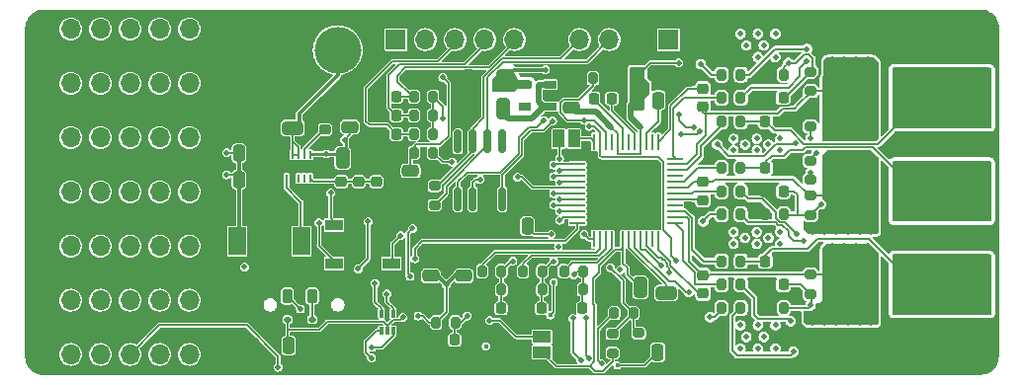
<source format=gbr>
%TF.GenerationSoftware,KiCad,Pcbnew,7.0.7*%
%TF.CreationDate,2023-10-21T19:04:04-04:00*%
%TF.ProjectId,xESC2,78455343-322e-46b6-9963-61645f706362,rev?*%
%TF.SameCoordinates,Original*%
%TF.FileFunction,Copper,L4,Bot*%
%TF.FilePolarity,Positive*%
%FSLAX46Y46*%
G04 Gerber Fmt 4.6, Leading zero omitted, Abs format (unit mm)*
G04 Created by KiCad (PCBNEW 7.0.7) date 2023-10-21 19:04:04*
%MOMM*%
%LPD*%
G01*
G04 APERTURE LIST*
G04 Aperture macros list*
%AMRoundRect*
0 Rectangle with rounded corners*
0 $1 Rounding radius*
0 $2 $3 $4 $5 $6 $7 $8 $9 X,Y pos of 4 corners*
0 Add a 4 corners polygon primitive as box body*
4,1,4,$2,$3,$4,$5,$6,$7,$8,$9,$2,$3,0*
0 Add four circle primitives for the rounded corners*
1,1,$1+$1,$2,$3*
1,1,$1+$1,$4,$5*
1,1,$1+$1,$6,$7*
1,1,$1+$1,$8,$9*
0 Add four rect primitives between the rounded corners*
20,1,$1+$1,$2,$3,$4,$5,0*
20,1,$1+$1,$4,$5,$6,$7,0*
20,1,$1+$1,$6,$7,$8,$9,0*
20,1,$1+$1,$8,$9,$2,$3,0*%
G04 Aperture macros list end*
%TA.AperFunction,SMDPad,CuDef*%
%ADD10R,1.500000X2.400000*%
%TD*%
%TA.AperFunction,SMDPad,CuDef*%
%ADD11RoundRect,0.249999X0.362501X1.425001X-0.362501X1.425001X-0.362501X-1.425001X0.362501X-1.425001X0*%
%TD*%
%TA.AperFunction,SMDPad,CuDef*%
%ADD12RoundRect,0.250000X-0.325000X-0.650000X0.325000X-0.650000X0.325000X0.650000X-0.325000X0.650000X0*%
%TD*%
%TA.AperFunction,SMDPad,CuDef*%
%ADD13RoundRect,0.225000X-0.250000X0.225000X-0.250000X-0.225000X0.250000X-0.225000X0.250000X0.225000X0*%
%TD*%
%TA.AperFunction,SMDPad,CuDef*%
%ADD14RoundRect,0.250000X0.650000X-0.325000X0.650000X0.325000X-0.650000X0.325000X-0.650000X-0.325000X0*%
%TD*%
%TA.AperFunction,SMDPad,CuDef*%
%ADD15RoundRect,0.250000X0.475000X-0.250000X0.475000X0.250000X-0.475000X0.250000X-0.475000X-0.250000X0*%
%TD*%
%TA.AperFunction,SMDPad,CuDef*%
%ADD16RoundRect,0.250000X-0.475000X0.250000X-0.475000X-0.250000X0.475000X-0.250000X0.475000X0.250000X0*%
%TD*%
%TA.AperFunction,SMDPad,CuDef*%
%ADD17RoundRect,0.250000X0.250000X0.475000X-0.250000X0.475000X-0.250000X-0.475000X0.250000X-0.475000X0*%
%TD*%
%TA.AperFunction,SMDPad,CuDef*%
%ADD18RoundRect,0.250000X-0.250000X-0.475000X0.250000X-0.475000X0.250000X0.475000X-0.250000X0.475000X0*%
%TD*%
%TA.AperFunction,ConnectorPad*%
%ADD19C,3.800000*%
%TD*%
%TA.AperFunction,ComponentPad*%
%ADD20C,2.600000*%
%TD*%
%TA.AperFunction,ComponentPad*%
%ADD21R,1.700000X1.700000*%
%TD*%
%TA.AperFunction,ComponentPad*%
%ADD22O,1.700000X1.700000*%
%TD*%
%TA.AperFunction,ComponentPad*%
%ADD23R,3.800000X3.800000*%
%TD*%
%TA.AperFunction,ComponentPad*%
%ADD24C,4.000000*%
%TD*%
%TA.AperFunction,ComponentPad*%
%ADD25O,1.000000X2.100000*%
%TD*%
%TA.AperFunction,ComponentPad*%
%ADD26O,1.000000X1.800000*%
%TD*%
%TA.AperFunction,SMDPad,CuDef*%
%ADD27RoundRect,0.200000X0.200000X0.275000X-0.200000X0.275000X-0.200000X-0.275000X0.200000X-0.275000X0*%
%TD*%
%TA.AperFunction,SMDPad,CuDef*%
%ADD28RoundRect,0.225000X0.225000X0.250000X-0.225000X0.250000X-0.225000X-0.250000X0.225000X-0.250000X0*%
%TD*%
%TA.AperFunction,SMDPad,CuDef*%
%ADD29RoundRect,0.225000X-0.225000X-0.250000X0.225000X-0.250000X0.225000X0.250000X-0.225000X0.250000X0*%
%TD*%
%TA.AperFunction,SMDPad,CuDef*%
%ADD30RoundRect,0.200000X-0.200000X-0.275000X0.200000X-0.275000X0.200000X0.275000X-0.200000X0.275000X0*%
%TD*%
%TA.AperFunction,SMDPad,CuDef*%
%ADD31RoundRect,0.200000X-0.275000X0.200000X-0.275000X-0.200000X0.275000X-0.200000X0.275000X0.200000X0*%
%TD*%
%TA.AperFunction,SMDPad,CuDef*%
%ADD32RoundRect,0.200000X0.275000X-0.200000X0.275000X0.200000X-0.275000X0.200000X-0.275000X-0.200000X0*%
%TD*%
%TA.AperFunction,SMDPad,CuDef*%
%ADD33RoundRect,0.249999X0.325001X0.650001X-0.325001X0.650001X-0.325001X-0.650001X0.325001X-0.650001X0*%
%TD*%
%TA.AperFunction,SMDPad,CuDef*%
%ADD34RoundRect,0.225000X0.250000X-0.225000X0.250000X0.225000X-0.250000X0.225000X-0.250000X-0.225000X0*%
%TD*%
%TA.AperFunction,SMDPad,CuDef*%
%ADD35R,0.279400X1.340599*%
%TD*%
%TA.AperFunction,SMDPad,CuDef*%
%ADD36R,1.340599X0.279400*%
%TD*%
%TA.AperFunction,SMDPad,CuDef*%
%ADD37R,5.003800X5.003800*%
%TD*%
%TA.AperFunction,SMDPad,CuDef*%
%ADD38R,1.060000X0.650000*%
%TD*%
%TA.AperFunction,SMDPad,CuDef*%
%ADD39RoundRect,0.150000X0.150000X-0.825000X0.150000X0.825000X-0.150000X0.825000X-0.150000X-0.825000X0*%
%TD*%
%TA.AperFunction,SMDPad,CuDef*%
%ADD40R,0.340000X0.700000*%
%TD*%
%TA.AperFunction,SMDPad,CuDef*%
%ADD41RoundRect,0.062500X-0.062500X0.300000X-0.062500X-0.300000X0.062500X-0.300000X0.062500X0.300000X0*%
%TD*%
%TA.AperFunction,ComponentPad*%
%ADD42C,0.600000*%
%TD*%
%TA.AperFunction,SMDPad,CuDef*%
%ADD43R,2.000000X0.900000*%
%TD*%
%TA.AperFunction,SMDPad,CuDef*%
%ADD44R,1.000000X1.500000*%
%TD*%
%TA.AperFunction,SMDPad,CuDef*%
%ADD45RoundRect,0.112500X-0.187500X-0.112500X0.187500X-0.112500X0.187500X0.112500X-0.187500X0.112500X0*%
%TD*%
%TA.AperFunction,SMDPad,CuDef*%
%ADD46R,1.500000X0.900000*%
%TD*%
%TA.AperFunction,SMDPad,CuDef*%
%ADD47R,1.500000X1.000000*%
%TD*%
%TA.AperFunction,SMDPad,CuDef*%
%ADD48RoundRect,0.218750X-0.218750X-0.381250X0.218750X-0.381250X0.218750X0.381250X-0.218750X0.381250X0*%
%TD*%
%TA.AperFunction,ViaPad*%
%ADD49C,0.450000*%
%TD*%
%TA.AperFunction,ViaPad*%
%ADD50C,0.500000*%
%TD*%
%TA.AperFunction,Conductor*%
%ADD51C,0.200000*%
%TD*%
%TA.AperFunction,Conductor*%
%ADD52C,0.300000*%
%TD*%
%TA.AperFunction,Conductor*%
%ADD53C,0.127000*%
%TD*%
%TA.AperFunction,Conductor*%
%ADD54C,0.230000*%
%TD*%
%TA.AperFunction,Conductor*%
%ADD55C,0.500000*%
%TD*%
G04 APERTURE END LIST*
D10*
%TO.P,L1,1,1*%
%TO.N,+3V3*%
X213900000Y-122700000D03*
%TO.P,L1,2,2*%
%TO.N,Net-(IC2-LX)*%
X219400000Y-122700000D03*
%TD*%
D11*
%TO.P,R3,1*%
%TO.N,Net-(J6-Pin_1)*%
X271100000Y-126400000D03*
%TO.P,R3,2*%
%TO.N,/PHASE_U_RAW*%
X265175000Y-126400000D03*
%TD*%
D12*
%TO.P,C4,1*%
%TO.N,GND*%
X245475000Y-126650000D03*
%TO.P,C4,2*%
%TO.N,/Power/5VOUT*%
X248425000Y-126650000D03*
%TD*%
D13*
%TO.P,C36,1*%
%TO.N,Net-(IC2-SS)*%
X225810000Y-117600000D03*
%TO.P,C36,2*%
%TO.N,GND*%
X225810000Y-119150000D03*
%TD*%
%TO.P,C35,1*%
%TO.N,Net-(IC2-SS)*%
X224300000Y-117600000D03*
%TO.P,C35,2*%
%TO.N,GND*%
X224300000Y-119150000D03*
%TD*%
%TO.P,C34,1*%
%TO.N,Net-(IC2-SS)*%
X222810000Y-117600000D03*
%TO.P,C34,2*%
%TO.N,GND*%
X222810000Y-119150000D03*
%TD*%
D14*
%TO.P,C22,1*%
%TO.N,/VM*%
X218650000Y-112975000D03*
%TO.P,C22,2*%
%TO.N,GND*%
X218650000Y-110025000D03*
%TD*%
D15*
%TO.P,C33,2,2*%
%TO.N,GND*%
X230500000Y-123750000D03*
%TO.P,C33,1,1*%
%TO.N,+3V3*%
X230500000Y-125650000D03*
%TD*%
D16*
%TO.P,C32,1*%
%TO.N,/TEMP_MOTOR*%
X228750000Y-116650000D03*
%TO.P,C32,2*%
%TO.N,GND*%
X228750000Y-118550000D03*
%TD*%
D15*
%TO.P,C18,1*%
%TO.N,+3V3*%
X233300000Y-125650000D03*
%TO.P,C18,2*%
%TO.N,GND*%
X233300000Y-123750000D03*
%TD*%
%TO.P,C17,1*%
%TO.N,+3V3*%
X223550000Y-112900000D03*
%TO.P,C17,2*%
%TO.N,GND*%
X223550000Y-111000000D03*
%TD*%
D12*
%TO.P,C16,1*%
%TO.N,+3V3*%
X222925000Y-115550000D03*
%TO.P,C16,2*%
%TO.N,GND*%
X225875000Y-115550000D03*
%TD*%
D17*
%TO.P,C7,1*%
%TO.N,/Power/VOFS*%
X238750000Y-121400000D03*
%TO.P,C7,2*%
%TO.N,GND*%
X236850000Y-121400000D03*
%TD*%
D18*
%TO.P,C6,1*%
%TO.N,+3V3*%
X249900000Y-132200000D03*
%TO.P,C6,2*%
%TO.N,GND*%
X251800000Y-132200000D03*
%TD*%
D14*
%TO.P,C5,2*%
%TO.N,Net-(U1-12VOUT)*%
X250650000Y-127125000D03*
%TO.P,C5,1*%
%TO.N,GND*%
X250650000Y-130075000D03*
%TD*%
D19*
%TO.P,H4,1,1*%
%TO.N,GND*%
X277050000Y-132050000D03*
D20*
X277050000Y-132050000D03*
%TD*%
D19*
%TO.P,H3,1,1*%
%TO.N,GND*%
X277050000Y-104950000D03*
D20*
X277050000Y-104950000D03*
%TD*%
D19*
%TO.P,H2,1,1*%
%TO.N,GND*%
X214300000Y-110350000D03*
D20*
X214300000Y-110350000D03*
%TD*%
D21*
%TO.P,J10,1,Pin_1*%
%TO.N,GND*%
X197090000Y-113800000D03*
D22*
%TO.P,J10,2,Pin_2*%
%TO.N,/MCU/SPI_MISO*%
X199630000Y-113800000D03*
%TO.P,J10,3,Pin_3*%
%TO.N,/MCU/SPI_CLK*%
X202170000Y-113800000D03*
%TO.P,J10,4,Pin_4*%
%TO.N,/MCU/SPI_CS3*%
X204710000Y-113800000D03*
%TO.P,J10,5,Pin_5*%
%TO.N,+3V3*%
X207250000Y-113800000D03*
%TO.P,J10,6,Pin_6*%
%TO.N,/MCU/SPI_CS5*%
X209790000Y-113800000D03*
%TD*%
D21*
%TO.P,J9,1,Pin_1*%
%TO.N,GND*%
X197090000Y-118450000D03*
D22*
%TO.P,J9,2,Pin_2*%
%TO.N,/MCU/SPI_MISO*%
X199630000Y-118450000D03*
%TO.P,J9,3,Pin_3*%
%TO.N,/MCU/SPI_CLK*%
X202170000Y-118450000D03*
%TO.P,J9,4,Pin_4*%
%TO.N,/MCU/SPI_CS3*%
X204710000Y-118450000D03*
%TO.P,J9,5,Pin_5*%
%TO.N,+3V3*%
X207250000Y-118450000D03*
%TO.P,J9,6,Pin_6*%
%TO.N,/MCU/SPI_CS4*%
X209790000Y-118450000D03*
%TD*%
D21*
%TO.P,J4,1,Pin_1*%
%TO.N,GND*%
X197090000Y-123100000D03*
D22*
%TO.P,J4,2,Pin_2*%
%TO.N,/MCU/SPI_MISO*%
X199630000Y-123100000D03*
%TO.P,J4,3,Pin_3*%
%TO.N,/MCU/SPI_CLK*%
X202170000Y-123100000D03*
%TO.P,J4,4,Pin_4*%
%TO.N,/MCU/SPI_CS3*%
X204710000Y-123100000D03*
%TO.P,J4,5,Pin_5*%
%TO.N,+3V3*%
X207250000Y-123100000D03*
%TO.P,J4,6,Pin_6*%
%TO.N,/MCU/SPI_CS3*%
X209790000Y-123100000D03*
%TD*%
D21*
%TO.P,J11,1,Pin_1*%
%TO.N,GND*%
X197090000Y-109150000D03*
D22*
%TO.P,J11,2,Pin_2*%
%TO.N,/MCU/SPI_MISO*%
X199630000Y-109150000D03*
%TO.P,J11,3,Pin_3*%
%TO.N,/MCU/SPI_CLK*%
X202170000Y-109150000D03*
%TO.P,J11,4,Pin_4*%
%TO.N,/MCU/SPI_CS3*%
X204710000Y-109150000D03*
%TO.P,J11,5,Pin_5*%
%TO.N,+3V3*%
X207250000Y-109150000D03*
%TO.P,J11,6,Pin_6*%
%TO.N,/MCU/SPI_CS3*%
X209790000Y-109150000D03*
%TD*%
D21*
%TO.P,J3,1,Pin_1*%
%TO.N,GND*%
X197090000Y-127750000D03*
D22*
%TO.P,J3,2,Pin_2*%
%TO.N,/MCU/SPI_MISO*%
X199630000Y-127750000D03*
%TO.P,J3,3,Pin_3*%
%TO.N,/MCU/SPI_CLK*%
X202170000Y-127750000D03*
%TO.P,J3,4,Pin_4*%
%TO.N,/MCU/SPI_CS3*%
X204710000Y-127750000D03*
%TO.P,J3,5,Pin_5*%
%TO.N,+3V3*%
X207250000Y-127750000D03*
%TO.P,J3,6,Pin_6*%
%TO.N,/MCU/SPI_CS2*%
X209790000Y-127750000D03*
%TD*%
D21*
%TO.P,J2,1,Pin_1*%
%TO.N,GND*%
X197090000Y-132400000D03*
D22*
%TO.P,J2,2,Pin_2*%
%TO.N,/MCU/SPI_MISO*%
X199630000Y-132400000D03*
%TO.P,J2,3,Pin_3*%
%TO.N,/MCU/SPI_CLK*%
X202170000Y-132400000D03*
%TO.P,J2,4,Pin_4*%
%TO.N,/MCU/SPI_CS3*%
X204710000Y-132400000D03*
%TO.P,J2,5,Pin_5*%
%TO.N,+3V3*%
X207250000Y-132400000D03*
%TO.P,J2,6,Pin_6*%
%TO.N,/MCU/SPI_CS1*%
X209790000Y-132400000D03*
%TD*%
D21*
%TO.P,J12,1,Pin_1*%
%TO.N,GND*%
X197090000Y-104500000D03*
D22*
%TO.P,J12,2,Pin_2*%
%TO.N,/MCU/SPI_MISO*%
X199630000Y-104500000D03*
%TO.P,J12,3,Pin_3*%
%TO.N,/MCU/SPI_CLK*%
X202170000Y-104500000D03*
%TO.P,J12,4,Pin_4*%
%TO.N,/MCU/SPI_CS3*%
X204710000Y-104500000D03*
%TO.P,J12,5,Pin_5*%
%TO.N,+3V3*%
X207250000Y-104500000D03*
%TO.P,J12,6,Pin_6*%
%TO.N,/MCU/SPI_CS7*%
X209790000Y-104500000D03*
%TD*%
D21*
%TO.P,J1,1,Pin_1*%
%TO.N,+5V*%
X227480000Y-105400000D03*
D22*
%TO.P,J1,2,Pin_2*%
%TO.N,/TEMP_MOTOR*%
X230020000Y-105400000D03*
%TO.P,J1,3,Pin_3*%
%TO.N,/HALL1*%
X232560000Y-105400000D03*
%TO.P,J1,4,Pin_4*%
%TO.N,/HALL2*%
X235100000Y-105400000D03*
%TO.P,J1,5,Pin_5*%
%TO.N,/HALL3*%
X237640000Y-105400000D03*
%TO.P,J1,6,Pin_6*%
%TO.N,GND*%
X240180000Y-105400000D03*
%TD*%
D21*
%TO.P,J15,1,Pin_1*%
%TO.N,/VM*%
X250840000Y-105400000D03*
D22*
%TO.P,J15,2,Pin_2*%
%TO.N,GND*%
X248300000Y-105400000D03*
%TO.P,J15,3,Pin_3*%
%TO.N,Net-(J15-Pin_3)*%
X245760000Y-105400000D03*
%TO.P,J15,4,Pin_4*%
%TO.N,Net-(J15-Pin_4)*%
X243220000Y-105400000D03*
%TD*%
D23*
%TO.P,J13,1,Pin_1*%
%TO.N,GND*%
X217500000Y-106300000D03*
D24*
%TO.P,J13,2,Pin_2*%
%TO.N,/VM*%
X222500000Y-106300000D03*
%TD*%
D25*
%TO.P,J14,S1,SHIELD*%
%TO.N,GND*%
X215290000Y-127650000D03*
D26*
X215290000Y-131830000D03*
D25*
X223930000Y-127650000D03*
D26*
X223930000Y-131830000D03*
%TD*%
D27*
%TO.P,R4,1*%
%TO.N,Net-(J6-Pin_1)*%
X257025000Y-124400000D03*
%TO.P,R4,2*%
%TO.N,/Power/SENSE_U*%
X255375000Y-124400000D03*
%TD*%
D28*
%TO.P,C15,1*%
%TO.N,/CUR_U*%
X243475000Y-128450000D03*
%TO.P,C15,2*%
%TO.N,GND*%
X241925000Y-128450000D03*
%TD*%
D29*
%TO.P,C11,1*%
%TO.N,Net-(U1-CPO)*%
X244425000Y-110450000D03*
%TO.P,C11,2*%
%TO.N,Net-(U1-CPI)*%
X245975000Y-110450000D03*
%TD*%
D15*
%TO.P,C13,1*%
%TO.N,/VM*%
X242500000Y-111250000D03*
%TO.P,C13,2*%
%TO.N,GND*%
X242500000Y-109350000D03*
%TD*%
D29*
%TO.P,C25,1*%
%TO.N,Net-(J7-Pin_1)*%
X259125000Y-116400000D03*
%TO.P,C25,2*%
%TO.N,GND*%
X260675000Y-116400000D03*
%TD*%
%TO.P,C26,1*%
%TO.N,Net-(J8-Pin_1)*%
X259125000Y-112400000D03*
%TO.P,C26,2*%
%TO.N,GND*%
X260675000Y-112400000D03*
%TD*%
D27*
%TO.P,R5,1*%
%TO.N,Net-(Q3-G)*%
X257025000Y-118400000D03*
%TO.P,R5,2*%
%TO.N,/Power/HSV*%
X255375000Y-118400000D03*
%TD*%
%TO.P,R6,1*%
%TO.N,Net-(Q4-G)*%
X257025000Y-120400000D03*
%TO.P,R6,2*%
%TO.N,/Power/LSV*%
X255375000Y-120400000D03*
%TD*%
D28*
%TO.P,C27,1*%
%TO.N,/CUR_V*%
X239975000Y-128450000D03*
%TO.P,C27,2*%
%TO.N,GND*%
X238425000Y-128450000D03*
%TD*%
D11*
%TO.P,R7,1*%
%TO.N,Net-(J7-Pin_1)*%
X271100000Y-118400000D03*
%TO.P,R7,2*%
%TO.N,/PHASE_V_RAW*%
X265175000Y-118400000D03*
%TD*%
D28*
%TO.P,C28,1*%
%TO.N,/CUR_W*%
X236475000Y-128450000D03*
%TO.P,C28,2*%
%TO.N,GND*%
X234925000Y-128450000D03*
%TD*%
D27*
%TO.P,R8,1*%
%TO.N,Net-(J7-Pin_1)*%
X257025000Y-116400000D03*
%TO.P,R8,2*%
%TO.N,/Power/SENSE_V*%
X255375000Y-116400000D03*
%TD*%
%TO.P,R9,1*%
%TO.N,Net-(Q5-G)*%
X257025000Y-110400000D03*
%TO.P,R9,2*%
%TO.N,/Power/HSW*%
X255375000Y-110400000D03*
%TD*%
%TO.P,R10,1*%
%TO.N,Net-(Q6-G)*%
X257025000Y-108400000D03*
%TO.P,R10,2*%
%TO.N,/Power/LSW*%
X255375000Y-108400000D03*
%TD*%
D11*
%TO.P,R11,1*%
%TO.N,Net-(J8-Pin_1)*%
X271062500Y-110400000D03*
%TO.P,R11,2*%
%TO.N,/PHASE_W_RAW*%
X265137500Y-110400000D03*
%TD*%
D30*
%TO.P,R13,2*%
%TO.N,/Power/VOFS*%
X247825000Y-128850000D03*
%TO.P,R13,1*%
%TO.N,+3V3*%
X246175000Y-128850000D03*
%TD*%
D31*
%TO.P,R14,1*%
%TO.N,/Power/VOFS*%
X248300000Y-130575000D03*
%TO.P,R14,2*%
%TO.N,GND*%
X248300000Y-132225000D03*
%TD*%
D32*
%TO.P,R15,1*%
%TO.N,/Power/5VOUT*%
X246050000Y-132275000D03*
%TO.P,R15,2*%
%TO.N,/Power/VOFS*%
X246050000Y-130625000D03*
%TD*%
D30*
%TO.P,R17,1*%
%TO.N,/CURU_5V*%
X241875000Y-125250000D03*
%TO.P,R17,2*%
%TO.N,/CUR_U*%
X243525000Y-125250000D03*
%TD*%
D27*
%TO.P,R18,1*%
%TO.N,/CUR_U*%
X243525000Y-126850000D03*
%TO.P,R18,2*%
%TO.N,GND*%
X241875000Y-126850000D03*
%TD*%
D30*
%TO.P,R19,1*%
%TO.N,/CURV_5V*%
X238375000Y-125250000D03*
%TO.P,R19,2*%
%TO.N,/CUR_V*%
X240025000Y-125250000D03*
%TD*%
D27*
%TO.P,R20,1*%
%TO.N,/CUR_V*%
X240025000Y-126850000D03*
%TO.P,R20,2*%
%TO.N,GND*%
X238375000Y-126850000D03*
%TD*%
D30*
%TO.P,R21,1*%
%TO.N,/CURW_5V*%
X234875000Y-125250000D03*
%TO.P,R21,2*%
%TO.N,/CUR_W*%
X236525000Y-125250000D03*
%TD*%
D27*
%TO.P,R22,1*%
%TO.N,/CUR_W*%
X236525000Y-126850000D03*
%TO.P,R22,2*%
%TO.N,GND*%
X234875000Y-126850000D03*
%TD*%
D30*
%TO.P,R29,1*%
%TO.N,/MCU/DRV_ENABLE*%
X244375000Y-108700000D03*
%TO.P,R29,2*%
%TO.N,GND*%
X246025000Y-108700000D03*
%TD*%
D27*
%TO.P,R2,1*%
%TO.N,Net-(Q2-G)*%
X257025000Y-128400000D03*
%TO.P,R2,2*%
%TO.N,/Power/LSU*%
X255375000Y-128400000D03*
%TD*%
D17*
%TO.P,C12,1*%
%TO.N,Net-(U1-VCP)*%
X249950000Y-110600000D03*
%TO.P,C12,2*%
%TO.N,/VM*%
X248050000Y-110600000D03*
%TD*%
D18*
%TO.P,C14,1*%
%TO.N,/VM*%
X248050000Y-108600000D03*
%TO.P,C14,2*%
%TO.N,GND*%
X249950000Y-108600000D03*
%TD*%
D28*
%TO.P,C29,1*%
%TO.N,/PHASE_U_FILTERED*%
X260675000Y-126400000D03*
%TO.P,C29,2*%
%TO.N,GND*%
X259125000Y-126400000D03*
%TD*%
%TO.P,C30,1*%
%TO.N,/PHASE_V_FILTERED*%
X260675000Y-118400000D03*
%TO.P,C30,2*%
%TO.N,GND*%
X259125000Y-118400000D03*
%TD*%
D31*
%TO.P,R25,1*%
%TO.N,/PHASE_V_RAW*%
X263000000Y-118775000D03*
%TO.P,R25,2*%
%TO.N,/PHASE_V_FILTERED*%
X263000000Y-120425000D03*
%TD*%
D28*
%TO.P,C31,1*%
%TO.N,/PHASE_W_FILTERED*%
X260675000Y-110400000D03*
%TO.P,C31,2*%
%TO.N,GND*%
X259125000Y-110400000D03*
%TD*%
D27*
%TO.P,R24,1*%
%TO.N,/PHASE_U_FILTERED*%
X260725000Y-128400000D03*
%TO.P,R24,2*%
%TO.N,GND*%
X259075000Y-128400000D03*
%TD*%
%TO.P,R28,1*%
%TO.N,/PHASE_W_FILTERED*%
X260725000Y-108400000D03*
%TO.P,R28,2*%
%TO.N,GND*%
X259075000Y-108400000D03*
%TD*%
D31*
%TO.P,R23,1*%
%TO.N,/PHASE_U_RAW*%
X263000000Y-125575000D03*
%TO.P,R23,2*%
%TO.N,/PHASE_U_FILTERED*%
X263000000Y-127225000D03*
%TD*%
D27*
%TO.P,R26,1*%
%TO.N,/PHASE_V_FILTERED*%
X260725000Y-120400000D03*
%TO.P,R26,2*%
%TO.N,GND*%
X259075000Y-120400000D03*
%TD*%
D33*
%TO.P,C21,1*%
%TO.N,+3V3*%
X236675000Y-108900000D03*
%TO.P,C21,2*%
%TO.N,GND*%
X233725000Y-108900000D03*
%TD*%
%TO.P,C20,1*%
%TO.N,+5V*%
X236675000Y-111300000D03*
%TO.P,C20,2*%
%TO.N,GND*%
X233725000Y-111300000D03*
%TD*%
D13*
%TO.P,C9,1*%
%TO.N,/PHASE_V_RAW*%
X253800000Y-117625000D03*
%TO.P,C9,2*%
%TO.N,/Power/CV*%
X253800000Y-119175000D03*
%TD*%
%TO.P,C8,1*%
%TO.N,/PHASE_U_RAW*%
X253800000Y-125625000D03*
%TO.P,C8,2*%
%TO.N,/Power/CU*%
X253800000Y-127175000D03*
%TD*%
D34*
%TO.P,C10,1*%
%TO.N,/PHASE_W_RAW*%
X253800000Y-111175000D03*
%TO.P,C10,2*%
%TO.N,/Power/CW*%
X253800000Y-109625000D03*
%TD*%
D35*
%TO.P,U1,1,CU*%
%TO.N,/Power/CU*%
X249950000Y-122525501D03*
%TO.P,U1,2,NC*%
%TO.N,unconnected-(U1-NC-Pad2)*%
X249450001Y-122525501D03*
%TO.P,U1,3,LSW*%
%TO.N,/Power/LSW*%
X248949999Y-122525501D03*
%TO.P,U1,4,LSV*%
%TO.N,/Power/LSV*%
X248450000Y-122525501D03*
%TO.P,U1,5,LSU*%
%TO.N,/Power/LSU*%
X247950001Y-122525501D03*
%TO.P,U1,6,12VOUT*%
%TO.N,Net-(U1-12VOUT)*%
X247450000Y-122525501D03*
%TO.P,U1,7,5VOUT*%
%TO.N,/Power/5VOUT*%
X246950000Y-122525501D03*
%TO.P,U1,8,GNDA*%
%TO.N,GND*%
X246449999Y-122525501D03*
%TO.P,U1,9,CURU*%
%TO.N,/CURU_5V*%
X245950000Y-122525501D03*
%TO.P,U1,10,CURV*%
%TO.N,/CURV_5V*%
X245450001Y-122525501D03*
%TO.P,U1,11,CURW*%
%TO.N,/CURW_5V*%
X244949999Y-122525501D03*
%TO.P,U1,12,VOFS/TEST*%
%TO.N,/Power/VOFS*%
X244450000Y-122525501D03*
D36*
%TO.P,U1,13,CSN_IDRV0*%
%TO.N,/MCU/SPI_CS0*%
X243024499Y-121100000D03*
%TO.P,U1,14,SCK_IDRV1*%
%TO.N,/MCU/SPI_CLK*%
X243024499Y-120600001D03*
%TO.P,U1,15,SDI_AMPLX10*%
%TO.N,/MCU/SPI_CS3*%
X243024499Y-120099999D03*
%TO.P,U1,16,SDO_SINGLE*%
%TO.N,/MCU/SPI_MISO*%
X243024499Y-119600000D03*
%TO.P,U1,17,UH*%
%TO.N,/MCU/UH*%
X243024499Y-119100001D03*
%TO.P,U1,18,UL*%
%TO.N,/MCU/UL*%
X243024499Y-118600000D03*
%TO.P,U1,19,VCC_IO*%
%TO.N,+3V3*%
X243024499Y-118100000D03*
%TO.P,U1,20,VH*%
%TO.N,/MCU/VH*%
X243024499Y-117599999D03*
%TO.P,U1,21,VL*%
%TO.N,/MCU/VL*%
X243024499Y-117100000D03*
%TO.P,U1,22,WH*%
%TO.N,/MCU/WH*%
X243024499Y-116600001D03*
%TO.P,U1,23,WL*%
%TO.N,/MCU/WL*%
X243024499Y-116099999D03*
%TO.P,U1,24,CLK*%
%TO.N,GND*%
X243024499Y-115600000D03*
D35*
%TO.P,U1,25,SPE*%
%TO.N,Net-(JP1-B)*%
X244450000Y-114174499D03*
%TO.P,U1,26,FAULT*%
%TO.N,/Power/FAULT*%
X244949999Y-114174499D03*
%TO.P,U1,27,DRV_EN*%
%TO.N,/MCU/DRV_ENABLE*%
X245450001Y-114174499D03*
%TO.P,U1,28,NC*%
%TO.N,unconnected-(U1-NC-Pad28)*%
X245950000Y-114174499D03*
%TO.P,U1,29,VSA*%
%TO.N,/VM*%
X246449999Y-114174499D03*
%TO.P,U1,30,CPO*%
%TO.N,Net-(U1-CPO)*%
X246950000Y-114174499D03*
%TO.P,U1,31,NC*%
%TO.N,unconnected-(U1-NC-Pad31)*%
X247450000Y-114174499D03*
%TO.P,U1,32,CPI*%
%TO.N,Net-(U1-CPI)*%
X247950001Y-114174499D03*
%TO.P,U1,33,VS*%
%TO.N,/VM*%
X248450000Y-114174499D03*
%TO.P,U1,34,VCP*%
%TO.N,Net-(U1-VCP)*%
X248949999Y-114174499D03*
%TO.P,U1,35,NC*%
%TO.N,unconnected-(U1-NC-Pad35)*%
X249450001Y-114174499D03*
%TO.P,U1,36,CW*%
%TO.N,/Power/CW*%
X249950000Y-114174499D03*
D36*
%TO.P,U1,37,HSW*%
%TO.N,/Power/HSW*%
X251375501Y-115600000D03*
%TO.P,U1,38,W*%
%TO.N,/PHASE_W_RAW*%
X251375501Y-116099999D03*
%TO.P,U1,39,WSENSE*%
%TO.N,/Power/SENSE_W*%
X251375501Y-116600001D03*
%TO.P,U1,40,NC*%
%TO.N,unconnected-(U1-NC-Pad40)*%
X251375501Y-117100000D03*
%TO.P,U1,41,VSENSE*%
%TO.N,/Power/SENSE_V*%
X251375501Y-117599999D03*
%TO.P,U1,42,V*%
%TO.N,/PHASE_V_RAW*%
X251375501Y-118100000D03*
%TO.P,U1,43,HSV*%
%TO.N,/Power/HSV*%
X251375501Y-118600000D03*
%TO.P,U1,44,CV*%
%TO.N,/Power/CV*%
X251375501Y-119100001D03*
%TO.P,U1,45,NC*%
%TO.N,unconnected-(U1-NC-Pad45)*%
X251375501Y-119600000D03*
%TO.P,U1,46,USENSE*%
%TO.N,/Power/SENSE_U*%
X251375501Y-120099999D03*
%TO.P,U1,47,U*%
%TO.N,/PHASE_U_RAW*%
X251375501Y-120600001D03*
%TO.P,U1,48,HSU*%
%TO.N,/Power/HSU*%
X251375501Y-121100000D03*
D37*
%TO.P,U1,EPAD,EPAD*%
%TO.N,GND*%
X247200000Y-118350000D03*
%TD*%
D27*
%TO.P,R1,1*%
%TO.N,Net-(Q1-G)*%
X257025000Y-126400000D03*
%TO.P,R1,2*%
%TO.N,/Power/HSU*%
X255375000Y-126400000D03*
%TD*%
D32*
%TO.P,R27,1*%
%TO.N,/PHASE_W_RAW*%
X263000000Y-109825000D03*
%TO.P,R27,2*%
%TO.N,/PHASE_W_FILTERED*%
X263000000Y-108175000D03*
%TD*%
D27*
%TO.P,R12,1*%
%TO.N,Net-(J8-Pin_1)*%
X257025000Y-112400000D03*
%TO.P,R12,2*%
%TO.N,/Power/SENSE_W*%
X255375000Y-112400000D03*
%TD*%
D29*
%TO.P,C24,1*%
%TO.N,Net-(J6-Pin_1)*%
X259125000Y-124400000D03*
%TO.P,C24,2*%
%TO.N,GND*%
X260675000Y-124400000D03*
%TD*%
D38*
%TO.P,U2,1,VIN*%
%TO.N,+5V*%
X240700000Y-109250000D03*
%TO.P,U2,2,GND*%
%TO.N,GND*%
X240700000Y-110200000D03*
%TO.P,U2,3,CE*%
%TO.N,+5V*%
X240700000Y-111150000D03*
%TO.P,U2,4,NC*%
%TO.N,unconnected-(U2-NC-Pad4)*%
X238500000Y-111150000D03*
%TO.P,U2,5,VOUT*%
%TO.N,+3V3*%
X238500000Y-109250000D03*
%TD*%
D39*
%TO.P,U5,1,D*%
%TO.N,/MCU/CAN_TX*%
X236605000Y-119075000D03*
%TO.P,U5,2,GND*%
%TO.N,GND*%
X235335000Y-119075000D03*
%TO.P,U5,3,VCC*%
%TO.N,+3V3*%
X234065000Y-119075000D03*
%TO.P,U5,4,R*%
%TO.N,/MCU/CAN_RX*%
X232795000Y-119075000D03*
%TO.P,U5,5,NC*%
%TO.N,unconnected-(U5-NC-Pad5)*%
X232795000Y-114125000D03*
%TO.P,U5,6,CANL*%
%TO.N,Net-(J15-Pin_4)*%
X234065000Y-114125000D03*
%TO.P,U5,7,CANH*%
%TO.N,Net-(J15-Pin_3)*%
X235335000Y-114125000D03*
%TO.P,U5,8,NC*%
%TO.N,unconnected-(U5-NC-Pad8)*%
X236605000Y-114125000D03*
%TD*%
D27*
%TO.P,R33,1*%
%TO.N,+3V3*%
X230675000Y-113500000D03*
%TO.P,R33,2*%
%TO.N,/HALL1*%
X229025000Y-113500000D03*
%TD*%
%TO.P,R34,1*%
%TO.N,+3V3*%
X230675000Y-111900000D03*
%TO.P,R34,2*%
%TO.N,/HALL2*%
X229025000Y-111900000D03*
%TD*%
D28*
%TO.P,C45,1*%
%TO.N,/HALL1*%
X227525000Y-113500000D03*
%TO.P,C45,2*%
%TO.N,GND*%
X225975000Y-113500000D03*
%TD*%
%TO.P,C46,1*%
%TO.N,/HALL2*%
X227525000Y-111900000D03*
%TO.P,C46,2*%
%TO.N,GND*%
X225975000Y-111900000D03*
%TD*%
D27*
%TO.P,R35,1*%
%TO.N,+3V3*%
X230675000Y-110300000D03*
%TO.P,R35,2*%
%TO.N,/HALL3*%
X229025000Y-110300000D03*
%TD*%
%TO.P,R30,1*%
%TO.N,+3V3*%
X230675000Y-115100000D03*
%TO.P,R30,2*%
%TO.N,/TEMP_MOTOR*%
X229025000Y-115100000D03*
%TD*%
D28*
%TO.P,C47,1*%
%TO.N,/HALL3*%
X227525000Y-110300000D03*
%TO.P,C47,2*%
%TO.N,GND*%
X225975000Y-110300000D03*
%TD*%
D32*
%TO.P,R41,1*%
%TO.N,/PCB_TEMP*%
X263000000Y-112825000D03*
%TO.P,R41,2*%
%TO.N,GND*%
X263000000Y-111175000D03*
%TD*%
%TO.P,TH1,1*%
%TO.N,+3V3*%
X263000000Y-117425000D03*
%TO.P,TH1,2*%
%TO.N,/PCB_TEMP*%
X263000000Y-115775000D03*
%TD*%
D21*
%TO.P,J8,1,Pin_1*%
%TO.N,Net-(J8-Pin_1)*%
X274240000Y-112050000D03*
D22*
%TO.P,J8,2,Pin_2*%
X276780000Y-112050000D03*
%TO.P,J8,3,Pin_3*%
X274240000Y-109510000D03*
%TO.P,J8,4,Pin_4*%
X276780000Y-109510000D03*
%TD*%
D21*
%TO.P,J7,1,Pin_1*%
%TO.N,Net-(J7-Pin_1)*%
X274240000Y-119670000D03*
D22*
%TO.P,J7,2,Pin_2*%
X276780000Y-119670000D03*
%TO.P,J7,3,Pin_3*%
X274240000Y-117130000D03*
%TO.P,J7,4,Pin_4*%
X276780000Y-117130000D03*
%TD*%
D21*
%TO.P,J6,1,Pin_1*%
%TO.N,Net-(J6-Pin_1)*%
X274240000Y-127290000D03*
D22*
%TO.P,J6,2,Pin_2*%
X276780000Y-127290000D03*
%TO.P,J6,3,Pin_3*%
X274240000Y-124750000D03*
%TO.P,J6,4,Pin_4*%
X276780000Y-124750000D03*
%TD*%
D32*
%TO.P,R36,1*%
%TO.N,Net-(J15-Pin_3)*%
X230800000Y-119600000D03*
%TO.P,R36,2*%
%TO.N,Net-(J15-Pin_4)*%
X230800000Y-117950000D03*
%TD*%
D18*
%TO.P,C68,1*%
%TO.N,+5V*%
X218300000Y-131650000D03*
%TO.P,C68,2*%
%TO.N,GND*%
X220200000Y-131650000D03*
%TD*%
D40*
%TO.P,D8,1,D1(I)*%
%TO.N,USB_D+*%
X226250000Y-128900000D03*
%TO.P,D8,2,GND*%
%TO.N,GND*%
X226750000Y-128900000D03*
%TO.P,D8,3,D2(I)*%
%TO.N,USB_D-*%
X227250000Y-128900000D03*
%TO.P,D8,4,D2(0)*%
%TO.N,MCU_D-*%
X227250000Y-130400000D03*
%TO.P,D8,5,VBUS*%
%TO.N,+5V*%
X226750000Y-130400000D03*
%TO.P,D8,6,D1(0)*%
%TO.N,MCU_D+*%
X226250000Y-130400000D03*
%TD*%
D13*
%TO.P,C23,1,1*%
%TO.N,GND*%
X221400000Y-111575000D03*
%TO.P,C23,2,2*%
%TO.N,Net-(IC2-VCC)*%
X221400000Y-113125000D03*
%TD*%
D41*
%TO.P,IC2,1,PGND*%
%TO.N,GND*%
X218130000Y-115272500D03*
%TO.P,IC2,2,VIN*%
%TO.N,/VM*%
X218630000Y-115272500D03*
%TO.P,IC2,3,EN/UVLO*%
X219130000Y-115272500D03*
%TO.P,IC2,4,VCC*%
%TO.N,Net-(IC2-VCC)*%
X219630000Y-115272500D03*
%TO.P,IC2,5,FB/VO*%
%TO.N,+3V3*%
X220130000Y-115272500D03*
%TO.P,IC2,6,SS*%
%TO.N,Net-(IC2-SS)*%
X220130000Y-117297500D03*
%TO.P,IC2,7,N.C./COMP*%
%TO.N,unconnected-(IC2-N.C.{slash}COMP-Pad7)*%
X219630000Y-117297500D03*
%TO.P,IC2,8,~{RESET}*%
%TO.N,unconnected-(IC2-~{RESET}-Pad8)*%
X219130000Y-117297500D03*
%TO.P,IC2,9,GND_1*%
%TO.N,GND*%
X218630000Y-117297500D03*
%TO.P,IC2,10,LX*%
%TO.N,Net-(IC2-LX)*%
X218130000Y-117297500D03*
D42*
%TO.P,IC2,11,GND_2*%
%TO.N,GND*%
X219830000Y-116285000D03*
D43*
X219130000Y-116285000D03*
D42*
X218430000Y-116285000D03*
%TD*%
D44*
%TO.P,JP1,1,A*%
%TO.N,+3V3*%
X241450000Y-113900000D03*
%TO.P,JP1,2,B*%
%TO.N,Net-(JP1-B)*%
X242750000Y-113900000D03*
%TD*%
D18*
%TO.P,C55,1,1*%
%TO.N,+3V3*%
X214050000Y-115150000D03*
%TO.P,C55,2,2*%
%TO.N,GND*%
X215950000Y-115150000D03*
%TD*%
%TO.P,C56,1,1*%
%TO.N,+3V3*%
X214050000Y-117400000D03*
%TO.P,C56,2,2*%
%TO.N,GND*%
X215950000Y-117400000D03*
%TD*%
D45*
%TO.P,D11,1,K*%
%TO.N,+5V*%
X218200000Y-129400000D03*
%TO.P,D11,2,A*%
%TO.N,Net-(D11-A)*%
X220300000Y-129400000D03*
%TD*%
D46*
%TO.P,IC3,1,VDD*%
%TO.N,+3V3*%
X222200000Y-124600000D03*
%TO.P,IC3,2,DOUT*%
%TO.N,Net-(IC3-DOUT)*%
X222200000Y-121300000D03*
%TO.P,IC3,3,VSS*%
%TO.N,GND*%
X227100000Y-121300000D03*
%TO.P,IC3,4,DIN*%
%TO.N,/MCU/IO2*%
X227100000Y-124600000D03*
%TD*%
D47*
%TO.P,JP2,1,A*%
%TO.N,/Power/5VOUT*%
X240000000Y-132200000D03*
%TO.P,JP2,2,B*%
%TO.N,+5V*%
X240000000Y-130900000D03*
%TD*%
D30*
%TO.P,R82,1*%
%TO.N,+3V3*%
X230925000Y-129650000D03*
%TO.P,R82,2*%
%TO.N,EN*%
X232575000Y-129650000D03*
%TD*%
D28*
%TO.P,C70,1*%
%TO.N,EN*%
X232525000Y-131150000D03*
%TO.P,C70,2*%
%TO.N,GND*%
X230975000Y-131150000D03*
%TD*%
D48*
%TO.P,L3,1,1*%
%TO.N,VBUS*%
X218187500Y-127400000D03*
%TO.P,L3,2,2*%
%TO.N,Net-(D11-A)*%
X220312500Y-127400000D03*
%TD*%
D49*
%TO.N,+3V3*%
X246450000Y-133350000D03*
%TO.N,GND*%
X246400000Y-124050000D03*
X241900000Y-129350000D03*
X228350000Y-126600000D03*
X228350000Y-128050000D03*
X228350000Y-127350000D03*
X230350000Y-121150000D03*
X233800000Y-121150000D03*
X232250000Y-121150000D03*
%TO.N,/V_M_FILTERED*%
X241000000Y-126200000D03*
X240700000Y-129050000D03*
%TO.N,+3V3*%
X235200000Y-131700000D03*
%TO.N,GND*%
X244100000Y-115300000D03*
X244300000Y-121300000D03*
X240400000Y-115200000D03*
D50*
X272500000Y-114000000D03*
X274500000Y-115000000D03*
X275000000Y-114500000D03*
X274000000Y-114500000D03*
X273000000Y-114500000D03*
X272000000Y-114500000D03*
X272500000Y-115000000D03*
X274500000Y-114000000D03*
X271500000Y-114000000D03*
X273500000Y-114000000D03*
X273500000Y-115000000D03*
X271500000Y-115000000D03*
X271000000Y-114500000D03*
X269500000Y-115000000D03*
X270000000Y-122500000D03*
X269500000Y-123000000D03*
X270500000Y-115000000D03*
X269000000Y-122500000D03*
X271000000Y-122500000D03*
X270500000Y-114000000D03*
X269500000Y-122000000D03*
X270000000Y-114500000D03*
X270500000Y-122000000D03*
X270500000Y-123000000D03*
X274000000Y-122500000D03*
X261315000Y-106764980D03*
X271500000Y-123000000D03*
X274500000Y-123000000D03*
X275000000Y-122500000D03*
X261556308Y-115395181D03*
X273000000Y-122500000D03*
X257000000Y-106900000D03*
X263000000Y-111950000D03*
X272000000Y-122500000D03*
X263300000Y-123700000D03*
X272500000Y-122000000D03*
X219700000Y-118600000D03*
X273500000Y-122000000D03*
X260709490Y-127400000D03*
X273500000Y-123000000D03*
X263650000Y-106850000D03*
X232600000Y-108700000D03*
X254600000Y-107400000D03*
X255050000Y-122900000D03*
X254000000Y-131600000D03*
X254300000Y-115300000D03*
X260775000Y-119425000D03*
X271500000Y-122000000D03*
X274500000Y-122000000D03*
X229900000Y-108300000D03*
X272500000Y-123000000D03*
%TO.N,/Power/LSU*%
X254400000Y-129200000D03*
X252550000Y-127100000D03*
%TO.N,/Power/LSV*%
X253800000Y-121000000D03*
X250239939Y-124817009D03*
%TO.N,/Power/LSW*%
X250900000Y-125400000D03*
X253600000Y-107500000D03*
%TO.N,/Power/VOFS*%
X243600000Y-122100000D03*
X245850000Y-124950000D03*
%TO.N,EN*%
X228900000Y-121600000D03*
X233600000Y-129100000D03*
X228700000Y-125700000D03*
%TO.N,USB_D+*%
X225700000Y-126300000D03*
%TO.N,USB_D-*%
X226700000Y-127200000D03*
%TO.N,MCU_D-*%
X225400000Y-131800000D03*
%TO.N,MCU_D+*%
X225400000Y-132700000D03*
%TO.N,/Power/VOFS*%
X240800000Y-122100000D03*
%TO.N,+3V3*%
X237900000Y-117200000D03*
X223100000Y-114000000D03*
X234700000Y-117400000D03*
X220900000Y-121100000D03*
X241500000Y-115600000D03*
X231800000Y-126400000D03*
X240300000Y-108000000D03*
X221500000Y-115200000D03*
X231535000Y-112150000D03*
X255000000Y-114400000D03*
X213000000Y-115100000D03*
X263000000Y-116799998D03*
X213000000Y-117000000D03*
X214500000Y-124900000D03*
X261700000Y-114300000D03*
X232300000Y-115900000D03*
X245100000Y-133200000D03*
X229400000Y-129100000D03*
%TO.N,+5V*%
X228100000Y-129200000D03*
X235500000Y-129500000D03*
X238100000Y-112200000D03*
%TO.N,/PHASE_U_RAW*%
X267400000Y-123600000D03*
X268400000Y-123600000D03*
X264200000Y-129700000D03*
X262700000Y-129200000D03*
X263200000Y-129700000D03*
X267900000Y-123100000D03*
X266400000Y-123600000D03*
X264700000Y-129200000D03*
X265700000Y-129200000D03*
X266900000Y-123100000D03*
X265200000Y-129700000D03*
X263700000Y-129200000D03*
X265900000Y-123100000D03*
X264900000Y-123100000D03*
X266700000Y-129200000D03*
X266200000Y-129700000D03*
X267200000Y-129700000D03*
X268200000Y-129700000D03*
X267700000Y-129200000D03*
X265400000Y-123600000D03*
X264400000Y-123600000D03*
%TO.N,/PHASE_V_RAW*%
X267200000Y-121900000D03*
X262700000Y-121400000D03*
X266700000Y-121400000D03*
X267400000Y-115600000D03*
X266400000Y-115600000D03*
X265700000Y-121400000D03*
X265400000Y-115600000D03*
X267900000Y-115100000D03*
X264700000Y-121400000D03*
X266900000Y-115100000D03*
X265900000Y-115100000D03*
X263700000Y-121400000D03*
X268200000Y-121900000D03*
X267700000Y-121400000D03*
X264900000Y-115100000D03*
X268400000Y-115600000D03*
X265200000Y-121900000D03*
X263200000Y-121900000D03*
X266200000Y-121900000D03*
X264200000Y-121900000D03*
X264400000Y-115600000D03*
%TO.N,/PHASE_W_RAW*%
X265400000Y-107600000D03*
X264700000Y-113400000D03*
X266700000Y-113400000D03*
X267700000Y-113400000D03*
X265200000Y-113900000D03*
X266900000Y-107100000D03*
X268200000Y-113900000D03*
X265700000Y-113400000D03*
X264900000Y-107100000D03*
X266200000Y-113900000D03*
X267900000Y-107100000D03*
X268400000Y-107600000D03*
X267400000Y-107600000D03*
X267200000Y-113900000D03*
X266400000Y-107600000D03*
X265900000Y-107100000D03*
X264400000Y-107600000D03*
%TO.N,/CUR_U*%
X242725000Y-125575000D03*
%TO.N,/CUR_V*%
X241000000Y-124400000D03*
%TO.N,/CUR_W*%
X237500000Y-124400000D03*
%TO.N,/PHASE_U_FILTERED*%
X263000000Y-128200000D03*
%TO.N,/PHASE_V_FILTERED*%
X253000000Y-112900000D03*
X251700000Y-111800000D03*
X263900000Y-119500000D03*
%TO.N,/PHASE_W_FILTERED*%
X261100000Y-107400000D03*
%TO.N,VBUS*%
X219300000Y-128500000D03*
%TO.N,/MCU/WL*%
X241000000Y-116150000D03*
%TO.N,/MCU/WH*%
X241500000Y-116650000D03*
%TO.N,/MCU/VL*%
X241000000Y-117150000D03*
%TO.N,/MCU/VH*%
X241500000Y-117650000D03*
%TO.N,/MCU/UL*%
X241000000Y-118600000D03*
%TO.N,/MCU/UH*%
X241500000Y-119100001D03*
%TO.N,/MCU/DRV_ENABLE*%
X243600000Y-112300000D03*
%TO.N,Net-(Q1-G)*%
X261300000Y-129550000D03*
%TO.N,Net-(Q2-G)*%
X261550000Y-132175000D03*
%TO.N,/MCU/CAN_TX*%
X240900000Y-112400000D03*
%TO.N,/MCU/CAN_RX*%
X240150000Y-112350000D03*
%TO.N,Net-(Q3-G)*%
X261800000Y-122100000D03*
%TO.N,Net-(Q4-G)*%
X262400001Y-122700000D03*
%TO.N,Net-(Q5-G)*%
X262674996Y-107250000D03*
%TO.N,Net-(Q6-G)*%
X262700000Y-106200000D03*
%TO.N,/TEMP_MOTOR*%
X231500000Y-108643008D03*
%TO.N,/MCU/SPI_CS0*%
X229100000Y-124200000D03*
%TO.N,/MCU/SPI_CLK*%
X241515000Y-120900000D03*
%TO.N,/MCU/SPI_MISO*%
X243350000Y-132950000D03*
X241000000Y-119600000D03*
X242650000Y-129300000D03*
%TO.N,/VM*%
X258400000Y-122900000D03*
X256400000Y-121900000D03*
X260400000Y-122900000D03*
X258500000Y-131900000D03*
X260400000Y-121900000D03*
X259400000Y-122400000D03*
X257000000Y-131900000D03*
X258500000Y-129900000D03*
X257400000Y-122400000D03*
X256400000Y-122900000D03*
X258400000Y-121900000D03*
X257000000Y-129900000D03*
X260000000Y-131900000D03*
X260000000Y-129900000D03*
X260400000Y-114900000D03*
X258400000Y-113900000D03*
X256400000Y-114900000D03*
X258500000Y-104900000D03*
X260000000Y-106900000D03*
X259000000Y-105900000D03*
X260400000Y-113900000D03*
X257500000Y-130900000D03*
X258400000Y-114900000D03*
X257400000Y-114400000D03*
X259000000Y-130900000D03*
X258500000Y-106900000D03*
X259400000Y-114400000D03*
X256400000Y-113900000D03*
X257500000Y-105900000D03*
X257000000Y-104902010D03*
X260000000Y-104900000D03*
X251700000Y-107400000D03*
%TO.N,/PCB_TEMP*%
X263500000Y-115100000D03*
X263000000Y-113900000D03*
X251900000Y-113500000D03*
X253515709Y-113260996D03*
%TO.N,/Power/FAULT*%
X251500000Y-124350000D03*
X244050000Y-112850000D03*
%TO.N,Net-(IC3-DOUT)*%
X221900000Y-118550000D03*
%TO.N,/MCU/IO2*%
X246700000Y-125150000D03*
X241400000Y-123200000D03*
X227900000Y-122200000D03*
%TO.N,BOOT*%
X225100000Y-121000000D03*
X224250000Y-125050000D03*
%TO.N,/MCU/SPI_CS3*%
X217400000Y-133500000D03*
X244050000Y-132700000D03*
X243800000Y-129300000D03*
X241500000Y-120100000D03*
%TD*%
D51*
%TO.N,Net-(IC2-LX)*%
X218130000Y-117297500D02*
X218130000Y-118130000D01*
X218130000Y-118130000D02*
X219350000Y-119350000D01*
X219350000Y-119350000D02*
X219350000Y-121820000D01*
D52*
%TO.N,+3V3*%
X214200000Y-121870000D02*
X214050000Y-121720000D01*
X214050000Y-121720000D02*
X214050000Y-117400000D01*
D53*
%TO.N,/PHASE_U_FILTERED*%
X260675000Y-126400000D02*
X262175000Y-126400000D01*
%TO.N,/Power/LSW*%
X250293944Y-124256055D02*
X250343944Y-124306056D01*
X250456056Y-124306056D02*
X250746000Y-124596000D01*
X250746000Y-124883152D02*
X250850000Y-124987152D01*
X250850000Y-125350000D02*
X250900000Y-125400000D01*
X250746000Y-124596000D02*
X250746000Y-124883152D01*
X250343944Y-124306056D02*
X250456056Y-124306056D01*
X250850000Y-124987152D02*
X250850000Y-125350000D01*
X248949999Y-123116607D02*
X249933392Y-124100000D01*
X249933392Y-124100000D02*
X250250000Y-124100000D01*
X250250000Y-124100000D02*
X250525000Y-124375000D01*
%TO.N,/Power/CU*%
X253397058Y-127175000D02*
X251000000Y-124777942D01*
X251000000Y-124777942D02*
X251000000Y-124450000D01*
X251000000Y-124450000D02*
X249950000Y-123400000D01*
X249950000Y-123400000D02*
X249950000Y-122525501D01*
%TO.N,/PHASE_U_RAW*%
X251375501Y-120600001D02*
X252400000Y-120600001D01*
X252400000Y-120600001D02*
X252600000Y-120800001D01*
X252600000Y-120800001D02*
X252600000Y-124425000D01*
X252600000Y-124425000D02*
X253800000Y-125625000D01*
%TO.N,/Power/SENSE_U*%
X251375501Y-120099999D02*
X252259222Y-120099999D01*
X252854011Y-120694786D02*
X252854011Y-123404011D01*
X252259222Y-120099999D02*
X252854011Y-120694786D01*
X252854011Y-123404011D02*
X253850000Y-124400000D01*
X253850000Y-124400000D02*
X255375000Y-124400000D01*
%TO.N,/CUR_U*%
X242725000Y-125575000D02*
X243050000Y-125250000D01*
X243050000Y-125250000D02*
X243525000Y-125250000D01*
%TO.N,/TEMP_MOTOR*%
X231500000Y-108643008D02*
X232000000Y-109143008D01*
X232000000Y-109143008D02*
X232000000Y-113650000D01*
X232000000Y-113650000D02*
X231250000Y-114400000D01*
X231250000Y-114400000D02*
X229250000Y-114400000D01*
X229250000Y-114400000D02*
X229025000Y-114625000D01*
X229025000Y-114625000D02*
X229025000Y-115100000D01*
%TO.N,Net-(Q3-G)*%
X261800000Y-122100000D02*
X260765510Y-121065510D01*
X258865510Y-119065510D02*
X257690510Y-119065510D01*
X257690510Y-119065510D02*
X257025000Y-118400000D01*
X260765510Y-121065510D02*
X260363246Y-121065510D01*
X260363246Y-121065510D02*
X260000000Y-120702264D01*
X260000000Y-120200000D02*
X258865510Y-119065510D01*
X260000000Y-120702264D02*
X260000000Y-120200000D01*
%TO.N,Net-(Q4-G)*%
X257025000Y-120400000D02*
X257690510Y-121065510D01*
X257690510Y-121065510D02*
X260004022Y-121065510D01*
X260004022Y-121065510D02*
X260238512Y-121300000D01*
X260258036Y-121319510D02*
X260569510Y-121319510D01*
X260238512Y-121300000D02*
X260238526Y-121300000D01*
X260238526Y-121300000D02*
X260258036Y-121319510D01*
X261100000Y-121850000D02*
X261100000Y-122214944D01*
X260569510Y-121319510D02*
X261100000Y-121850000D01*
X261100000Y-122214944D02*
X261585056Y-122700000D01*
X261585056Y-122700000D02*
X262400001Y-122700000D01*
%TO.N,USB_D+*%
X226250000Y-128443486D02*
X226250000Y-128900000D01*
X225700000Y-126300000D02*
X225700000Y-127893486D01*
X225700000Y-127893486D02*
X226250000Y-128443486D01*
%TO.N,Net-(Q2-G)*%
X257025000Y-128400000D02*
X256300000Y-129125000D01*
X256300000Y-129125000D02*
X256300000Y-132050000D01*
X256700000Y-132450000D02*
X261275000Y-132450000D01*
X256300000Y-132050000D02*
X256700000Y-132450000D01*
X261275000Y-132450000D02*
X261550000Y-132175000D01*
%TO.N,/CURW_5V*%
X234875000Y-125250000D02*
X234875000Y-124725000D01*
X234875000Y-124725000D02*
X235954000Y-123646000D01*
X235954000Y-123646000D02*
X244626799Y-123646000D01*
X244626799Y-123646000D02*
X244949999Y-123322800D01*
X244949999Y-123322800D02*
X244949999Y-122525501D01*
%TO.N,/PCB_TEMP*%
X251900000Y-113500000D02*
X253276705Y-113500000D01*
X253276705Y-113500000D02*
X253515709Y-113260996D01*
%TO.N,/Power/VOFS*%
X246975000Y-128000000D02*
X247825000Y-128850000D01*
X246975000Y-126075000D02*
X246975000Y-128000000D01*
X245850000Y-124950000D02*
X246975000Y-126075000D01*
%TO.N,/Power/FAULT*%
X251500000Y-124350000D02*
X251100000Y-123950000D01*
X251100000Y-123950000D02*
X251100000Y-122400000D01*
X250400000Y-121700000D02*
X250400000Y-115900000D01*
X251100000Y-122400000D02*
X250400000Y-121700000D01*
X250400000Y-115900000D02*
X250000000Y-115500000D01*
X250000000Y-115500000D02*
X245100000Y-115500000D01*
X245100000Y-115500000D02*
X244949999Y-115349999D01*
X244949999Y-115349999D02*
X244949999Y-114174499D01*
%TO.N,/Power/LSU*%
X252550000Y-127100000D02*
X252350000Y-127100000D01*
X252350000Y-127100000D02*
X251400000Y-126150000D01*
X247950001Y-123216501D02*
X247950001Y-122525501D01*
X251400000Y-126150000D02*
X250883500Y-126150000D01*
X250883500Y-126150000D02*
X247950001Y-123216501D01*
%TO.N,Net-(J6-Pin_1)*%
X259125000Y-123925000D02*
X259700000Y-123350000D01*
X259700000Y-123350000D02*
X262750000Y-123350000D01*
X259125000Y-124400000D02*
X259125000Y-123925000D01*
X262750000Y-123350000D02*
X263600000Y-122500000D01*
X263600000Y-122500000D02*
X268000000Y-122500000D01*
X268000000Y-122500000D02*
X271100000Y-125600000D01*
%TO.N,GND*%
X261315000Y-106764980D02*
X260885020Y-106764980D01*
X259250000Y-108400000D02*
X259075000Y-108400000D01*
X260885020Y-106764980D02*
X259250000Y-108400000D01*
X263000000Y-111950000D02*
X261125000Y-111950000D01*
X261125000Y-111950000D02*
X260675000Y-112400000D01*
X263000000Y-111950000D02*
X263000000Y-111175000D01*
%TO.N,/PHASE_W_RAW*%
X263000000Y-109935000D02*
X262017500Y-110917500D01*
X261615479Y-111319521D02*
X262017500Y-110917500D01*
X260590527Y-111319521D02*
X261615479Y-111319521D01*
X260175558Y-111734490D02*
X260590527Y-111319521D01*
X253800000Y-111625000D02*
X253909490Y-111734490D01*
X253909490Y-111734490D02*
X260175558Y-111734490D01*
X253800000Y-111175000D02*
X253800000Y-111625000D01*
%TO.N,Net-(J7-Pin_1)*%
X259125000Y-116400000D02*
X259125000Y-115925000D01*
X259675000Y-115375000D02*
X260725000Y-115375000D01*
X260725000Y-115375000D02*
X261250000Y-114850000D01*
X259125000Y-115925000D02*
X259675000Y-115375000D01*
X262590513Y-114609487D02*
X268309487Y-114609487D01*
X261250000Y-114850000D02*
X262350000Y-114850000D01*
X262350000Y-114850000D02*
X262590513Y-114609487D01*
X268309487Y-114609487D02*
X271100000Y-117400000D01*
%TO.N,/PCB_TEMP*%
X263500000Y-115100000D02*
X263000000Y-115600000D01*
X263000000Y-115600000D02*
X263000000Y-115775000D01*
%TO.N,+3V3*%
X259027204Y-115400000D02*
X256000000Y-115400000D01*
X261649999Y-114350001D02*
X260077203Y-114350001D01*
X256000000Y-115400000D02*
X255000000Y-114400000D01*
X261700000Y-114300000D02*
X261649999Y-114350001D01*
X260077203Y-114350001D02*
X259027204Y-115400000D01*
%TO.N,/PHASE_W_FILTERED*%
X261100000Y-107400000D02*
X261750000Y-107400000D01*
X263184498Y-107034498D02*
X263184498Y-107990502D01*
X261750000Y-107400000D02*
X262450000Y-106700000D01*
X262850000Y-106700000D02*
X263184498Y-107034498D01*
X262450000Y-106700000D02*
X262850000Y-106700000D01*
%TO.N,Net-(Q6-G)*%
X262700000Y-106200000D02*
X259975000Y-106200000D01*
X259975000Y-106200000D02*
X257775000Y-108400000D01*
X257775000Y-108400000D02*
X257025000Y-108400000D01*
%TO.N,GND*%
X262200000Y-109597736D02*
X262200000Y-110000000D01*
X263849999Y-108352265D02*
X263104528Y-109097736D01*
X262200000Y-110000000D02*
X261134490Y-111065510D01*
X263849999Y-107049999D02*
X263849999Y-108352265D01*
X262700000Y-109097736D02*
X262200000Y-109597736D01*
X263650000Y-106850000D02*
X263849999Y-107049999D01*
X259790510Y-111065510D02*
X259125000Y-110400000D01*
X263104528Y-109097736D02*
X262700000Y-109097736D01*
X261134490Y-111065510D02*
X259790510Y-111065510D01*
%TO.N,+3V3*%
X220900000Y-121100000D02*
X220900000Y-123050000D01*
X220900000Y-123050000D02*
X222250000Y-124400000D01*
%TO.N,/Power/FAULT*%
X244050000Y-112850000D02*
X244422799Y-112850000D01*
X244422799Y-112850000D02*
X244949999Y-113377200D01*
X244949999Y-113377200D02*
X244949999Y-114174499D01*
%TO.N,Net-(U1-12VOUT)*%
X247450000Y-122525501D02*
X247450000Y-123216499D01*
X247450000Y-123216499D02*
X250650000Y-126416499D01*
X250650000Y-126416499D02*
X250650000Y-127125000D01*
%TO.N,/Power/5VOUT*%
X244493500Y-128193500D02*
X244359500Y-128059500D01*
X244843500Y-125406500D02*
X244843500Y-124806500D01*
X244493500Y-133006500D02*
X244493500Y-128193500D01*
X244359500Y-128059500D02*
X244359500Y-125890500D01*
X244100000Y-133400000D02*
X244493500Y-133006500D01*
X244359500Y-125890500D02*
X244843500Y-125406500D01*
X244843500Y-124806500D02*
X246263700Y-123386300D01*
X246950000Y-123216499D02*
X246950000Y-122525501D01*
X246263700Y-123386300D02*
X246780199Y-123386300D01*
X246780199Y-123386300D02*
X246950000Y-123216499D01*
%TO.N,+3V3*%
X248750000Y-133350000D02*
X246400000Y-133350000D01*
X249900000Y-132200000D02*
X248750000Y-133350000D01*
%TO.N,Net-(U1-12VOUT)*%
X250650000Y-127125000D02*
X250650000Y-127450000D01*
%TO.N,/Power/5VOUT*%
X244100000Y-133400000D02*
X244500000Y-133800000D01*
X244500000Y-133800000D02*
X245250000Y-133800000D01*
X245250000Y-133800000D02*
X246050000Y-133000000D01*
X246050000Y-133000000D02*
X246050000Y-132275000D01*
%TO.N,/Power/VOFS*%
X246050000Y-130625000D02*
X247825000Y-128850000D01*
X248300000Y-130575000D02*
X247825000Y-130100000D01*
X247825000Y-130100000D02*
X247825000Y-128850000D01*
X248250000Y-130625000D02*
X248300000Y-130575000D01*
%TO.N,+3V3*%
X245100000Y-133200000D02*
X244800000Y-132900000D01*
X244800000Y-132900000D02*
X244800000Y-130225000D01*
X244800000Y-130225000D02*
X246175000Y-128850000D01*
%TO.N,/Power/5VOUT*%
X246950000Y-122525501D02*
X246950000Y-124601217D01*
X246950000Y-124601217D02*
X247300000Y-124951217D01*
X247300000Y-125525000D02*
X248425000Y-126650000D01*
X247300000Y-124951217D02*
X247300000Y-125525000D01*
D52*
%TO.N,+3V3*%
X230700000Y-125600000D02*
X231000000Y-125600000D01*
X231000000Y-125600000D02*
X231800000Y-126400000D01*
D53*
%TO.N,/MCU/SPI_CS0*%
X229100000Y-124200000D02*
X229100000Y-123300000D01*
X229100000Y-123300000D02*
X229700000Y-122700000D01*
X242000000Y-122700000D02*
X243024499Y-121675501D01*
X243024499Y-121675501D02*
X243024499Y-121100000D01*
X229700000Y-122700000D02*
X242000000Y-122700000D01*
D52*
%TO.N,+3V3*%
X233300000Y-125650000D02*
X232550000Y-125650000D01*
X232550000Y-125650000D02*
X231800000Y-126400000D01*
D53*
X223100000Y-114000000D02*
X223550000Y-113550000D01*
X223550000Y-113550000D02*
X223550000Y-112900000D01*
D52*
%TO.N,/VM*%
X219200000Y-112550000D02*
X219200000Y-111750000D01*
X219200000Y-111750000D02*
X222500000Y-108450000D01*
X222500000Y-108450000D02*
X222500000Y-106300000D01*
D53*
%TO.N,/MCU/IO2*%
X227900000Y-122200000D02*
X227200000Y-122900000D01*
X227200000Y-122900000D02*
X227200000Y-124350000D01*
X227200000Y-124350000D02*
X227150000Y-124400000D01*
%TO.N,Net-(IC3-DOUT)*%
X221900000Y-118550000D02*
X221900000Y-120750000D01*
X221900000Y-120750000D02*
X222250000Y-121100000D01*
%TO.N,Net-(IC2-SS)*%
X220130000Y-117297500D02*
X220382500Y-117550000D01*
X225760000Y-117550000D02*
X225810000Y-117600000D01*
X220382500Y-117550000D02*
X225760000Y-117550000D01*
%TO.N,BOOT*%
X224250000Y-125050000D02*
X225100000Y-124200000D01*
X225100000Y-124200000D02*
X225100000Y-121000000D01*
%TO.N,/TEMP_MOTOR*%
X228750000Y-116650000D02*
X228750000Y-115375000D01*
X228750000Y-115375000D02*
X229025000Y-115100000D01*
%TO.N,Net-(J15-Pin_3)*%
X230800000Y-119600000D02*
X231800000Y-118600000D01*
X231800000Y-118000000D02*
X235335000Y-114465000D01*
X235335000Y-114465000D02*
X235335000Y-114125000D01*
X231800000Y-118600000D02*
X231800000Y-118000000D01*
%TO.N,Net-(J15-Pin_4)*%
X230800000Y-117950000D02*
X231050000Y-117950000D01*
X231050000Y-117950000D02*
X234065000Y-114935000D01*
X234065000Y-114935000D02*
X234065000Y-114125000D01*
D54*
%TO.N,+3V3*%
X223175000Y-115550000D02*
X223175000Y-114075000D01*
X223175000Y-114075000D02*
X223100000Y-114000000D01*
X221150000Y-115200000D02*
X220202500Y-115200000D01*
X221500000Y-115200000D02*
X221150000Y-115200000D01*
X221150000Y-115200000D02*
X222825000Y-115200000D01*
X222825000Y-115200000D02*
X223175000Y-115550000D01*
D53*
%TO.N,/V_M_FILTERED*%
X241000000Y-128750000D02*
X241000000Y-126200000D01*
X240700000Y-129050000D02*
X241000000Y-128750000D01*
%TO.N,/Power/5VOUT*%
X241200000Y-133400000D02*
X244100000Y-133400000D01*
X240000000Y-132200000D02*
X241200000Y-133400000D01*
%TO.N,Net-(IC2-VCC)*%
X219630000Y-115272500D02*
X219630000Y-114795000D01*
X219630000Y-114795000D02*
X221475000Y-112950000D01*
%TO.N,/MCU/SPI_CS3*%
X243800000Y-132450000D02*
X243800000Y-129300000D01*
X244050000Y-132700000D02*
X243800000Y-132450000D01*
%TO.N,/MCU/SPI_MISO*%
X243350000Y-132950000D02*
X242650000Y-132250000D01*
X242650000Y-132250000D02*
X242650000Y-129300000D01*
%TO.N,MCU_D+*%
X225800000Y-130400000D02*
X226250000Y-130400000D01*
X225400000Y-132700000D02*
X224900000Y-132200000D01*
X224900000Y-131300000D02*
X225800000Y-130400000D01*
X224900000Y-132200000D02*
X224900000Y-131300000D01*
%TO.N,MCU_D-*%
X226251000Y-131800000D02*
X227250000Y-130801000D01*
X225400000Y-131800000D02*
X226251000Y-131800000D01*
X227250000Y-130801000D02*
X227250000Y-130400000D01*
%TO.N,+5V*%
X227232500Y-129440500D02*
X226750000Y-129923000D01*
X228100000Y-129200000D02*
X227859500Y-129440500D01*
X227859500Y-129440500D02*
X227232500Y-129440500D01*
X235500000Y-129500000D02*
X236377500Y-129500000D01*
X236377500Y-129500000D02*
X237760000Y-130882500D01*
%TO.N,EN*%
X228500000Y-125500000D02*
X228700000Y-125700000D01*
X228900000Y-121600000D02*
X228500000Y-122000000D01*
X228500000Y-122000000D02*
X228500000Y-125500000D01*
%TO.N,Net-(J15-Pin_3)*%
X235335000Y-114125000D02*
X235335000Y-108642038D01*
X235335000Y-108642038D02*
X236677038Y-107300000D01*
X236677038Y-107300000D02*
X243860000Y-107300000D01*
X243860000Y-107300000D02*
X245760000Y-105400000D01*
%TO.N,Net-(J15-Pin_4)*%
X234065000Y-114125000D02*
X234100000Y-114090000D01*
X234100000Y-114090000D02*
X234100000Y-113000000D01*
X241620000Y-107000000D02*
X243220000Y-105400000D01*
X234100000Y-113000000D02*
X235000000Y-112100000D01*
X235000000Y-112100000D02*
X235000000Y-108617828D01*
X236617828Y-107000000D02*
X241620000Y-107000000D01*
X235000000Y-108617828D02*
X236617828Y-107000000D01*
D51*
%TO.N,/VM*%
X248450000Y-114174499D02*
X248450000Y-115150000D01*
X248450000Y-115150000D02*
X248400000Y-115200000D01*
X246449999Y-115149999D02*
X246449999Y-114174499D01*
X248400000Y-115200000D02*
X246500000Y-115200000D01*
X246500000Y-115200000D02*
X246449999Y-115149999D01*
D53*
%TO.N,/Power/5VOUT*%
X248850000Y-126700000D02*
X248297978Y-126700000D01*
%TO.N,GND*%
X218630000Y-117297500D02*
X218630000Y-118030000D01*
X259125000Y-118400000D02*
X260150000Y-119425000D01*
X259125000Y-126875000D02*
X259650000Y-127400000D01*
X259650000Y-127400000D02*
X260709490Y-127400000D01*
X261500000Y-123700000D02*
X263300000Y-123700000D01*
X260800000Y-124400000D02*
X261500000Y-123700000D01*
X219200000Y-118600000D02*
X219700000Y-118600000D01*
X260150000Y-119425000D02*
X260775000Y-119425000D01*
X218630000Y-118030000D02*
X219200000Y-118600000D01*
X259075000Y-128400000D02*
X259075000Y-126450000D01*
X260675000Y-116276489D02*
X261556308Y-115395181D01*
X246449999Y-122525501D02*
X246449999Y-119100001D01*
X259125000Y-126400000D02*
X259125000Y-126875000D01*
%TO.N,Net-(U1-CPO)*%
X244425000Y-110525000D02*
X246950000Y-113050000D01*
X246950000Y-113050000D02*
X246950000Y-114174499D01*
%TO.N,Net-(U1-CPI)*%
X247950001Y-113450001D02*
X247950001Y-114174499D01*
X245975000Y-110450000D02*
X245975000Y-111475000D01*
X245975000Y-111475000D02*
X247950001Y-113450001D01*
D51*
%TO.N,Net-(U1-VCP)*%
X249950000Y-112400000D02*
X249950000Y-110600000D01*
X248949999Y-114174499D02*
X248949999Y-113400001D01*
X248949999Y-113400001D02*
X249950000Y-112400000D01*
D53*
%TO.N,Net-(J6-Pin_1)*%
X257025000Y-124400000D02*
X259125000Y-124400000D01*
%TO.N,Net-(J7-Pin_1)*%
X258350000Y-116400000D02*
X258625000Y-116400000D01*
X259125000Y-116400000D02*
X258350000Y-116400000D01*
X257025000Y-116400000D02*
X258350000Y-116400000D01*
%TO.N,/Power/HSU*%
X252104011Y-124344786D02*
X252104011Y-121828510D01*
X253100000Y-125340775D02*
X252104011Y-124344786D01*
X255375000Y-126400000D02*
X253100000Y-126400000D01*
X253100000Y-126400000D02*
X253100000Y-125340775D01*
X252104011Y-121828510D02*
X251375501Y-121100000D01*
%TO.N,/Power/LSU*%
X254750000Y-129200000D02*
X254400000Y-129200000D01*
X255375000Y-128575000D02*
X254750000Y-129200000D01*
%TO.N,/Power/HSV*%
X253000000Y-118400000D02*
X255375000Y-118400000D01*
X252800000Y-118600000D02*
X253000000Y-118400000D01*
X251375501Y-118600000D02*
X252800000Y-118600000D01*
%TO.N,/Power/LSV*%
X248860469Y-123386302D02*
X250239939Y-124765772D01*
X248450000Y-122525501D02*
X248450000Y-123322800D01*
X248513502Y-123386302D02*
X248860469Y-123386302D01*
X248450000Y-123322800D02*
X248513502Y-123386302D01*
X254400000Y-120400000D02*
X255375000Y-120400000D01*
X250239939Y-124765772D02*
X250239939Y-124817009D01*
X254400000Y-120400000D02*
X253800000Y-121000000D01*
%TO.N,/Power/SENSE_V*%
X253372799Y-116400000D02*
X255375000Y-116400000D01*
X251375501Y-117599999D02*
X252172800Y-117599999D01*
X252172800Y-117599999D02*
X253372799Y-116400000D01*
%TO.N,/Power/HSW*%
X255375000Y-110400000D02*
X252200000Y-110400000D01*
X251254000Y-111346000D02*
X251254000Y-115365667D01*
X251254000Y-115365667D02*
X251431917Y-115543584D01*
X252200000Y-110400000D02*
X251254000Y-111346000D01*
%TO.N,/Power/LSW*%
X254500000Y-108400000D02*
X253600000Y-107500000D01*
X255375000Y-108400000D02*
X254500000Y-108400000D01*
%TO.N,/Power/SENSE_W*%
X252399999Y-116600001D02*
X253600000Y-115400000D01*
X251375501Y-116600001D02*
X252399999Y-116600001D01*
X253600000Y-114500000D02*
X255375000Y-112725000D01*
X255375000Y-112725000D02*
X255375000Y-112400000D01*
X253600000Y-115400000D02*
X253600000Y-114500000D01*
%TO.N,Net-(J8-Pin_1)*%
X262433429Y-114355487D02*
X268782013Y-114355487D01*
X271062500Y-112075000D02*
X271062500Y-110400000D01*
X261273931Y-113195989D02*
X262433429Y-114355487D01*
X259920989Y-113195989D02*
X261273931Y-113195989D01*
X268782013Y-114355487D02*
X271062500Y-112075000D01*
X257025000Y-112400000D02*
X259125000Y-112400000D01*
X259125000Y-112400000D02*
X259920989Y-113195989D01*
%TO.N,/Power/VOFS*%
X243600000Y-122100000D02*
X244025501Y-122525501D01*
X244025501Y-122525501D02*
X244450000Y-122525501D01*
%TO.N,/Power/CV*%
X251375501Y-119100001D02*
X253725001Y-119100001D01*
%TO.N,/Power/CW*%
X252475000Y-109625000D02*
X251000000Y-111100000D01*
X251000000Y-113124499D02*
X249950000Y-114174499D01*
X251000000Y-111100000D02*
X251000000Y-113124499D01*
X253800000Y-109625000D02*
X252475000Y-109625000D01*
%TO.N,EN*%
X233600000Y-129100000D02*
X232525000Y-130175000D01*
X232525000Y-130175000D02*
X232525000Y-131150000D01*
%TO.N,USB_D-*%
X227250000Y-128423000D02*
X227250000Y-128900000D01*
X226700000Y-127200000D02*
X226700000Y-127873000D01*
X226700000Y-127873000D02*
X227250000Y-128423000D01*
%TO.N,Net-(D11-A)*%
X220300000Y-127412500D02*
X220312500Y-127400000D01*
X220300000Y-129400000D02*
X220300000Y-127412500D01*
%TO.N,+3V3*%
X231535000Y-111160000D02*
X230675000Y-110300000D01*
X231535000Y-112150000D02*
X231535000Y-111160000D01*
X232300000Y-115900000D02*
X231475000Y-115900000D01*
D52*
X214050000Y-117400000D02*
X214050000Y-115150000D01*
D53*
X230350000Y-129650000D02*
X229800000Y-129100000D01*
X238300000Y-117200000D02*
X239200000Y-118100000D01*
X234300000Y-117400000D02*
X234065000Y-117635000D01*
X230925000Y-129650000D02*
X231800000Y-128775000D01*
D55*
X237325002Y-108900000D02*
X237781022Y-109356020D01*
D53*
X213650000Y-117000000D02*
X214050000Y-117400000D01*
X237900000Y-117200000D02*
X238300000Y-117200000D01*
%TO.N,/Power/VOFS*%
X239275000Y-122100000D02*
X240800000Y-122100000D01*
D55*
%TO.N,+3V3*%
X237887042Y-109250000D02*
X237781022Y-109356020D01*
D53*
X231800000Y-128775000D02*
X231800000Y-126400000D01*
X213000000Y-115100000D02*
X214000000Y-115100000D01*
X241500000Y-114000000D02*
X241600000Y-113900000D01*
X241500000Y-115600000D02*
X241500000Y-114000000D01*
X230675000Y-113500000D02*
X230675000Y-111900000D01*
D51*
X243022499Y-118102000D02*
X243024499Y-118100000D01*
D52*
X240300000Y-108000000D02*
X237575000Y-108000000D01*
D53*
X230675000Y-111900000D02*
X230675000Y-110300000D01*
%TO.N,/Power/VOFS*%
X238575000Y-121400000D02*
X239275000Y-122100000D01*
%TO.N,+3V3*%
X234700000Y-117400000D02*
X234300000Y-117400000D01*
D55*
X236675000Y-108900000D02*
X237325002Y-108900000D01*
X238500000Y-109250000D02*
X237887042Y-109250000D01*
D53*
X229800000Y-129100000D02*
X229400000Y-129100000D01*
X230925000Y-129650000D02*
X230350000Y-129650000D01*
X263000000Y-117425000D02*
X263000000Y-116799998D01*
X231475000Y-115900000D02*
X230675000Y-115100000D01*
X214000000Y-115100000D02*
X214050000Y-115150000D01*
X220202500Y-115200000D02*
X220130000Y-115272500D01*
D52*
X237575000Y-108000000D02*
X236675000Y-108900000D01*
D53*
X239202000Y-118102000D02*
X243022499Y-118102000D01*
X234065000Y-117635000D02*
X234065000Y-119075000D01*
X213000000Y-117000000D02*
X213650000Y-117000000D01*
%TO.N,+5V*%
X237760000Y-130882500D02*
X237777500Y-130900000D01*
D55*
X239750000Y-109250000D02*
X240700000Y-109250000D01*
X239700000Y-109300000D02*
X239750000Y-109250000D01*
X239100000Y-112200000D02*
X240150000Y-111150000D01*
X239950000Y-109250000D02*
X240700000Y-109250000D01*
D53*
X218200000Y-131550000D02*
X218300000Y-131650000D01*
X226750000Y-130400000D02*
X226750000Y-129923000D01*
D55*
X236675000Y-111775000D02*
X237100000Y-112200000D01*
X240150000Y-111150000D02*
X239700000Y-110700000D01*
X237100000Y-112200000D02*
X238100000Y-112200000D01*
X238100000Y-112200000D02*
X239100000Y-112200000D01*
D53*
X237777500Y-130900000D02*
X240000000Y-130900000D01*
D55*
X239700000Y-110700000D02*
X239700000Y-109300000D01*
X240700000Y-111150000D02*
X240150000Y-111150000D01*
D53*
X218200000Y-130300000D02*
X218200000Y-131550000D01*
X226427000Y-129600000D02*
X226750000Y-129923000D01*
X221600000Y-129600000D02*
X226427000Y-129600000D01*
X218200000Y-130300000D02*
X220900000Y-130300000D01*
X220900000Y-130300000D02*
X221600000Y-129600000D01*
X218200000Y-129400000D02*
X218200000Y-130300000D01*
%TO.N,/PHASE_U_RAW*%
X254325000Y-125575000D02*
X263000000Y-125575000D01*
X264350000Y-125575000D02*
X265175000Y-126400000D01*
X254275000Y-125625000D02*
X254325000Y-125575000D01*
X263000000Y-125575000D02*
X264350000Y-125575000D01*
X253800000Y-125625000D02*
X254275000Y-125625000D01*
%TO.N,/PHASE_V_RAW*%
X262935000Y-118800000D02*
X264775000Y-118800000D01*
X252975000Y-117625000D02*
X253800000Y-117625000D01*
X254575000Y-117625000D02*
X254825000Y-117375000D01*
X254825000Y-117375000D02*
X261510000Y-117375000D01*
X253800000Y-117625000D02*
X254575000Y-117625000D01*
X251375501Y-118100000D02*
X252500000Y-118100000D01*
X252500000Y-118100000D02*
X252975000Y-117625000D01*
X261510000Y-117375000D02*
X262935000Y-118800000D01*
%TO.N,/PHASE_W_RAW*%
X253800000Y-111175000D02*
X254000000Y-111375000D01*
X263000000Y-109825000D02*
X264562500Y-109825000D01*
X254000000Y-111375000D02*
X254000000Y-113640790D01*
X264562500Y-109825000D02*
X265137500Y-110400000D01*
X254000000Y-113640790D02*
X253300000Y-114340790D01*
X253300000Y-114340790D02*
X253300000Y-115200000D01*
X252400001Y-116099999D02*
X251375501Y-116099999D01*
X253300000Y-115200000D02*
X252400001Y-116099999D01*
%TO.N,/CUR_U*%
X243475000Y-128450000D02*
X243475000Y-126900000D01*
X243525000Y-125250000D02*
X243525000Y-126850000D01*
%TO.N,/CUR_V*%
X241000000Y-124400000D02*
X240875000Y-124400000D01*
X240025000Y-126850000D02*
X240025000Y-125250000D01*
X239975000Y-128450000D02*
X239975000Y-126900000D01*
X240875000Y-124400000D02*
X240025000Y-125250000D01*
%TO.N,/CUR_W*%
X236525000Y-126850000D02*
X236525000Y-125250000D01*
X237375000Y-124400000D02*
X236525000Y-125250000D01*
X237500000Y-124400000D02*
X237375000Y-124400000D01*
X236475000Y-128450000D02*
X236475000Y-126900000D01*
%TO.N,/PHASE_U_FILTERED*%
X262800000Y-128400000D02*
X260725000Y-128400000D01*
X263100000Y-127325000D02*
X262175000Y-126400000D01*
X263000000Y-128200000D02*
X262800000Y-128400000D01*
X263000000Y-128200000D02*
X263100000Y-128100000D01*
X263100000Y-128100000D02*
X263100000Y-127325000D01*
%TO.N,/PHASE_V_FILTERED*%
X263900000Y-119500000D02*
X262975000Y-120425000D01*
X251700000Y-112300000D02*
X251700000Y-111800000D01*
X260675000Y-118400000D02*
X261600000Y-118400000D01*
X263900000Y-119500000D02*
X263000000Y-120400000D01*
X261600000Y-118400000D02*
X261875000Y-118675000D01*
X261875000Y-120425000D02*
X260750000Y-120425000D01*
X262975000Y-120425000D02*
X261875000Y-120425000D01*
X263000000Y-120400000D02*
X263000000Y-120425000D01*
X253000000Y-112900000D02*
X252300000Y-112900000D01*
X261875000Y-118675000D02*
X261875000Y-120425000D01*
X252300000Y-112900000D02*
X251700000Y-112300000D01*
%TO.N,/PHASE_W_FILTERED*%
X260750000Y-107750000D02*
X261100000Y-107400000D01*
X260775000Y-110400000D02*
X263000000Y-108175000D01*
X260750000Y-108400000D02*
X260750000Y-107750000D01*
%TO.N,Net-(JP1-B)*%
X244175501Y-113900000D02*
X244450000Y-114174499D01*
X242900000Y-113900000D02*
X244175501Y-113900000D01*
%TO.N,VBUS*%
X218200000Y-127400000D02*
X219300000Y-128500000D01*
X218187500Y-127400000D02*
X218200000Y-127400000D01*
%TO.N,/CURU_5V*%
X244724277Y-124548523D02*
X245950000Y-123322800D01*
X245950000Y-123322800D02*
X245950000Y-122525501D01*
X242576477Y-124548523D02*
X244724277Y-124548523D01*
X241875000Y-125250000D02*
X242576477Y-124548523D01*
%TO.N,/CURV_5V*%
X239100000Y-123900000D02*
X244872801Y-123900000D01*
X245450001Y-123322800D02*
X245450001Y-122525501D01*
X238375000Y-124625000D02*
X239100000Y-123900000D01*
X238375000Y-125250000D02*
X238375000Y-124625000D01*
X244872801Y-123900000D02*
X245450001Y-123322800D01*
%TO.N,/MCU/WL*%
X241050001Y-116099999D02*
X243024499Y-116099999D01*
X241000000Y-116150000D02*
X241050001Y-116099999D01*
%TO.N,/MCU/WH*%
X241500000Y-116650000D02*
X241549999Y-116600001D01*
X241549999Y-116600001D02*
X243024499Y-116600001D01*
%TO.N,/MCU/VL*%
X241000000Y-117150000D02*
X241050000Y-117100000D01*
X241050000Y-117100000D02*
X243024499Y-117100000D01*
%TO.N,/MCU/VH*%
X241550001Y-117599999D02*
X243024499Y-117599999D01*
X241500000Y-117650000D02*
X241550001Y-117599999D01*
%TO.N,/MCU/UL*%
X241000000Y-118600000D02*
X243024499Y-118600000D01*
%TO.N,/MCU/UH*%
X241500000Y-119100001D02*
X243024499Y-119100001D01*
%TO.N,/MCU/DRV_ENABLE*%
X241584500Y-110817539D02*
X241842539Y-110559500D01*
X243600000Y-112300000D02*
X242202039Y-112300000D01*
X241842539Y-110559500D02*
X243157461Y-110559500D01*
X242202039Y-112300000D02*
X241584500Y-111682461D01*
X243600000Y-112300000D02*
X244433249Y-112300000D01*
X241584500Y-111682461D02*
X241584500Y-110817539D01*
X245450001Y-113316752D02*
X245450001Y-114174499D01*
X244375000Y-109341961D02*
X244375000Y-108700000D01*
X243157461Y-110559500D02*
X244375000Y-109341961D01*
X244433249Y-112300000D02*
X245450001Y-113316752D01*
%TO.N,Net-(Q1-G)*%
X258200000Y-127575000D02*
X258200000Y-129000000D01*
X257025000Y-126400000D02*
X258200000Y-127575000D01*
X258550001Y-129350001D02*
X261100001Y-129350001D01*
X258200000Y-129000000D02*
X258550001Y-129350001D01*
X261100001Y-129350001D02*
X261300000Y-129550000D01*
%TO.N,/MCU/CAN_TX*%
X238284500Y-113917539D02*
X238284500Y-115315500D01*
X238284500Y-115315500D02*
X236605000Y-116995000D01*
X236605000Y-116995000D02*
X236605000Y-119075000D01*
X240100000Y-113200000D02*
X239002039Y-113200000D01*
X239002039Y-113200000D02*
X238284500Y-113917539D01*
X240900000Y-112400000D02*
X240100000Y-113200000D01*
%TO.N,/MCU/CAN_RX*%
X236430500Y-116800000D02*
X233600000Y-116800000D01*
X238030500Y-113812329D02*
X238030500Y-115200000D01*
X233600000Y-116800000D02*
X232795000Y-117605000D01*
X238030500Y-115200000D02*
X236430500Y-116800000D01*
X232795000Y-117605000D02*
X232795000Y-119075000D01*
X238896829Y-112946000D02*
X238030500Y-113812329D01*
X240150000Y-112350000D02*
X239554000Y-112946000D01*
X239554000Y-112946000D02*
X238896829Y-112946000D01*
%TO.N,Net-(Q5-G)*%
X262100000Y-108500000D02*
X262100000Y-107824996D01*
X257025000Y-110400000D02*
X257925000Y-109500000D01*
X262100000Y-107824996D02*
X262674996Y-107250000D01*
X257925000Y-109500000D02*
X261100000Y-109500000D01*
X261100000Y-109500000D02*
X262100000Y-108500000D01*
%TO.N,/HALL1*%
X229025000Y-113500000D02*
X229025000Y-113175000D01*
X225200000Y-112700000D02*
X224900000Y-112400000D01*
X227164197Y-107292000D02*
X231088000Y-107292000D01*
X224900000Y-109556197D02*
X227164197Y-107292000D01*
X229025000Y-113500000D02*
X227525000Y-113500000D01*
X231088000Y-107292000D02*
X232980000Y-105400000D01*
X227525000Y-113500000D02*
X226725000Y-112700000D01*
X224900000Y-112400000D02*
X224900000Y-109556197D01*
X226725000Y-112700000D02*
X225200000Y-112700000D01*
%TO.N,/HALL2*%
X227525000Y-111900000D02*
X229025000Y-111900000D01*
X226884500Y-111259500D02*
X227525000Y-111900000D01*
X235520000Y-105400000D02*
X233374000Y-107546000D01*
X227754000Y-107546000D02*
X226884500Y-108415500D01*
X226884500Y-108415500D02*
X226884500Y-111259500D01*
X233374000Y-107546000D02*
X227754000Y-107546000D01*
%TO.N,/HALL3*%
X229025000Y-110300000D02*
X227525000Y-110300000D01*
X228300000Y-107800000D02*
X235458618Y-107800000D01*
X227600000Y-108500000D02*
X228300000Y-107800000D01*
X228675000Y-110075000D02*
X227600000Y-109000000D01*
X235458618Y-107800000D02*
X237858618Y-105400000D01*
X237858618Y-105400000D02*
X238060000Y-105400000D01*
X227600000Y-109000000D02*
X227600000Y-108500000D01*
X229025000Y-110075000D02*
X228675000Y-110075000D01*
%TO.N,/MCU/SPI_CLK*%
X243024499Y-120600001D02*
X241814999Y-120600001D01*
X241814999Y-120600001D02*
X241515000Y-120900000D01*
%TO.N,/MCU/SPI_MISO*%
X241000000Y-119600000D02*
X243024499Y-119600000D01*
%TO.N,/VM*%
X218630000Y-112555000D02*
X218630000Y-115272500D01*
D55*
X244600000Y-111600000D02*
X242850000Y-111600000D01*
X242850000Y-111600000D02*
X242500000Y-111250000D01*
D53*
X219130000Y-115272500D02*
X218630000Y-115272500D01*
D55*
X247597995Y-112097995D02*
X247597995Y-111052005D01*
D51*
X246449999Y-114174499D02*
X246449999Y-113449999D01*
X246449999Y-113449999D02*
X245900000Y-112900000D01*
D55*
X248450000Y-112950000D02*
X247597995Y-112097995D01*
X247597995Y-111052005D02*
X248050000Y-110600000D01*
D51*
X248050000Y-110600000D02*
X248050000Y-108600000D01*
D53*
X219130000Y-114600000D02*
X218630000Y-114100000D01*
X218630000Y-114100000D02*
X218630000Y-112555000D01*
D51*
X248450000Y-114174499D02*
X248450000Y-112950000D01*
D53*
X251700000Y-107400000D02*
X249250000Y-107400000D01*
X219130000Y-115272500D02*
X219130000Y-114600000D01*
D55*
X245900000Y-112900000D02*
X244600000Y-111600000D01*
D53*
X249250000Y-107400000D02*
X248050000Y-108600000D01*
%TO.N,/PCB_TEMP*%
X263000000Y-112825000D02*
X263000000Y-113900000D01*
%TO.N,/MCU/SPI_CS3*%
X214736514Y-129900000D02*
X207210000Y-129900000D01*
X207210000Y-129900000D02*
X204710000Y-132400000D01*
X243024499Y-120099999D02*
X241500000Y-120100000D01*
X217400000Y-133500000D02*
X217400000Y-132563486D01*
X217400000Y-132563486D02*
X214736514Y-129900000D01*
%TD*%
%TA.AperFunction,Conductor*%
%TO.N,GND*%
G36*
X252800000Y-109434000D02*
G01*
X252518072Y-109434000D01*
X252497430Y-109430493D01*
X252496935Y-109430320D01*
X252466019Y-109433803D01*
X252462517Y-109434000D01*
X252453477Y-109434000D01*
X252444666Y-109436011D01*
X252441211Y-109436598D01*
X252410295Y-109440081D01*
X252410293Y-109440082D01*
X252409843Y-109440365D01*
X252390516Y-109448370D01*
X252389998Y-109448488D01*
X252389996Y-109448489D01*
X252365668Y-109467889D01*
X252362812Y-109469916D01*
X252355160Y-109474724D01*
X252355159Y-109474725D01*
X252348762Y-109481121D01*
X252346150Y-109483455D01*
X252321829Y-109502850D01*
X252321601Y-109503326D01*
X252309488Y-109520395D01*
X250895395Y-110934488D01*
X250878326Y-110946601D01*
X250877850Y-110946829D01*
X250858455Y-110971150D01*
X250856121Y-110973762D01*
X250849725Y-110980159D01*
X250849724Y-110980160D01*
X250844916Y-110987812D01*
X250842889Y-110990668D01*
X250823489Y-111014996D01*
X250823488Y-111014998D01*
X250823370Y-111015516D01*
X250815365Y-111034843D01*
X250815082Y-111035293D01*
X250815081Y-111035295D01*
X250811598Y-111066211D01*
X250811011Y-111069666D01*
X250809000Y-111078477D01*
X250809000Y-111087516D01*
X250808803Y-111091017D01*
X250805320Y-111121935D01*
X250805492Y-111122427D01*
X250809000Y-111143071D01*
X250809000Y-113019495D01*
X250790694Y-113063689D01*
X250323690Y-113530693D01*
X250279496Y-113548999D01*
X250235302Y-113530693D01*
X250218216Y-113494570D01*
X250217799Y-113494653D01*
X250217467Y-113492988D01*
X250217297Y-113492627D01*
X250217200Y-113491651D01*
X250217200Y-113491641D01*
X250209802Y-113454451D01*
X250204229Y-113446110D01*
X250181622Y-113412276D01*
X250139448Y-113384097D01*
X250136211Y-113383453D01*
X250102258Y-113376699D01*
X249797742Y-113376699D01*
X249786225Y-113378990D01*
X249760551Y-113384097D01*
X249760550Y-113384097D01*
X249734723Y-113401355D01*
X249687807Y-113410687D01*
X249665276Y-113401354D01*
X249639451Y-113384098D01*
X249639449Y-113384097D01*
X249636212Y-113383453D01*
X249602259Y-113376699D01*
X249445921Y-113376699D01*
X249401727Y-113358393D01*
X249383421Y-113314199D01*
X249401727Y-113270005D01*
X249697701Y-112974031D01*
X250106102Y-112565630D01*
X250107242Y-112564548D01*
X250138163Y-112536708D01*
X250148549Y-112513378D01*
X250153226Y-112504765D01*
X250167134Y-112483349D01*
X250168725Y-112473297D01*
X250173359Y-112457656D01*
X250177500Y-112448357D01*
X250177500Y-112422821D01*
X250178269Y-112413045D01*
X250180335Y-112400000D01*
X250182263Y-112387828D01*
X250179629Y-112377997D01*
X250177500Y-112361822D01*
X250177500Y-111514860D01*
X250195806Y-111470666D01*
X250233665Y-111453356D01*
X250233588Y-111452825D01*
X250235408Y-111452559D01*
X250235489Y-111452523D01*
X250235816Y-111452499D01*
X250235826Y-111452499D01*
X250309204Y-111441809D01*
X250422390Y-111386476D01*
X250511476Y-111297390D01*
X250566809Y-111184204D01*
X250577500Y-111110827D01*
X250577499Y-110089174D01*
X250566809Y-110015796D01*
X250511476Y-109902610D01*
X250422390Y-109813524D01*
X250309204Y-109758191D01*
X250309202Y-109758190D01*
X250309201Y-109758190D01*
X250250913Y-109749698D01*
X250235827Y-109747500D01*
X250235826Y-109747500D01*
X249664174Y-109747500D01*
X249590798Y-109758190D01*
X249590794Y-109758192D01*
X249495448Y-109804803D01*
X249447705Y-109807766D01*
X249411849Y-109776102D01*
X249405499Y-109748653D01*
X249405500Y-109503326D01*
X249405500Y-109127605D01*
X249405242Y-109120320D01*
X249404355Y-109107846D01*
X249404116Y-109104801D01*
X249389116Y-109058005D01*
X249376201Y-109017711D01*
X249376200Y-109017710D01*
X249352725Y-108978064D01*
X249351829Y-108976550D01*
X249298301Y-108916850D01*
X249298296Y-108916846D01*
X249298294Y-108916844D01*
X249139168Y-108797500D01*
X249030498Y-108715997D01*
X249006127Y-108674838D01*
X249005500Y-108666013D01*
X249005500Y-107940501D01*
X249023806Y-107896308D01*
X249310809Y-107609306D01*
X249355003Y-107591000D01*
X251331974Y-107591000D01*
X251376168Y-107609306D01*
X251387663Y-107625128D01*
X251388330Y-107626438D01*
X251388331Y-107626439D01*
X251388332Y-107626440D01*
X251473560Y-107711668D01*
X251580953Y-107766388D01*
X251700000Y-107785243D01*
X251819047Y-107766388D01*
X251926440Y-107711668D01*
X252011668Y-107626440D01*
X252066388Y-107519047D01*
X252085243Y-107400000D01*
X252066388Y-107280953D01*
X252011668Y-107173560D01*
X251926440Y-107088332D01*
X251819047Y-107033612D01*
X251700000Y-107014757D01*
X251699999Y-107014757D01*
X251580952Y-107033612D01*
X251580951Y-107033612D01*
X251473559Y-107088332D01*
X251388330Y-107173561D01*
X251387663Y-107174872D01*
X251386911Y-107175513D01*
X251385437Y-107177543D01*
X251384950Y-107177189D01*
X251351290Y-107205940D01*
X251331974Y-107209000D01*
X249293072Y-107209000D01*
X249272430Y-107205493D01*
X249271935Y-107205320D01*
X249241019Y-107208803D01*
X249237517Y-107209000D01*
X249228477Y-107209000D01*
X249219666Y-107211011D01*
X249216211Y-107211598D01*
X249185295Y-107215081D01*
X249185293Y-107215082D01*
X249184843Y-107215365D01*
X249165516Y-107223370D01*
X249164998Y-107223488D01*
X249164996Y-107223489D01*
X249140668Y-107242889D01*
X249137812Y-107244916D01*
X249130160Y-107249724D01*
X249130159Y-107249725D01*
X249123762Y-107256121D01*
X249121150Y-107258455D01*
X249096829Y-107277850D01*
X249096601Y-107278326D01*
X249084488Y-107295395D01*
X248801061Y-107578822D01*
X248756867Y-107597128D01*
X248744675Y-107595927D01*
X248737502Y-107594500D01*
X248737500Y-107594500D01*
X247562500Y-107594500D01*
X247483859Y-107610142D01*
X247439670Y-107628446D01*
X247439657Y-107628453D01*
X247381371Y-107665076D01*
X247328451Y-107739660D01*
X247328449Y-107739662D01*
X247328449Y-107739664D01*
X247314409Y-107773559D01*
X247310141Y-107783863D01*
X247294500Y-107862499D01*
X247294500Y-110805871D01*
X247281321Y-110844260D01*
X247261402Y-110869850D01*
X247258939Y-110874403D01*
X247258893Y-110874378D01*
X247256390Y-110879239D01*
X247256438Y-110879263D01*
X247254163Y-110883916D01*
X247238415Y-110936811D01*
X247220494Y-110989014D01*
X247219642Y-110994121D01*
X247219589Y-110994112D01*
X247218801Y-110999519D01*
X247218854Y-110999526D01*
X247218213Y-111004661D01*
X247220495Y-111059808D01*
X247220494Y-112052359D01*
X247219164Y-112065182D01*
X247215602Y-112082172D01*
X247215601Y-112082181D01*
X247220255Y-112119506D01*
X247220495Y-112123376D01*
X247220495Y-112129276D01*
X247220570Y-112129725D01*
X247224357Y-112152423D01*
X247231185Y-112207201D01*
X247232663Y-112212164D01*
X247232612Y-112212178D01*
X247234280Y-112217383D01*
X247234330Y-112217366D01*
X247236011Y-112222264D01*
X247262280Y-112270803D01*
X247286516Y-112320380D01*
X247289526Y-112324595D01*
X247289482Y-112324626D01*
X247292752Y-112329011D01*
X247292795Y-112328979D01*
X247295972Y-112333060D01*
X247295975Y-112333066D01*
X247314370Y-112350000D01*
X247336586Y-112370452D01*
X248204194Y-113238060D01*
X248222500Y-113282254D01*
X248222500Y-113306748D01*
X248204194Y-113350942D01*
X248160000Y-113369248D01*
X248115806Y-113350942D01*
X248111137Y-113345718D01*
X248107112Y-113340671D01*
X248105085Y-113337815D01*
X248100276Y-113330161D01*
X248093882Y-113323767D01*
X248091545Y-113321152D01*
X248086000Y-113314199D01*
X248072150Y-113296831D01*
X248072149Y-113296830D01*
X248071829Y-113296676D01*
X248071672Y-113296601D01*
X248054602Y-113284487D01*
X246184306Y-111414190D01*
X246166000Y-111369996D01*
X246166000Y-111114999D01*
X246184306Y-111070805D01*
X246228500Y-111052499D01*
X246233452Y-111052499D01*
X246301972Y-111042517D01*
X246407662Y-110990848D01*
X246490848Y-110907662D01*
X246542517Y-110801972D01*
X246552500Y-110733453D01*
X246552499Y-110166548D01*
X246542517Y-110098028D01*
X246490848Y-109992338D01*
X246407662Y-109909152D01*
X246301972Y-109857483D01*
X246301970Y-109857482D01*
X246301969Y-109857482D01*
X246247539Y-109849552D01*
X246233453Y-109847500D01*
X246233452Y-109847500D01*
X245716548Y-109847500D01*
X245648030Y-109857482D01*
X245648029Y-109857482D01*
X245648028Y-109857483D01*
X245609797Y-109876173D01*
X245542337Y-109909152D01*
X245459152Y-109992337D01*
X245407482Y-110098030D01*
X245397500Y-110166547D01*
X245397500Y-110733451D01*
X245407482Y-110801969D01*
X245407483Y-110801972D01*
X245459152Y-110907662D01*
X245542338Y-110990848D01*
X245648028Y-111042517D01*
X245716547Y-111052500D01*
X245721492Y-111052499D01*
X245765687Y-111070799D01*
X245783999Y-111114990D01*
X245783999Y-111431931D01*
X245780494Y-111452568D01*
X245780320Y-111453064D01*
X245779533Y-111460058D01*
X245778189Y-111459906D01*
X245767030Y-111498636D01*
X245725162Y-111521772D01*
X245679197Y-111508527D01*
X245673974Y-111503859D01*
X245012092Y-110841977D01*
X244993786Y-110797783D01*
X244994437Y-110788789D01*
X245002500Y-110733453D01*
X245002499Y-110166548D01*
X244992517Y-110098028D01*
X244940848Y-109992338D01*
X244857662Y-109909152D01*
X244751972Y-109857483D01*
X244751970Y-109857482D01*
X244751969Y-109857482D01*
X244697539Y-109849552D01*
X244683453Y-109847500D01*
X244683452Y-109847500D01*
X244290462Y-109847500D01*
X244246268Y-109829194D01*
X244227962Y-109785000D01*
X244246267Y-109740807D01*
X244479602Y-109507472D01*
X244496679Y-109495357D01*
X244497149Y-109495131D01*
X244516548Y-109470803D01*
X244518885Y-109468190D01*
X244525275Y-109461801D01*
X244530082Y-109454150D01*
X244532114Y-109451285D01*
X244540823Y-109440365D01*
X244551511Y-109426964D01*
X244551625Y-109426461D01*
X244559644Y-109407102D01*
X244559918Y-109406667D01*
X244563401Y-109375740D01*
X244563988Y-109372293D01*
X244566000Y-109363481D01*
X244566394Y-109359989D01*
X244567430Y-109360105D01*
X244584292Y-109319365D01*
X244620339Y-109301582D01*
X244661071Y-109296221D01*
X244765744Y-109247411D01*
X244847411Y-109165744D01*
X244896221Y-109061071D01*
X244902500Y-109013375D01*
X244902499Y-108386626D01*
X244896221Y-108338929D01*
X244847411Y-108234256D01*
X244847409Y-108234254D01*
X244847409Y-108234253D01*
X244765746Y-108152590D01*
X244661073Y-108103780D01*
X244661071Y-108103779D01*
X244661069Y-108103778D01*
X244661067Y-108103778D01*
X244613375Y-108097500D01*
X244136634Y-108097500D01*
X244136632Y-108097500D01*
X244136626Y-108097501D01*
X244088929Y-108103779D01*
X244088927Y-108103779D01*
X244088926Y-108103780D01*
X243984253Y-108152590D01*
X243902590Y-108234253D01*
X243853780Y-108338926D01*
X243853778Y-108338932D01*
X243847500Y-108386618D01*
X243847500Y-109013365D01*
X243847500Y-109013366D01*
X243847501Y-109013374D01*
X243853779Y-109061071D01*
X243902216Y-109164943D01*
X243902590Y-109165746D01*
X243984253Y-109247409D01*
X243984254Y-109247409D01*
X243984256Y-109247411D01*
X244050108Y-109278118D01*
X244082425Y-109313386D01*
X244080338Y-109361176D01*
X244067888Y-109378956D01*
X243096652Y-110350194D01*
X243052458Y-110368500D01*
X241885611Y-110368500D01*
X241864969Y-110364993D01*
X241864474Y-110364820D01*
X241833558Y-110368303D01*
X241830056Y-110368500D01*
X241821016Y-110368500D01*
X241812205Y-110370511D01*
X241808750Y-110371098D01*
X241777834Y-110374581D01*
X241777832Y-110374582D01*
X241777382Y-110374865D01*
X241758055Y-110382870D01*
X241757537Y-110382988D01*
X241757535Y-110382989D01*
X241733207Y-110402389D01*
X241730351Y-110404416D01*
X241722699Y-110409224D01*
X241722698Y-110409225D01*
X241716301Y-110415621D01*
X241713689Y-110417955D01*
X241689368Y-110437350D01*
X241689140Y-110437826D01*
X241677027Y-110454895D01*
X241479895Y-110652027D01*
X241462826Y-110664140D01*
X241462350Y-110664368D01*
X241442955Y-110688689D01*
X241440621Y-110691301D01*
X241434225Y-110697698D01*
X241434222Y-110697701D01*
X241429415Y-110705351D01*
X241427388Y-110708208D01*
X241413169Y-110726039D01*
X241371302Y-110749178D01*
X241327080Y-110736438D01*
X241327041Y-110736498D01*
X241326854Y-110736373D01*
X241325336Y-110735936D01*
X241322777Y-110733649D01*
X241279748Y-110704898D01*
X241265888Y-110702141D01*
X241242558Y-110697500D01*
X241242557Y-110697500D01*
X240257253Y-110697500D01*
X240213059Y-110679194D01*
X240095805Y-110561940D01*
X240077499Y-110517746D01*
X240077499Y-110109000D01*
X240077499Y-109762751D01*
X240095805Y-109718560D01*
X240139999Y-109700254D01*
X240152189Y-109701455D01*
X240157442Y-109702500D01*
X240157444Y-109702500D01*
X241242557Y-109702500D01*
X241242558Y-109702500D01*
X241279748Y-109695102D01*
X241321922Y-109666922D01*
X241350102Y-109624748D01*
X241357500Y-109587558D01*
X241357500Y-108912442D01*
X241350102Y-108875252D01*
X241350101Y-108875250D01*
X241321922Y-108833077D01*
X241279748Y-108804898D01*
X241279747Y-108804898D01*
X241242558Y-108797500D01*
X240157442Y-108797500D01*
X240138847Y-108801199D01*
X240120251Y-108804898D01*
X240120250Y-108804898D01*
X240078080Y-108833075D01*
X240078076Y-108833080D01*
X240070296Y-108844724D01*
X240030522Y-108871299D01*
X240018330Y-108872500D01*
X239795635Y-108872500D01*
X239782809Y-108871170D01*
X239765816Y-108867607D01*
X239765813Y-108867606D01*
X239737231Y-108871170D01*
X239728483Y-108872260D01*
X239724619Y-108872500D01*
X239718719Y-108872500D01*
X239695571Y-108876362D01*
X239640800Y-108883189D01*
X239635836Y-108884667D01*
X239635821Y-108884618D01*
X239630613Y-108886286D01*
X239630630Y-108886335D01*
X239625729Y-108888017D01*
X239577202Y-108914279D01*
X239527610Y-108938523D01*
X239523393Y-108941534D01*
X239523363Y-108941493D01*
X239518982Y-108944760D01*
X239519014Y-108944801D01*
X239514927Y-108947981D01*
X239499947Y-108964254D01*
X239456547Y-108984369D01*
X239411634Y-108967903D01*
X239392894Y-108935205D01*
X239387133Y-108908721D01*
X239387134Y-108908722D01*
X239379811Y-108883189D01*
X239376175Y-108870512D01*
X239374475Y-108867606D01*
X239319494Y-108773596D01*
X239319493Y-108773594D01*
X239273006Y-108719946D01*
X239272996Y-108719936D01*
X239228266Y-108677761D01*
X239228265Y-108677760D01*
X239128196Y-108626879D01*
X239128187Y-108626876D01*
X239060071Y-108606875D01*
X238974002Y-108594500D01*
X238974000Y-108594500D01*
X238149149Y-108594500D01*
X238104955Y-108576194D01*
X238091119Y-108555212D01*
X238014319Y-108363212D01*
X238014902Y-108315380D01*
X238049137Y-108281970D01*
X238072349Y-108277500D01*
X240013504Y-108277500D01*
X240057698Y-108295806D01*
X240073560Y-108311668D01*
X240180953Y-108366388D01*
X240300000Y-108385243D01*
X240419047Y-108366388D01*
X240526440Y-108311668D01*
X240611668Y-108226440D01*
X240666388Y-108119047D01*
X240685243Y-108000000D01*
X240666388Y-107880953D01*
X240611668Y-107773560D01*
X240526440Y-107688332D01*
X240419047Y-107633612D01*
X240302989Y-107615230D01*
X240300275Y-107613567D01*
X240297011Y-107615230D01*
X240226236Y-107626440D01*
X240180952Y-107633612D01*
X240180951Y-107633612D01*
X240073559Y-107688332D01*
X240057698Y-107704194D01*
X240013504Y-107722500D01*
X237741228Y-107722500D01*
X237698352Y-107705474D01*
X237668960Y-107677761D01*
X237668959Y-107677760D01*
X237568890Y-107626879D01*
X237568881Y-107626876D01*
X237523217Y-107613468D01*
X237485970Y-107583453D01*
X237480857Y-107535892D01*
X237510872Y-107498645D01*
X237540825Y-107491000D01*
X240287233Y-107491000D01*
X240298457Y-107495649D01*
X240312767Y-107491000D01*
X243816928Y-107491000D01*
X243837570Y-107494507D01*
X243837688Y-107494548D01*
X243838065Y-107494680D01*
X243861013Y-107492094D01*
X243868981Y-107491197D01*
X243872483Y-107491000D01*
X243881521Y-107491000D01*
X243890334Y-107488987D01*
X243893779Y-107488401D01*
X243924706Y-107484918D01*
X243925141Y-107484644D01*
X243944500Y-107476625D01*
X243945003Y-107476511D01*
X243969328Y-107457110D01*
X243972189Y-107455082D01*
X243979840Y-107450275D01*
X243986229Y-107443885D01*
X243988842Y-107441548D01*
X244013170Y-107422149D01*
X244013396Y-107421679D01*
X244025511Y-107404602D01*
X245180951Y-106249162D01*
X245225144Y-106230857D01*
X245254606Y-106238237D01*
X245384117Y-106307462D01*
X245568376Y-106363357D01*
X245760000Y-106382230D01*
X245951624Y-106363357D01*
X246135883Y-106307462D01*
X246219894Y-106262557D01*
X249862500Y-106262557D01*
X249869898Y-106299748D01*
X249869898Y-106299749D01*
X249898077Y-106341922D01*
X249913973Y-106352543D01*
X249940252Y-106370102D01*
X249977442Y-106377500D01*
X249977443Y-106377500D01*
X251702557Y-106377500D01*
X251702558Y-106377500D01*
X251739748Y-106370102D01*
X251781922Y-106341922D01*
X251810102Y-106299748D01*
X251817500Y-106262558D01*
X251817500Y-104537442D01*
X251810102Y-104500252D01*
X251809933Y-104499999D01*
X251781922Y-104458077D01*
X251739748Y-104429898D01*
X251739747Y-104429898D01*
X251702558Y-104422500D01*
X249977442Y-104422500D01*
X249958847Y-104426199D01*
X249940251Y-104429898D01*
X249940250Y-104429898D01*
X249898077Y-104458077D01*
X249869898Y-104500250D01*
X249869898Y-104500251D01*
X249862500Y-104537442D01*
X249862500Y-106262557D01*
X246219894Y-106262557D01*
X246305698Y-106216694D01*
X246454541Y-106094541D01*
X246576694Y-105945698D01*
X246667462Y-105775883D01*
X246723357Y-105591624D01*
X246742230Y-105400000D01*
X246723357Y-105208376D01*
X246667462Y-105024117D01*
X246576694Y-104854302D01*
X246454541Y-104705459D01*
X246305698Y-104583306D01*
X246305692Y-104583302D01*
X246198695Y-104526112D01*
X246135883Y-104492538D01*
X246018111Y-104456811D01*
X245951622Y-104436642D01*
X245760000Y-104417770D01*
X245568377Y-104436642D01*
X245450604Y-104472369D01*
X245384117Y-104492538D01*
X245384115Y-104492538D01*
X245384115Y-104492539D01*
X245214307Y-104583302D01*
X245214301Y-104583306D01*
X245065459Y-104705459D01*
X244943306Y-104854301D01*
X244943302Y-104854307D01*
X244889897Y-104954223D01*
X244852538Y-105024117D01*
X244832369Y-105090604D01*
X244796642Y-105208377D01*
X244777770Y-105399999D01*
X244777770Y-105400000D01*
X244796642Y-105591622D01*
X244796643Y-105591624D01*
X244852538Y-105775883D01*
X244852539Y-105775884D01*
X244921761Y-105905392D01*
X244926450Y-105952997D01*
X244910835Y-105979048D01*
X243799191Y-107090694D01*
X243754997Y-107109000D01*
X241932003Y-107109000D01*
X241887809Y-107090694D01*
X241869503Y-107046500D01*
X241887809Y-107002306D01*
X242014782Y-106875333D01*
X242640951Y-106249162D01*
X242685144Y-106230857D01*
X242714606Y-106238237D01*
X242844117Y-106307462D01*
X243028376Y-106363357D01*
X243104445Y-106370849D01*
X243219999Y-106382230D01*
X243219999Y-106382229D01*
X243220000Y-106382230D01*
X243411624Y-106363357D01*
X243595883Y-106307462D01*
X243765698Y-106216694D01*
X243914541Y-106094541D01*
X244036694Y-105945698D01*
X244127462Y-105775883D01*
X244183357Y-105591624D01*
X244202230Y-105400000D01*
X244183357Y-105208376D01*
X244127462Y-105024117D01*
X244036694Y-104854302D01*
X243914541Y-104705459D01*
X243765698Y-104583306D01*
X243765692Y-104583302D01*
X243658695Y-104526112D01*
X243595883Y-104492538D01*
X243478111Y-104456811D01*
X243411622Y-104436642D01*
X243220000Y-104417770D01*
X243028377Y-104436642D01*
X242910604Y-104472369D01*
X242844117Y-104492538D01*
X242844115Y-104492538D01*
X242844115Y-104492539D01*
X242674307Y-104583302D01*
X242674301Y-104583306D01*
X242525459Y-104705459D01*
X242403306Y-104854301D01*
X242403302Y-104854307D01*
X242349897Y-104954223D01*
X242312538Y-105024117D01*
X242292369Y-105090604D01*
X242256642Y-105208377D01*
X242237770Y-105399999D01*
X242237770Y-105400000D01*
X242256642Y-105591622D01*
X242256643Y-105591624D01*
X242312538Y-105775883D01*
X242312539Y-105775884D01*
X242381761Y-105905392D01*
X242386450Y-105952997D01*
X242370835Y-105979048D01*
X241559191Y-106790694D01*
X241514997Y-106809000D01*
X236870621Y-106809000D01*
X236826427Y-106790694D01*
X236808121Y-106746500D01*
X236826427Y-106702306D01*
X237204753Y-106323978D01*
X237248947Y-106305672D01*
X237267084Y-106308362D01*
X237448376Y-106363357D01*
X237640000Y-106382230D01*
X237831624Y-106363357D01*
X238015883Y-106307462D01*
X238185698Y-106216694D01*
X238334541Y-106094541D01*
X238456694Y-105945698D01*
X238547462Y-105775883D01*
X238603357Y-105591624D01*
X238622230Y-105400000D01*
X238603357Y-105208376D01*
X238547462Y-105024117D01*
X238456694Y-104854302D01*
X238334541Y-104705459D01*
X238185698Y-104583306D01*
X238185692Y-104583302D01*
X238078695Y-104526112D01*
X238015883Y-104492538D01*
X237898111Y-104456811D01*
X237831622Y-104436642D01*
X237640000Y-104417770D01*
X237448377Y-104436642D01*
X237330604Y-104472369D01*
X237264117Y-104492538D01*
X237264115Y-104492538D01*
X237264115Y-104492539D01*
X237094307Y-104583302D01*
X237094301Y-104583306D01*
X236945459Y-104705459D01*
X236823306Y-104854301D01*
X236823302Y-104854307D01*
X236769897Y-104954223D01*
X236732538Y-105024117D01*
X236712369Y-105090604D01*
X236676642Y-105208377D01*
X236657770Y-105399999D01*
X236657770Y-105400000D01*
X236676642Y-105591622D01*
X236676643Y-105591624D01*
X236732538Y-105775883D01*
X236732539Y-105775884D01*
X236823302Y-105945692D01*
X236823306Y-105945698D01*
X236886309Y-106022467D01*
X236900195Y-106068243D01*
X236882190Y-106106311D01*
X235397809Y-107590694D01*
X235353615Y-107609000D01*
X233732003Y-107609000D01*
X233687809Y-107590694D01*
X233669503Y-107546500D01*
X233687809Y-107502306D01*
X233969106Y-107221009D01*
X234819265Y-106370848D01*
X234863458Y-106352543D01*
X234881602Y-106355235D01*
X234898600Y-106360391D01*
X234908376Y-106363357D01*
X235100000Y-106382230D01*
X235291624Y-106363357D01*
X235475883Y-106307462D01*
X235645698Y-106216694D01*
X235794541Y-106094541D01*
X235916694Y-105945698D01*
X236007462Y-105775883D01*
X236063357Y-105591624D01*
X236082230Y-105400000D01*
X236063357Y-105208376D01*
X236007462Y-105024117D01*
X235916694Y-104854302D01*
X235794541Y-104705459D01*
X235645698Y-104583306D01*
X235645692Y-104583302D01*
X235538695Y-104526112D01*
X235475883Y-104492538D01*
X235358111Y-104456811D01*
X235291622Y-104436642D01*
X235100000Y-104417770D01*
X234908377Y-104436642D01*
X234790604Y-104472369D01*
X234724117Y-104492538D01*
X234724115Y-104492538D01*
X234724115Y-104492539D01*
X234554307Y-104583302D01*
X234554301Y-104583306D01*
X234405459Y-104705459D01*
X234283306Y-104854301D01*
X234283302Y-104854307D01*
X234229897Y-104954223D01*
X234192538Y-105024117D01*
X234172369Y-105090604D01*
X234136642Y-105208377D01*
X234117770Y-105399999D01*
X234117770Y-105400000D01*
X234136642Y-105591622D01*
X234136643Y-105591624D01*
X234192538Y-105775883D01*
X234192539Y-105775884D01*
X234283302Y-105945692D01*
X234283306Y-105945698D01*
X234405459Y-106094541D01*
X234434477Y-106118355D01*
X234457026Y-106160542D01*
X234443140Y-106206318D01*
X234439021Y-106210862D01*
X233313191Y-107336694D01*
X233268997Y-107355000D01*
X231446003Y-107355000D01*
X231401809Y-107336694D01*
X231383503Y-107292500D01*
X231401809Y-107248306D01*
X231616503Y-107033612D01*
X232279265Y-106370848D01*
X232323458Y-106352543D01*
X232341602Y-106355235D01*
X232358600Y-106360391D01*
X232368376Y-106363357D01*
X232560000Y-106382230D01*
X232751624Y-106363357D01*
X232935883Y-106307462D01*
X233105698Y-106216694D01*
X233254541Y-106094541D01*
X233376694Y-105945698D01*
X233467462Y-105775883D01*
X233523357Y-105591624D01*
X233542230Y-105400000D01*
X233523357Y-105208376D01*
X233467462Y-105024117D01*
X233376694Y-104854302D01*
X233254541Y-104705459D01*
X233105698Y-104583306D01*
X233105692Y-104583302D01*
X232998695Y-104526112D01*
X232935883Y-104492538D01*
X232818111Y-104456811D01*
X232751622Y-104436642D01*
X232560000Y-104417770D01*
X232368377Y-104436642D01*
X232250604Y-104472369D01*
X232184117Y-104492538D01*
X232184115Y-104492538D01*
X232184115Y-104492539D01*
X232014307Y-104583302D01*
X232014301Y-104583306D01*
X231865459Y-104705459D01*
X231743306Y-104854301D01*
X231743302Y-104854307D01*
X231689897Y-104954223D01*
X231652538Y-105024117D01*
X231632369Y-105090604D01*
X231596642Y-105208377D01*
X231577770Y-105399999D01*
X231577770Y-105400000D01*
X231596642Y-105591622D01*
X231596643Y-105591624D01*
X231652538Y-105775883D01*
X231652539Y-105775884D01*
X231743302Y-105945692D01*
X231743306Y-105945698D01*
X231865459Y-106094541D01*
X231894477Y-106118355D01*
X231917026Y-106160542D01*
X231903140Y-106206318D01*
X231899021Y-106210862D01*
X231027191Y-107082694D01*
X230982997Y-107101000D01*
X227207269Y-107101000D01*
X227186627Y-107097493D01*
X227186132Y-107097320D01*
X227155216Y-107100803D01*
X227151714Y-107101000D01*
X227142674Y-107101000D01*
X227133863Y-107103011D01*
X227130408Y-107103598D01*
X227099492Y-107107081D01*
X227099490Y-107107082D01*
X227099040Y-107107365D01*
X227079713Y-107115370D01*
X227079195Y-107115488D01*
X227079193Y-107115489D01*
X227054865Y-107134889D01*
X227052009Y-107136916D01*
X227044357Y-107141724D01*
X227044356Y-107141725D01*
X227037959Y-107148121D01*
X227035347Y-107150455D01*
X227011026Y-107169850D01*
X227010798Y-107170326D01*
X226998685Y-107187395D01*
X224795395Y-109390685D01*
X224778326Y-109402798D01*
X224777850Y-109403026D01*
X224758455Y-109427347D01*
X224756121Y-109429959D01*
X224749725Y-109436356D01*
X224749724Y-109436357D01*
X224744916Y-109444009D01*
X224742889Y-109446865D01*
X224723489Y-109471193D01*
X224723488Y-109471195D01*
X224723370Y-109471713D01*
X224715365Y-109491040D01*
X224715082Y-109491490D01*
X224715081Y-109491492D01*
X224711598Y-109522408D01*
X224711011Y-109525863D01*
X224709000Y-109534674D01*
X224709000Y-109543713D01*
X224708803Y-109547214D01*
X224705320Y-109578132D01*
X224705492Y-109578624D01*
X224709000Y-109599268D01*
X224709000Y-112356929D01*
X224705493Y-112377571D01*
X224705320Y-112378064D01*
X224708803Y-112408980D01*
X224709000Y-112412482D01*
X224709000Y-112421522D01*
X224711011Y-112430334D01*
X224711598Y-112433789D01*
X224715081Y-112464706D01*
X224715361Y-112465151D01*
X224723370Y-112484484D01*
X224723488Y-112485000D01*
X224723489Y-112485003D01*
X224742870Y-112509306D01*
X224742885Y-112509324D01*
X224744913Y-112512182D01*
X224746911Y-112515361D01*
X224749725Y-112519840D01*
X224756117Y-112526232D01*
X224758451Y-112528844D01*
X224764630Y-112536592D01*
X224777851Y-112553170D01*
X224778322Y-112553397D01*
X224795398Y-112565513D01*
X225034486Y-112804601D01*
X225046601Y-112821673D01*
X225046829Y-112822148D01*
X225046830Y-112822149D01*
X225071155Y-112841548D01*
X225073766Y-112843881D01*
X225080160Y-112850275D01*
X225087172Y-112854680D01*
X225087806Y-112855079D01*
X225090668Y-112857109D01*
X225114997Y-112876511D01*
X225115499Y-112876625D01*
X225134851Y-112884639D01*
X225135294Y-112884918D01*
X225166219Y-112888401D01*
X225169667Y-112888988D01*
X225178477Y-112891000D01*
X225178479Y-112891000D01*
X225187517Y-112891000D01*
X225191019Y-112891197D01*
X225199633Y-112892167D01*
X225221935Y-112894680D01*
X225222345Y-112894536D01*
X225222430Y-112894507D01*
X225243072Y-112891000D01*
X226619997Y-112891000D01*
X226664191Y-112909306D01*
X226929194Y-113174309D01*
X226947500Y-113218503D01*
X226947500Y-113783451D01*
X226957482Y-113851969D01*
X226957483Y-113851972D01*
X227009152Y-113957662D01*
X227092338Y-114040848D01*
X227198028Y-114092517D01*
X227266547Y-114102500D01*
X227783452Y-114102499D01*
X227851972Y-114092517D01*
X227957662Y-114040848D01*
X228040848Y-113957662D01*
X228092517Y-113851972D01*
X228102500Y-113783453D01*
X228102500Y-113753499D01*
X228120806Y-113709306D01*
X228165000Y-113691000D01*
X228435001Y-113691000D01*
X228479195Y-113709306D01*
X228497501Y-113753499D01*
X228497501Y-113813374D01*
X228503779Y-113861071D01*
X228503780Y-113861073D01*
X228552590Y-113965746D01*
X228634253Y-114047409D01*
X228634254Y-114047409D01*
X228634256Y-114047411D01*
X228738929Y-114096221D01*
X228786625Y-114102500D01*
X229142404Y-114102499D01*
X229186598Y-114120805D01*
X229204904Y-114164999D01*
X229186598Y-114209193D01*
X229169523Y-114221309D01*
X229164997Y-114223488D01*
X229140668Y-114242889D01*
X229137812Y-114244916D01*
X229130160Y-114249724D01*
X229130159Y-114249725D01*
X229123762Y-114256121D01*
X229121150Y-114258455D01*
X229096829Y-114277850D01*
X229096601Y-114278326D01*
X229084488Y-114295395D01*
X228920395Y-114459488D01*
X228903326Y-114471601D01*
X228902853Y-114471828D01*
X228902848Y-114471832D01*
X228901142Y-114473972D01*
X228897963Y-114475728D01*
X228897347Y-114476220D01*
X228897263Y-114476115D01*
X228859273Y-114497108D01*
X228852282Y-114497500D01*
X228786634Y-114497500D01*
X228786632Y-114497500D01*
X228786626Y-114497501D01*
X228738929Y-114503779D01*
X228738927Y-114503779D01*
X228738926Y-114503780D01*
X228634253Y-114552590D01*
X228552590Y-114634253D01*
X228503780Y-114738926D01*
X228503778Y-114738932D01*
X228497500Y-114786618D01*
X228497500Y-115413365D01*
X228497500Y-115413366D01*
X228497501Y-115413374D01*
X228503779Y-115461071D01*
X228507427Y-115468895D01*
X228553144Y-115566935D01*
X228559000Y-115593349D01*
X228559000Y-115960000D01*
X228540694Y-116004194D01*
X228496500Y-116022500D01*
X228239174Y-116022500D01*
X228165798Y-116033190D01*
X228165797Y-116033190D01*
X228165796Y-116033191D01*
X228116871Y-116057109D01*
X228052608Y-116088525D01*
X227963525Y-116177608D01*
X227908190Y-116290798D01*
X227897500Y-116364173D01*
X227897500Y-116935825D01*
X227908190Y-117009201D01*
X227908191Y-117009204D01*
X227963524Y-117122390D01*
X228052610Y-117211476D01*
X228165796Y-117266809D01*
X228239173Y-117277500D01*
X229260826Y-117277499D01*
X229334204Y-117266809D01*
X229447390Y-117211476D01*
X229536476Y-117122390D01*
X229591809Y-117009204D01*
X229602500Y-116935827D01*
X229602499Y-116364174D01*
X229591809Y-116290796D01*
X229536476Y-116177610D01*
X229447390Y-116088524D01*
X229334204Y-116033191D01*
X229334202Y-116033190D01*
X229334201Y-116033190D01*
X229275913Y-116024698D01*
X229260827Y-116022500D01*
X229260826Y-116022500D01*
X229003500Y-116022500D01*
X228959306Y-116004194D01*
X228941000Y-115960000D01*
X228941000Y-115764999D01*
X228959306Y-115720805D01*
X229003500Y-115702499D01*
X229263366Y-115702499D01*
X229263374Y-115702499D01*
X229311071Y-115696221D01*
X229415744Y-115647411D01*
X229497411Y-115565744D01*
X229546221Y-115461071D01*
X229552500Y-115413375D01*
X229552499Y-114786626D01*
X229546221Y-114738929D01*
X229518702Y-114679914D01*
X229516615Y-114632124D01*
X229548932Y-114596856D01*
X229575346Y-114591000D01*
X230124654Y-114591000D01*
X230168848Y-114609306D01*
X230187154Y-114653500D01*
X230181298Y-114679914D01*
X230153780Y-114738926D01*
X230153778Y-114738932D01*
X230147500Y-114786618D01*
X230147500Y-115413365D01*
X230147500Y-115413366D01*
X230147501Y-115413374D01*
X230153779Y-115461071D01*
X230157323Y-115468670D01*
X230202590Y-115565746D01*
X230284253Y-115647409D01*
X230284254Y-115647409D01*
X230284256Y-115647411D01*
X230388929Y-115696221D01*
X230436625Y-115702500D01*
X230913374Y-115702499D01*
X230961071Y-115696221D01*
X230961073Y-115696219D01*
X230965813Y-115695596D01*
X230966229Y-115698762D01*
X231003450Y-115702394D01*
X231018232Y-115713347D01*
X231309486Y-116004601D01*
X231321601Y-116021673D01*
X231321829Y-116022148D01*
X231321830Y-116022149D01*
X231346155Y-116041548D01*
X231348766Y-116043881D01*
X231355160Y-116050275D01*
X231362172Y-116054680D01*
X231362806Y-116055079D01*
X231365668Y-116057109D01*
X231389997Y-116076511D01*
X231390499Y-116076625D01*
X231409851Y-116084639D01*
X231410294Y-116084918D01*
X231441219Y-116088401D01*
X231444667Y-116088988D01*
X231453477Y-116091000D01*
X231453479Y-116091000D01*
X231462517Y-116091000D01*
X231466019Y-116091197D01*
X231474633Y-116092167D01*
X231496935Y-116094680D01*
X231497345Y-116094536D01*
X231497430Y-116094507D01*
X231518072Y-116091000D01*
X231931974Y-116091000D01*
X231976168Y-116109306D01*
X231987663Y-116125128D01*
X231988330Y-116126438D01*
X231988332Y-116126440D01*
X232073560Y-116211668D01*
X232180953Y-116266388D01*
X232300000Y-116285243D01*
X232300002Y-116285242D01*
X232303711Y-116285830D01*
X232344497Y-116310824D01*
X232355665Y-116357338D01*
X232338128Y-116391755D01*
X231287517Y-117442366D01*
X231243323Y-117460672D01*
X231216910Y-117454816D01*
X231161076Y-117428781D01*
X231161073Y-117428780D01*
X231161071Y-117428779D01*
X231161069Y-117428778D01*
X231161067Y-117428778D01*
X231113375Y-117422500D01*
X230486634Y-117422500D01*
X230486632Y-117422500D01*
X230486626Y-117422501D01*
X230438929Y-117428779D01*
X230438927Y-117428779D01*
X230438926Y-117428780D01*
X230334253Y-117477590D01*
X230252590Y-117559253D01*
X230203780Y-117663926D01*
X230203778Y-117663932D01*
X230197500Y-117711618D01*
X230197500Y-118188365D01*
X230197500Y-118188366D01*
X230197501Y-118188374D01*
X230203779Y-118236071D01*
X230244576Y-118323559D01*
X230252590Y-118340746D01*
X230334253Y-118422409D01*
X230334254Y-118422409D01*
X230334256Y-118422411D01*
X230438929Y-118471221D01*
X230486625Y-118477500D01*
X231113374Y-118477499D01*
X231161071Y-118471221D01*
X231265744Y-118422411D01*
X231347411Y-118340744D01*
X231396221Y-118236071D01*
X231402500Y-118188375D01*
X231402499Y-117893501D01*
X231420804Y-117849309D01*
X234024308Y-115245806D01*
X234068503Y-115227500D01*
X234151496Y-115227500D01*
X234195690Y-115245806D01*
X234213996Y-115290000D01*
X234195690Y-115334194D01*
X231695395Y-117834488D01*
X231678326Y-117846601D01*
X231677850Y-117846829D01*
X231658455Y-117871150D01*
X231656121Y-117873762D01*
X231649725Y-117880159D01*
X231649724Y-117880160D01*
X231644916Y-117887812D01*
X231642889Y-117890668D01*
X231623489Y-117914996D01*
X231623488Y-117914998D01*
X231623370Y-117915516D01*
X231615365Y-117934843D01*
X231615082Y-117935293D01*
X231615081Y-117935295D01*
X231611598Y-117966211D01*
X231611011Y-117969666D01*
X231609000Y-117978477D01*
X231609000Y-117987516D01*
X231608803Y-117991017D01*
X231605320Y-118021935D01*
X231605492Y-118022427D01*
X231609000Y-118043071D01*
X231609000Y-118494996D01*
X231590694Y-118539190D01*
X231075690Y-119054194D01*
X231031496Y-119072500D01*
X230486634Y-119072500D01*
X230486632Y-119072500D01*
X230486626Y-119072501D01*
X230438929Y-119078779D01*
X230438927Y-119078779D01*
X230438926Y-119078780D01*
X230334253Y-119127590D01*
X230252590Y-119209253D01*
X230203780Y-119313926D01*
X230203778Y-119313932D01*
X230197500Y-119361618D01*
X230197500Y-119838365D01*
X230197500Y-119838366D01*
X230197501Y-119838374D01*
X230203779Y-119886071D01*
X230246576Y-119977848D01*
X230252590Y-119990746D01*
X230334253Y-120072409D01*
X230334254Y-120072409D01*
X230334256Y-120072411D01*
X230438929Y-120121221D01*
X230486625Y-120127500D01*
X231113374Y-120127499D01*
X231161071Y-120121221D01*
X231265744Y-120072411D01*
X231347411Y-119990744D01*
X231396221Y-119886071D01*
X231402500Y-119838375D01*
X231402499Y-119361626D01*
X231396221Y-119313929D01*
X231396219Y-119313925D01*
X231395596Y-119309188D01*
X231398597Y-119308792D01*
X231402740Y-119270908D01*
X231413344Y-119256769D01*
X231904600Y-118765512D01*
X231921677Y-118753396D01*
X231922149Y-118753170D01*
X231941559Y-118728829D01*
X231943870Y-118726242D01*
X231950275Y-118719839D01*
X231955085Y-118712182D01*
X231957095Y-118709348D01*
X231976511Y-118685003D01*
X231976626Y-118684497D01*
X231984640Y-118665148D01*
X231984919Y-118664706D01*
X231988404Y-118633766D01*
X231988984Y-118630352D01*
X231991000Y-118621521D01*
X231991000Y-118612484D01*
X231991197Y-118608983D01*
X231992209Y-118600000D01*
X231994680Y-118578065D01*
X231994506Y-118577570D01*
X231991000Y-118556929D01*
X231991000Y-118331622D01*
X231991000Y-118104999D01*
X232009303Y-118060811D01*
X232493975Y-117576139D01*
X232538168Y-117557834D01*
X232582362Y-117576140D01*
X232600668Y-117620334D01*
X232600305Y-117626806D01*
X232600319Y-117626934D01*
X232600492Y-117627427D01*
X232604000Y-117648071D01*
X232604000Y-117924031D01*
X232585694Y-117968225D01*
X232566745Y-117981206D01*
X232485459Y-118017095D01*
X232412097Y-118090457D01*
X232412094Y-118090461D01*
X232370192Y-118185364D01*
X232370190Y-118185370D01*
X232367500Y-118208558D01*
X232367500Y-119941441D01*
X232370190Y-119964629D01*
X232370192Y-119964635D01*
X232412094Y-120059538D01*
X232412097Y-120059542D01*
X232485457Y-120132902D01*
X232485461Y-120132905D01*
X232566358Y-120168623D01*
X232580366Y-120174808D01*
X232580367Y-120174808D01*
X232580370Y-120174809D01*
X232603558Y-120177499D01*
X232603561Y-120177500D01*
X232603568Y-120177500D01*
X232986439Y-120177500D01*
X232986441Y-120177499D01*
X233009629Y-120174809D01*
X233009630Y-120174808D01*
X233009634Y-120174808D01*
X233076526Y-120145272D01*
X233104538Y-120132905D01*
X233104538Y-120132904D01*
X233104542Y-120132903D01*
X233177903Y-120059542D01*
X233219808Y-119964634D01*
X233220798Y-119956107D01*
X233222499Y-119941441D01*
X233222500Y-119941439D01*
X233222500Y-118208560D01*
X233222499Y-118208558D01*
X233219809Y-118185370D01*
X233219807Y-118185364D01*
X233219033Y-118183612D01*
X233211427Y-118166384D01*
X233177905Y-118090461D01*
X233177902Y-118090457D01*
X233104540Y-118017095D01*
X233023255Y-117981206D01*
X232990221Y-117946609D01*
X232986000Y-117924031D01*
X232986000Y-117710003D01*
X233004306Y-117665809D01*
X233660809Y-117009306D01*
X233705003Y-116991000D01*
X234420004Y-116991000D01*
X234464198Y-117009306D01*
X234482504Y-117053500D01*
X234464198Y-117097694D01*
X234388329Y-117173562D01*
X234385437Y-117177543D01*
X234383958Y-117176468D01*
X234352693Y-117203160D01*
X234326399Y-117205823D01*
X234321935Y-117205320D01*
X234321934Y-117205320D01*
X234291019Y-117208803D01*
X234287517Y-117209000D01*
X234278477Y-117209000D01*
X234269666Y-117211011D01*
X234266211Y-117211598D01*
X234235295Y-117215081D01*
X234235293Y-117215082D01*
X234234843Y-117215365D01*
X234215516Y-117223370D01*
X234214998Y-117223488D01*
X234214996Y-117223489D01*
X234190668Y-117242889D01*
X234187812Y-117244916D01*
X234180160Y-117249724D01*
X234180159Y-117249725D01*
X234173762Y-117256121D01*
X234171150Y-117258455D01*
X234146829Y-117277850D01*
X234146601Y-117278326D01*
X234134488Y-117295395D01*
X233960395Y-117469488D01*
X233943326Y-117481601D01*
X233942850Y-117481829D01*
X233923455Y-117506150D01*
X233921121Y-117508762D01*
X233914725Y-117515159D01*
X233914724Y-117515160D01*
X233909916Y-117522812D01*
X233907889Y-117525668D01*
X233888489Y-117549996D01*
X233888488Y-117549998D01*
X233888370Y-117550516D01*
X233880365Y-117569843D01*
X233880082Y-117570293D01*
X233880081Y-117570295D01*
X233876598Y-117601211D01*
X233876011Y-117604666D01*
X233874000Y-117613477D01*
X233874000Y-117622516D01*
X233873803Y-117626017D01*
X233870320Y-117656935D01*
X233870492Y-117657427D01*
X233874000Y-117678071D01*
X233874000Y-117924031D01*
X233855694Y-117968225D01*
X233836745Y-117981206D01*
X233755459Y-118017095D01*
X233682097Y-118090457D01*
X233682094Y-118090461D01*
X233640192Y-118185364D01*
X233640190Y-118185370D01*
X233637500Y-118208558D01*
X233637500Y-119941441D01*
X233640190Y-119964629D01*
X233640192Y-119964635D01*
X233682094Y-120059538D01*
X233682097Y-120059542D01*
X233755457Y-120132902D01*
X233755461Y-120132905D01*
X233836358Y-120168623D01*
X233850366Y-120174808D01*
X233850367Y-120174808D01*
X233850370Y-120174809D01*
X233873558Y-120177499D01*
X233873561Y-120177500D01*
X233873568Y-120177500D01*
X234256439Y-120177500D01*
X234256441Y-120177499D01*
X234279629Y-120174809D01*
X234279630Y-120174808D01*
X234279634Y-120174808D01*
X234346526Y-120145272D01*
X234374538Y-120132905D01*
X234374538Y-120132904D01*
X234374542Y-120132903D01*
X234447903Y-120059542D01*
X234489808Y-119964634D01*
X234490798Y-119956107D01*
X234492499Y-119941441D01*
X234492500Y-119941439D01*
X234492500Y-118208560D01*
X234492499Y-118208558D01*
X234489809Y-118185370D01*
X234489807Y-118185364D01*
X234489033Y-118183612D01*
X234481427Y-118166384D01*
X234447905Y-118090461D01*
X234447902Y-118090457D01*
X234374540Y-118017095D01*
X234293255Y-117981206D01*
X234260221Y-117946609D01*
X234256000Y-117924031D01*
X234256000Y-117740002D01*
X234274306Y-117695808D01*
X234321809Y-117648305D01*
X234366003Y-117629999D01*
X234410197Y-117648305D01*
X234473560Y-117711668D01*
X234580953Y-117766388D01*
X234700000Y-117785243D01*
X234819047Y-117766388D01*
X234926440Y-117711668D01*
X235011668Y-117626440D01*
X235066388Y-117519047D01*
X235085243Y-117400000D01*
X235066388Y-117280953D01*
X235011668Y-117173560D01*
X234935802Y-117097694D01*
X234917496Y-117053500D01*
X234935802Y-117009306D01*
X234979996Y-116991000D01*
X236351500Y-116991000D01*
X236395694Y-117009306D01*
X236414000Y-117053500D01*
X236414000Y-117924031D01*
X236395694Y-117968225D01*
X236376745Y-117981206D01*
X236295459Y-118017095D01*
X236222097Y-118090457D01*
X236222094Y-118090461D01*
X236180192Y-118185364D01*
X236180190Y-118185370D01*
X236177500Y-118208558D01*
X236177500Y-119941441D01*
X236180190Y-119964629D01*
X236180192Y-119964635D01*
X236222094Y-120059538D01*
X236222097Y-120059542D01*
X236295457Y-120132902D01*
X236295461Y-120132905D01*
X236376358Y-120168623D01*
X236390366Y-120174808D01*
X236390367Y-120174808D01*
X236390370Y-120174809D01*
X236413558Y-120177499D01*
X236413561Y-120177500D01*
X236413568Y-120177500D01*
X236796439Y-120177500D01*
X236796441Y-120177499D01*
X236819629Y-120174809D01*
X236819630Y-120174808D01*
X236819634Y-120174808D01*
X236886526Y-120145272D01*
X236914538Y-120132905D01*
X236914538Y-120132904D01*
X236914542Y-120132903D01*
X236987903Y-120059542D01*
X237029808Y-119964634D01*
X237030798Y-119956107D01*
X237032499Y-119941441D01*
X237032500Y-119941439D01*
X237032500Y-118208560D01*
X237032499Y-118208558D01*
X237029809Y-118185370D01*
X237029807Y-118185364D01*
X237029033Y-118183612D01*
X237021427Y-118166384D01*
X236987905Y-118090461D01*
X236987902Y-118090457D01*
X236914540Y-118017095D01*
X236833255Y-117981206D01*
X236800221Y-117946609D01*
X236796000Y-117924031D01*
X236796000Y-117100002D01*
X236814305Y-117055809D01*
X238389102Y-115481011D01*
X238406179Y-115468896D01*
X238406649Y-115468670D01*
X238426048Y-115444342D01*
X238428385Y-115441729D01*
X238434775Y-115435340D01*
X238439591Y-115427672D01*
X238441601Y-115424840D01*
X238461011Y-115400503D01*
X238461124Y-115400004D01*
X238469146Y-115380639D01*
X238469419Y-115380206D01*
X238472904Y-115349266D01*
X238473484Y-115345852D01*
X238475500Y-115337021D01*
X238475500Y-115327984D01*
X238475697Y-115324483D01*
X238477836Y-115305493D01*
X238479180Y-115293565D01*
X238479006Y-115293070D01*
X238475500Y-115272429D01*
X238475500Y-114022541D01*
X238493805Y-113978348D01*
X239062848Y-113409306D01*
X239107042Y-113391000D01*
X240056928Y-113391000D01*
X240077570Y-113394507D01*
X240077688Y-113394548D01*
X240078065Y-113394680D01*
X240101013Y-113392094D01*
X240108981Y-113391197D01*
X240112483Y-113391000D01*
X240121521Y-113391000D01*
X240130334Y-113388987D01*
X240133779Y-113388401D01*
X240164706Y-113384918D01*
X240165141Y-113384644D01*
X240184500Y-113376625D01*
X240185003Y-113376511D01*
X240209328Y-113357110D01*
X240212189Y-113355082D01*
X240219840Y-113350275D01*
X240220912Y-113349203D01*
X240226230Y-113343883D01*
X240228842Y-113341548D01*
X240253170Y-113322149D01*
X240253396Y-113321679D01*
X240265511Y-113304602D01*
X240778095Y-112792018D01*
X240822288Y-112773713D01*
X240832066Y-112774483D01*
X240845541Y-112776617D01*
X240900000Y-112785243D01*
X241019047Y-112766388D01*
X241126440Y-112711668D01*
X241211668Y-112626440D01*
X241266388Y-112519047D01*
X241285243Y-112400000D01*
X241266388Y-112280953D01*
X241211668Y-112173560D01*
X241126440Y-112088332D01*
X241019047Y-112033612D01*
X240900000Y-112014757D01*
X240899999Y-112014757D01*
X240780952Y-112033612D01*
X240780951Y-112033612D01*
X240673559Y-112088332D01*
X240584854Y-112177038D01*
X240583798Y-112175982D01*
X240548001Y-112197906D01*
X240501490Y-112186727D01*
X240482552Y-112164547D01*
X240476374Y-112152423D01*
X240461668Y-112123560D01*
X240376440Y-112038332D01*
X240269047Y-111983612D01*
X240150000Y-111964757D01*
X240030952Y-111983612D01*
X240030947Y-111983614D01*
X240014131Y-111992182D01*
X239966443Y-111995933D01*
X239930070Y-111964865D01*
X239926319Y-111917177D01*
X239941562Y-111892302D01*
X240213059Y-111620806D01*
X240257254Y-111602500D01*
X241242557Y-111602500D01*
X241242558Y-111602500D01*
X241279748Y-111595102D01*
X241279749Y-111595101D01*
X241279750Y-111595101D01*
X241296275Y-111584059D01*
X241343191Y-111574726D01*
X241382965Y-111601301D01*
X241393499Y-111636025D01*
X241393499Y-111639392D01*
X241389994Y-111660029D01*
X241389820Y-111660525D01*
X241389820Y-111660526D01*
X241393303Y-111691441D01*
X241393500Y-111694942D01*
X241393500Y-111703983D01*
X241395511Y-111712795D01*
X241396098Y-111716250D01*
X241399581Y-111747167D01*
X241399861Y-111747612D01*
X241407870Y-111766945D01*
X241407908Y-111767109D01*
X241407989Y-111767464D01*
X241419561Y-111781975D01*
X241427385Y-111791785D01*
X241429416Y-111794647D01*
X241434225Y-111802301D01*
X241440617Y-111808693D01*
X241442954Y-111811308D01*
X241462351Y-111835631D01*
X241462822Y-111835858D01*
X241479898Y-111847974D01*
X242036525Y-112404601D01*
X242048640Y-112421673D01*
X242048868Y-112422148D01*
X242048869Y-112422149D01*
X242073194Y-112441548D01*
X242075805Y-112443881D01*
X242082199Y-112450275D01*
X242086807Y-112453170D01*
X242089845Y-112455079D01*
X242092707Y-112457109D01*
X242095342Y-112459210D01*
X242117036Y-112476511D01*
X242117538Y-112476625D01*
X242136890Y-112484639D01*
X242137333Y-112484918D01*
X242168258Y-112488401D01*
X242171706Y-112488988D01*
X242180516Y-112491000D01*
X242180518Y-112491000D01*
X242189556Y-112491000D01*
X242193058Y-112491197D01*
X242201672Y-112492167D01*
X242223974Y-112494680D01*
X242224384Y-112494536D01*
X242224469Y-112494507D01*
X242245111Y-112491000D01*
X243231974Y-112491000D01*
X243276168Y-112509306D01*
X243287663Y-112525128D01*
X243288330Y-112526438D01*
X243288332Y-112526440D01*
X243373560Y-112611668D01*
X243480953Y-112666388D01*
X243600000Y-112685243D01*
X243608222Y-112683940D01*
X243654734Y-112695104D01*
X243679731Y-112735888D01*
X243679732Y-112755446D01*
X243665726Y-112843881D01*
X243664757Y-112850000D01*
X243681052Y-112952886D01*
X243683612Y-112969047D01*
X243683612Y-112969048D01*
X243725000Y-113050275D01*
X243738332Y-113076440D01*
X243823560Y-113161668D01*
X243930953Y-113216388D01*
X244050000Y-113235243D01*
X244169047Y-113216388D01*
X244276440Y-113161668D01*
X244326202Y-113111906D01*
X244370396Y-113093600D01*
X244414590Y-113111906D01*
X244572689Y-113270005D01*
X244590995Y-113314199D01*
X244572689Y-113358393D01*
X244528495Y-113376699D01*
X244297742Y-113376699D01*
X244286225Y-113378990D01*
X244260551Y-113384097D01*
X244260550Y-113384097D01*
X244218377Y-113412276D01*
X244190198Y-113454449D01*
X244190198Y-113454450D01*
X244182800Y-113491641D01*
X244182800Y-113646500D01*
X244164494Y-113690694D01*
X244120300Y-113709000D01*
X243440000Y-113709000D01*
X243395806Y-113690694D01*
X243377500Y-113646500D01*
X243377500Y-113137442D01*
X243376738Y-113133612D01*
X243370102Y-113100252D01*
X243366379Y-113094680D01*
X243341922Y-113058077D01*
X243299748Y-113029898D01*
X243299747Y-113029898D01*
X243262558Y-113022500D01*
X242237442Y-113022500D01*
X242223909Y-113025192D01*
X242200251Y-113029898D01*
X242200250Y-113029898D01*
X242158077Y-113058077D01*
X242151967Y-113067223D01*
X242112193Y-113093799D01*
X242065277Y-113084467D01*
X242048033Y-113067223D01*
X242041922Y-113058077D01*
X241999748Y-113029898D01*
X241999747Y-113029898D01*
X241962558Y-113022500D01*
X240937442Y-113022500D01*
X240923909Y-113025192D01*
X240900251Y-113029898D01*
X240900250Y-113029898D01*
X240858077Y-113058077D01*
X240829898Y-113100250D01*
X240829898Y-113100251D01*
X240822500Y-113137442D01*
X240822500Y-114662557D01*
X240829898Y-114699748D01*
X240829898Y-114699749D01*
X240858077Y-114741922D01*
X240881543Y-114757601D01*
X240900252Y-114770102D01*
X240937442Y-114777500D01*
X241246500Y-114777500D01*
X241290694Y-114795806D01*
X241309000Y-114840000D01*
X241309000Y-115231973D01*
X241290694Y-115276167D01*
X241274880Y-115287658D01*
X241273563Y-115288329D01*
X241273562Y-115288329D01*
X241188332Y-115373559D01*
X241133612Y-115480951D01*
X241133612Y-115480952D01*
X241130093Y-115503169D01*
X241114757Y-115600000D01*
X241127038Y-115677543D01*
X241131019Y-115702675D01*
X241119851Y-115749189D01*
X241079065Y-115774183D01*
X241059514Y-115774183D01*
X241000000Y-115764757D01*
X240880952Y-115783612D01*
X240880951Y-115783612D01*
X240773559Y-115838332D01*
X240688332Y-115923559D01*
X240633612Y-116030951D01*
X240633612Y-116030952D01*
X240614757Y-116149999D01*
X240633612Y-116269047D01*
X240633612Y-116269048D01*
X240674860Y-116350000D01*
X240688332Y-116376440D01*
X240773560Y-116461668D01*
X240880953Y-116516388D01*
X241000000Y-116535243D01*
X241051387Y-116527104D01*
X241097901Y-116538270D01*
X241122895Y-116579056D01*
X241122896Y-116598610D01*
X241114757Y-116649999D01*
X241114757Y-116650000D01*
X241119168Y-116677851D01*
X241122896Y-116701388D01*
X241111728Y-116747902D01*
X241070942Y-116772896D01*
X241051388Y-116772896D01*
X241000000Y-116764757D01*
X240880952Y-116783612D01*
X240880951Y-116783612D01*
X240773559Y-116838332D01*
X240688332Y-116923559D01*
X240633612Y-117030951D01*
X240633612Y-117030952D01*
X240626110Y-117078322D01*
X240614757Y-117150000D01*
X240624494Y-117211476D01*
X240633612Y-117269047D01*
X240633612Y-117269048D01*
X240679446Y-117359000D01*
X240688332Y-117376440D01*
X240773560Y-117461668D01*
X240880953Y-117516388D01*
X241000000Y-117535243D01*
X241051387Y-117527104D01*
X241097901Y-117538270D01*
X241122895Y-117579056D01*
X241122896Y-117598610D01*
X241115025Y-117648305D01*
X241114757Y-117650000D01*
X241128375Y-117735981D01*
X241133612Y-117769047D01*
X241133612Y-117769048D01*
X241159638Y-117820125D01*
X241163391Y-117867813D01*
X241132325Y-117904188D01*
X241103950Y-117911000D01*
X239307003Y-117911000D01*
X239262809Y-117892694D01*
X238465513Y-117095398D01*
X238453397Y-117078322D01*
X238453170Y-117077851D01*
X238428847Y-117058454D01*
X238426232Y-117056117D01*
X238419840Y-117049725D01*
X238412186Y-117044916D01*
X238409324Y-117042885D01*
X238397696Y-117033612D01*
X238385003Y-117023489D01*
X238385000Y-117023488D01*
X238384484Y-117023370D01*
X238365151Y-117015361D01*
X238364705Y-117015081D01*
X238364707Y-117015081D01*
X238333789Y-117011598D01*
X238330334Y-117011011D01*
X238321522Y-117009000D01*
X238321521Y-117009000D01*
X238312483Y-117009000D01*
X238308981Y-117008803D01*
X238282529Y-117005823D01*
X238278065Y-117005320D01*
X238278064Y-117005320D01*
X238273599Y-117005823D01*
X238227635Y-116992576D01*
X238215069Y-116977175D01*
X238214563Y-116977543D01*
X238211670Y-116973562D01*
X238126440Y-116888332D01*
X238019047Y-116833612D01*
X238006489Y-116831623D01*
X237900000Y-116814757D01*
X237899999Y-116814757D01*
X237780952Y-116833612D01*
X237780951Y-116833612D01*
X237673559Y-116888332D01*
X237588332Y-116973559D01*
X237533612Y-117080951D01*
X237533612Y-117080952D01*
X237514757Y-117200000D01*
X237533612Y-117319047D01*
X237533612Y-117319048D01*
X237580236Y-117410551D01*
X237588332Y-117426440D01*
X237673560Y-117511668D01*
X237780953Y-117566388D01*
X237900000Y-117585243D01*
X238019047Y-117566388D01*
X238126440Y-117511668D01*
X238189804Y-117448303D01*
X238233996Y-117429999D01*
X238278188Y-117448303D01*
X238278190Y-117448305D01*
X239036486Y-118206601D01*
X239048601Y-118223673D01*
X239048829Y-118224148D01*
X239048830Y-118224149D01*
X239073155Y-118243548D01*
X239075766Y-118245881D01*
X239080160Y-118250275D01*
X239085424Y-118253583D01*
X239088271Y-118255603D01*
X239116997Y-118278511D01*
X239119360Y-118279050D01*
X239128551Y-118282857D01*
X239128645Y-118282591D01*
X239135291Y-118284916D01*
X239135294Y-118284918D01*
X239152862Y-118286897D01*
X239156311Y-118287484D01*
X239180479Y-118293000D01*
X239205268Y-118293000D01*
X239208769Y-118293197D01*
X239213676Y-118293749D01*
X239221935Y-118294680D01*
X239221940Y-118294678D01*
X239228933Y-118293891D01*
X239228992Y-118294420D01*
X239237354Y-118293000D01*
X240627388Y-118293000D01*
X240671582Y-118311306D01*
X240689888Y-118355500D01*
X240683076Y-118383874D01*
X240633613Y-118480948D01*
X240633612Y-118480952D01*
X240614757Y-118600000D01*
X240633612Y-118719047D01*
X240633612Y-118719048D01*
X240682644Y-118815276D01*
X240688332Y-118826440D01*
X240773560Y-118911668D01*
X240880953Y-118966388D01*
X241000000Y-118985243D01*
X241051387Y-118977104D01*
X241097901Y-118988270D01*
X241122895Y-119029056D01*
X241122896Y-119048610D01*
X241118118Y-119078779D01*
X241114757Y-119100001D01*
X241121811Y-119144541D01*
X241122896Y-119151388D01*
X241111728Y-119197902D01*
X241070942Y-119222896D01*
X241051388Y-119222896D01*
X241000000Y-119214757D01*
X240880952Y-119233612D01*
X240880951Y-119233612D01*
X240773559Y-119288332D01*
X240688332Y-119373559D01*
X240633612Y-119480951D01*
X240633612Y-119480952D01*
X240614757Y-119600000D01*
X240633612Y-119719047D01*
X240633612Y-119719048D01*
X240650534Y-119752258D01*
X240688332Y-119826440D01*
X240773560Y-119911668D01*
X240880953Y-119966388D01*
X241000000Y-119985243D01*
X241051387Y-119977104D01*
X241097901Y-119988270D01*
X241122895Y-120029056D01*
X241122896Y-120048610D01*
X241114757Y-120099999D01*
X241114757Y-120100000D01*
X241127032Y-120177499D01*
X241133612Y-120219047D01*
X241133612Y-120219048D01*
X241182644Y-120315277D01*
X241188332Y-120326440D01*
X241273560Y-120411668D01*
X241344360Y-120447743D01*
X241345126Y-120448133D01*
X241376193Y-120484507D01*
X241372440Y-120532195D01*
X241345127Y-120559509D01*
X241288559Y-120588332D01*
X241203332Y-120673559D01*
X241148612Y-120780951D01*
X241148612Y-120780952D01*
X241129757Y-120900000D01*
X241148612Y-121019047D01*
X241148612Y-121019048D01*
X241189860Y-121100000D01*
X241203332Y-121126440D01*
X241288560Y-121211668D01*
X241395953Y-121266388D01*
X241515000Y-121285243D01*
X241634047Y-121266388D01*
X241741440Y-121211668D01*
X241826668Y-121126440D01*
X241881388Y-121019047D01*
X241900243Y-120900000D01*
X241899613Y-120896024D01*
X241894427Y-120863279D01*
X241905593Y-120816765D01*
X241946379Y-120791771D01*
X241956157Y-120791001D01*
X242197049Y-120791001D01*
X242241243Y-120809307D01*
X242259549Y-120853501D01*
X242249016Y-120888224D01*
X242234097Y-120910550D01*
X242234097Y-120910551D01*
X242226699Y-120947742D01*
X242226699Y-121252257D01*
X242234097Y-121289448D01*
X242234097Y-121289449D01*
X242262276Y-121331622D01*
X242287849Y-121348709D01*
X242304451Y-121359802D01*
X242341641Y-121367200D01*
X242770999Y-121367200D01*
X242815193Y-121385506D01*
X242833498Y-121429699D01*
X242833498Y-121529257D01*
X242833498Y-121570497D01*
X242815192Y-121614691D01*
X241939191Y-122490694D01*
X241894997Y-122509000D01*
X241079996Y-122509000D01*
X241035802Y-122490694D01*
X241017496Y-122446500D01*
X241035802Y-122402306D01*
X241071904Y-122366204D01*
X241111668Y-122326440D01*
X241166388Y-122219047D01*
X241185243Y-122100000D01*
X241166388Y-121980953D01*
X241111668Y-121873560D01*
X241026440Y-121788332D01*
X240919047Y-121733612D01*
X240800000Y-121714757D01*
X240680952Y-121733612D01*
X240680951Y-121733612D01*
X240573559Y-121788332D01*
X240488330Y-121873561D01*
X240487663Y-121874872D01*
X240486911Y-121875513D01*
X240485437Y-121877543D01*
X240484950Y-121877189D01*
X240451290Y-121905940D01*
X240431974Y-121909000D01*
X239440000Y-121909000D01*
X239395806Y-121890694D01*
X239377500Y-121846500D01*
X239377499Y-120889174D01*
X239374469Y-120868378D01*
X239366809Y-120815796D01*
X239311476Y-120702610D01*
X239222390Y-120613524D01*
X239109204Y-120558191D01*
X239109202Y-120558190D01*
X239109201Y-120558190D01*
X239050913Y-120549698D01*
X239035827Y-120547500D01*
X239035826Y-120547500D01*
X238464174Y-120547500D01*
X238390798Y-120558190D01*
X238390797Y-120558190D01*
X238390796Y-120558191D01*
X238285262Y-120609783D01*
X238277608Y-120613525D01*
X238188525Y-120702608D01*
X238133190Y-120815798D01*
X238122500Y-120889173D01*
X238122500Y-121910825D01*
X238133190Y-121984201D01*
X238133191Y-121984204D01*
X238188524Y-122097390D01*
X238277610Y-122186476D01*
X238390796Y-122241809D01*
X238464173Y-122252500D01*
X239035826Y-122252499D01*
X239109204Y-122241809D01*
X239109205Y-122241808D01*
X239112796Y-122241285D01*
X239155056Y-122250210D01*
X239162806Y-122255079D01*
X239165668Y-122257109D01*
X239189997Y-122276511D01*
X239190499Y-122276625D01*
X239209851Y-122284639D01*
X239210294Y-122284918D01*
X239241219Y-122288401D01*
X239244667Y-122288988D01*
X239253477Y-122291000D01*
X239253479Y-122291000D01*
X239262517Y-122291000D01*
X239266019Y-122291197D01*
X239274633Y-122292167D01*
X239296935Y-122294680D01*
X239297345Y-122294536D01*
X239297430Y-122294507D01*
X239318072Y-122291000D01*
X240431974Y-122291000D01*
X240476168Y-122309306D01*
X240487663Y-122325128D01*
X240488330Y-122326438D01*
X240564198Y-122402306D01*
X240582504Y-122446500D01*
X240564198Y-122490694D01*
X240520004Y-122509000D01*
X229743072Y-122509000D01*
X229722430Y-122505493D01*
X229721935Y-122505320D01*
X229691019Y-122508803D01*
X229687517Y-122509000D01*
X229678477Y-122509000D01*
X229669666Y-122511011D01*
X229666211Y-122511598D01*
X229635295Y-122515081D01*
X229635293Y-122515082D01*
X229634843Y-122515365D01*
X229615516Y-122523370D01*
X229614998Y-122523488D01*
X229614996Y-122523489D01*
X229590668Y-122542889D01*
X229587812Y-122544916D01*
X229580160Y-122549724D01*
X229580159Y-122549725D01*
X229573762Y-122556121D01*
X229571150Y-122558455D01*
X229546829Y-122577850D01*
X229546601Y-122578326D01*
X229534488Y-122595395D01*
X228995395Y-123134488D01*
X228978326Y-123146601D01*
X228977852Y-123146828D01*
X228977849Y-123146831D01*
X228958452Y-123171155D01*
X228956115Y-123173769D01*
X228949725Y-123180158D01*
X228949722Y-123180161D01*
X228944915Y-123187812D01*
X228942888Y-123190669D01*
X228923490Y-123214994D01*
X228923488Y-123214998D01*
X228923370Y-123215516D01*
X228915365Y-123234843D01*
X228915082Y-123235293D01*
X228915081Y-123235295D01*
X228911598Y-123266211D01*
X228911011Y-123269666D01*
X228909000Y-123278477D01*
X228909000Y-123287516D01*
X228908803Y-123291018D01*
X228905320Y-123321934D01*
X228905495Y-123322434D01*
X228908999Y-123343068D01*
X228908999Y-123831973D01*
X228890693Y-123876167D01*
X228874883Y-123887656D01*
X228873564Y-123888327D01*
X228797693Y-123964198D01*
X228753499Y-123982504D01*
X228709305Y-123964198D01*
X228690999Y-123920004D01*
X228690999Y-122105003D01*
X228709305Y-122060809D01*
X228737662Y-122032452D01*
X228778095Y-121992018D01*
X228822288Y-121973713D01*
X228832066Y-121974483D01*
X228845541Y-121976617D01*
X228900000Y-121985243D01*
X229019047Y-121966388D01*
X229126440Y-121911668D01*
X229211668Y-121826440D01*
X229266388Y-121719047D01*
X229285243Y-121600000D01*
X229266388Y-121480953D01*
X229211668Y-121373560D01*
X229126440Y-121288332D01*
X229019047Y-121233612D01*
X228900000Y-121214757D01*
X228899999Y-121214757D01*
X228780952Y-121233612D01*
X228780951Y-121233612D01*
X228673559Y-121288332D01*
X228588332Y-121373559D01*
X228533612Y-121480951D01*
X228533612Y-121480952D01*
X228514757Y-121600000D01*
X228525516Y-121667934D01*
X228514348Y-121714447D01*
X228507979Y-121721904D01*
X228395395Y-121834488D01*
X228378326Y-121846601D01*
X228377850Y-121846829D01*
X228358455Y-121871150D01*
X228356121Y-121873762D01*
X228349725Y-121880159D01*
X228349724Y-121880160D01*
X228344916Y-121887812D01*
X228342889Y-121890668D01*
X228323489Y-121914996D01*
X228323488Y-121914998D01*
X228323370Y-121915516D01*
X228315365Y-121934843D01*
X228315082Y-121935293D01*
X228312756Y-121941941D01*
X228311025Y-121941335D01*
X228292119Y-121975532D01*
X228246152Y-121988768D01*
X228208964Y-121970856D01*
X228126440Y-121888332D01*
X228019047Y-121833612D01*
X227973764Y-121826440D01*
X227900000Y-121814757D01*
X227899999Y-121814757D01*
X227780952Y-121833612D01*
X227780951Y-121833612D01*
X227673559Y-121888332D01*
X227588332Y-121973559D01*
X227533612Y-122080951D01*
X227533612Y-122080952D01*
X227514757Y-122200000D01*
X227525516Y-122267934D01*
X227514348Y-122314447D01*
X227507979Y-122321904D01*
X227095395Y-122734488D01*
X227078326Y-122746601D01*
X227077850Y-122746829D01*
X227058455Y-122771150D01*
X227056121Y-122773762D01*
X227049725Y-122780159D01*
X227049724Y-122780160D01*
X227044916Y-122787812D01*
X227042889Y-122790668D01*
X227023489Y-122814996D01*
X227023488Y-122814998D01*
X227023370Y-122815516D01*
X227015365Y-122834843D01*
X227015082Y-122835293D01*
X227015081Y-122835295D01*
X227011598Y-122866211D01*
X227011011Y-122869666D01*
X227009000Y-122878477D01*
X227009000Y-122887516D01*
X227008803Y-122891018D01*
X227006743Y-122909306D01*
X227005320Y-122921935D01*
X227005494Y-122922434D01*
X227008999Y-122943067D01*
X227008999Y-123475884D01*
X227009000Y-123960000D01*
X226990694Y-124004194D01*
X226946500Y-124022500D01*
X226337442Y-124022500D01*
X226329203Y-124024139D01*
X226300251Y-124029898D01*
X226300250Y-124029898D01*
X226258077Y-124058077D01*
X226229898Y-124100250D01*
X226229898Y-124100251D01*
X226228356Y-124108004D01*
X226222500Y-124137442D01*
X226222500Y-125062558D01*
X226228534Y-125092889D01*
X226229898Y-125099748D01*
X226229898Y-125099749D01*
X226258077Y-125141922D01*
X226270167Y-125150000D01*
X226300252Y-125170102D01*
X226337442Y-125177500D01*
X226337443Y-125177500D01*
X227862557Y-125177500D01*
X227862558Y-125177500D01*
X227899748Y-125170102D01*
X227941922Y-125141922D01*
X227970102Y-125099748D01*
X227977500Y-125062558D01*
X227977500Y-124137442D01*
X227970102Y-124100252D01*
X227963920Y-124091000D01*
X227941922Y-124058077D01*
X227899748Y-124029898D01*
X227870797Y-124024139D01*
X227862558Y-124022500D01*
X227862557Y-124022500D01*
X227453500Y-124022500D01*
X227409306Y-124004194D01*
X227391000Y-123960000D01*
X227391000Y-123005002D01*
X227409305Y-122960809D01*
X227778095Y-122592018D01*
X227822288Y-122573713D01*
X227832066Y-122574483D01*
X227845541Y-122576617D01*
X227900000Y-122585243D01*
X228019047Y-122566388D01*
X228126440Y-122511668D01*
X228202305Y-122435803D01*
X228246499Y-122417497D01*
X228290693Y-122435803D01*
X228308999Y-122479997D01*
X228308999Y-125456931D01*
X228305494Y-125477568D01*
X228305320Y-125478064D01*
X228305320Y-125478065D01*
X228308803Y-125508980D01*
X228309000Y-125512481D01*
X228309000Y-125521522D01*
X228311011Y-125530334D01*
X228311598Y-125533789D01*
X228315081Y-125564706D01*
X228315361Y-125565151D01*
X228323370Y-125584483D01*
X228325055Y-125591860D01*
X228323612Y-125592189D01*
X228327568Y-125619110D01*
X228315700Y-125694047D01*
X228314757Y-125700000D01*
X228330403Y-125798787D01*
X228333612Y-125819047D01*
X228333612Y-125819048D01*
X228363658Y-125878016D01*
X228388332Y-125926440D01*
X228473560Y-126011668D01*
X228580953Y-126066388D01*
X228700000Y-126085243D01*
X228819047Y-126066388D01*
X228926440Y-126011668D01*
X229011668Y-125926440D01*
X229066388Y-125819047D01*
X229085243Y-125700000D01*
X229066388Y-125580953D01*
X229011668Y-125473560D01*
X228926440Y-125388332D01*
X228919045Y-125384564D01*
X228819048Y-125333612D01*
X228819041Y-125333610D01*
X228743722Y-125321681D01*
X228702935Y-125296687D01*
X228690999Y-125259951D01*
X228690999Y-124479995D01*
X228709305Y-124435801D01*
X228753499Y-124417495D01*
X228797693Y-124435801D01*
X228873560Y-124511668D01*
X228980953Y-124566388D01*
X229100000Y-124585243D01*
X229219047Y-124566388D01*
X229326440Y-124511668D01*
X229411668Y-124426440D01*
X229466388Y-124319047D01*
X229485243Y-124200000D01*
X229466388Y-124080953D01*
X229411668Y-123973560D01*
X229326440Y-123888332D01*
X229326439Y-123888331D01*
X229326437Y-123888329D01*
X229325120Y-123887658D01*
X229324476Y-123886904D01*
X229322457Y-123885437D01*
X229322809Y-123884952D01*
X229294057Y-123851281D01*
X229291000Y-123831973D01*
X229291000Y-123405002D01*
X229309305Y-123360809D01*
X229760809Y-122909305D01*
X229805003Y-122891000D01*
X241028407Y-122891000D01*
X241072601Y-122909306D01*
X241090907Y-122953500D01*
X241084095Y-122981874D01*
X241033613Y-123080948D01*
X241033612Y-123080952D01*
X241014757Y-123200000D01*
X241033612Y-123319047D01*
X241033612Y-123319048D01*
X241040442Y-123332452D01*
X241054890Y-123360808D01*
X241056581Y-123364125D01*
X241060334Y-123411813D01*
X241029268Y-123448188D01*
X241000893Y-123455000D01*
X235997072Y-123455000D01*
X235976430Y-123451493D01*
X235975935Y-123451320D01*
X235945019Y-123454803D01*
X235941517Y-123455000D01*
X235932477Y-123455000D01*
X235923666Y-123457011D01*
X235920211Y-123457598D01*
X235889295Y-123461081D01*
X235889293Y-123461082D01*
X235888843Y-123461365D01*
X235869516Y-123469370D01*
X235868998Y-123469488D01*
X235868996Y-123469489D01*
X235844668Y-123488889D01*
X235841812Y-123490916D01*
X235834160Y-123495724D01*
X235834159Y-123495725D01*
X235827762Y-123502121D01*
X235825150Y-123504455D01*
X235800829Y-123523850D01*
X235800601Y-123524326D01*
X235788488Y-123541395D01*
X234770395Y-124559488D01*
X234753326Y-124571601D01*
X234752850Y-124571829D01*
X234733455Y-124596150D01*
X234731121Y-124598762D01*
X234724725Y-124605159D01*
X234724723Y-124605161D01*
X234719915Y-124612813D01*
X234717887Y-124615671D01*
X234711268Y-124623969D01*
X234669401Y-124647107D01*
X234662407Y-124647500D01*
X234636635Y-124647500D01*
X234636632Y-124647500D01*
X234636626Y-124647501D01*
X234588929Y-124653779D01*
X234588927Y-124653779D01*
X234588926Y-124653780D01*
X234484253Y-124702590D01*
X234402590Y-124784253D01*
X234353780Y-124888926D01*
X234353778Y-124888932D01*
X234347500Y-124936618D01*
X234347500Y-125563365D01*
X234347500Y-125563366D01*
X234347501Y-125563374D01*
X234353779Y-125611071D01*
X234392472Y-125694047D01*
X234402590Y-125715746D01*
X234484253Y-125797409D01*
X234484254Y-125797409D01*
X234484256Y-125797411D01*
X234588929Y-125846221D01*
X234636625Y-125852500D01*
X235113374Y-125852499D01*
X235161071Y-125846221D01*
X235265744Y-125797411D01*
X235347411Y-125715744D01*
X235396221Y-125611071D01*
X235402500Y-125563375D01*
X235402499Y-124936626D01*
X235396221Y-124888929D01*
X235347411Y-124784256D01*
X235347409Y-124784254D01*
X235347409Y-124784253D01*
X235261878Y-124698722D01*
X235263836Y-124696763D01*
X235243291Y-124664542D01*
X235253625Y-124617837D01*
X235260637Y-124609476D01*
X236014808Y-123855306D01*
X236059003Y-123837000D01*
X238741997Y-123837000D01*
X238786191Y-123855306D01*
X238804497Y-123899500D01*
X238786191Y-123943694D01*
X238270395Y-124459488D01*
X238253326Y-124471601D01*
X238252850Y-124471829D01*
X238233455Y-124496150D01*
X238231121Y-124498762D01*
X238224725Y-124505159D01*
X238224724Y-124505160D01*
X238219916Y-124512812D01*
X238217889Y-124515668D01*
X238198489Y-124539996D01*
X238198488Y-124539998D01*
X238198370Y-124540516D01*
X238190365Y-124559843D01*
X238190082Y-124560293D01*
X238190081Y-124560295D01*
X238186598Y-124591210D01*
X238186011Y-124594665D01*
X238184783Y-124600046D01*
X238157106Y-124639061D01*
X238132008Y-124648108D01*
X238088929Y-124653779D01*
X238088927Y-124653779D01*
X238088926Y-124653780D01*
X237984253Y-124702590D01*
X237902590Y-124784253D01*
X237853780Y-124888926D01*
X237853778Y-124888932D01*
X237847500Y-124936618D01*
X237847500Y-125563365D01*
X237847500Y-125563366D01*
X237847501Y-125563374D01*
X237853779Y-125611071D01*
X237892472Y-125694047D01*
X237902590Y-125715746D01*
X237984253Y-125797409D01*
X237984254Y-125797409D01*
X237984256Y-125797411D01*
X238088929Y-125846221D01*
X238136625Y-125852500D01*
X238613374Y-125852499D01*
X238661071Y-125846221D01*
X238765744Y-125797411D01*
X238847411Y-125715744D01*
X238896221Y-125611071D01*
X238902500Y-125563375D01*
X238902499Y-124936626D01*
X238896221Y-124888929D01*
X238847411Y-124784256D01*
X238847409Y-124784254D01*
X238847409Y-124784253D01*
X238765746Y-124702590D01*
X238711457Y-124677274D01*
X238679140Y-124642005D01*
X238681227Y-124594216D01*
X238693674Y-124576439D01*
X239160808Y-124109306D01*
X239205003Y-124091000D01*
X240628407Y-124091000D01*
X240672601Y-124109306D01*
X240690907Y-124153500D01*
X240684095Y-124181874D01*
X240633612Y-124280951D01*
X240633611Y-124280955D01*
X240619790Y-124368214D01*
X240602254Y-124402630D01*
X240368231Y-124636652D01*
X240324037Y-124654958D01*
X240315893Y-124653785D01*
X240315812Y-124654403D01*
X240263375Y-124647500D01*
X239786634Y-124647500D01*
X239786632Y-124647500D01*
X239786626Y-124647501D01*
X239738929Y-124653779D01*
X239738927Y-124653779D01*
X239738926Y-124653780D01*
X239634253Y-124702590D01*
X239552590Y-124784253D01*
X239503780Y-124888926D01*
X239503778Y-124888932D01*
X239497500Y-124936618D01*
X239497500Y-125563365D01*
X239497500Y-125563366D01*
X239497501Y-125563374D01*
X239503779Y-125611071D01*
X239542472Y-125694047D01*
X239552590Y-125715746D01*
X239634253Y-125797409D01*
X239634254Y-125797409D01*
X239634256Y-125797411D01*
X239738929Y-125846221D01*
X239779657Y-125851582D01*
X239821084Y-125875498D01*
X239834000Y-125913547D01*
X239834000Y-126186453D01*
X239815694Y-126230647D01*
X239779657Y-126248418D01*
X239738930Y-126253778D01*
X239738927Y-126253779D01*
X239634253Y-126302590D01*
X239552590Y-126384253D01*
X239503780Y-126488926D01*
X239503778Y-126488932D01*
X239497500Y-126536618D01*
X239497500Y-127163365D01*
X239497500Y-127163366D01*
X239497501Y-127163374D01*
X239503779Y-127211071D01*
X239503780Y-127211073D01*
X239552590Y-127315746D01*
X239634253Y-127397409D01*
X239634254Y-127397409D01*
X239634256Y-127397411D01*
X239738929Y-127446221D01*
X239738935Y-127446221D01*
X239738982Y-127446236D01*
X239739010Y-127446259D01*
X239743263Y-127448242D01*
X239742778Y-127449281D01*
X239776292Y-127476172D01*
X239784000Y-127506241D01*
X239784000Y-127785000D01*
X239765694Y-127829194D01*
X239721509Y-127847500D01*
X239716550Y-127847500D01*
X239648030Y-127857482D01*
X239648029Y-127857482D01*
X239648028Y-127857483D01*
X239619254Y-127871550D01*
X239542337Y-127909152D01*
X239459152Y-127992337D01*
X239407482Y-128098030D01*
X239397500Y-128166547D01*
X239397500Y-128733451D01*
X239407482Y-128801969D01*
X239407483Y-128801972D01*
X239459152Y-128907662D01*
X239542338Y-128990848D01*
X239648028Y-129042517D01*
X239716547Y-129052500D01*
X240233452Y-129052499D01*
X240279935Y-129045727D01*
X240326306Y-129057470D01*
X240350675Y-129097796D01*
X240360572Y-129160282D01*
X240360574Y-129160287D01*
X240411266Y-129259776D01*
X240411267Y-129259777D01*
X240490223Y-129338733D01*
X240589714Y-129389426D01*
X240589717Y-129389427D01*
X240699997Y-129406894D01*
X240700000Y-129406894D01*
X240700003Y-129406894D01*
X240810282Y-129389427D01*
X240810283Y-129389426D01*
X240810286Y-129389426D01*
X240909777Y-129338733D01*
X240988733Y-129259777D01*
X241039426Y-129160286D01*
X241046599Y-129114999D01*
X241056894Y-129050003D01*
X241056894Y-129049997D01*
X241050010Y-129006539D01*
X241061176Y-128960025D01*
X241067540Y-128952573D01*
X241104602Y-128915511D01*
X241121679Y-128903396D01*
X241122149Y-128903170D01*
X241141548Y-128878842D01*
X241143885Y-128876229D01*
X241146553Y-128873562D01*
X241150275Y-128869840D01*
X241155082Y-128862189D01*
X241157114Y-128859324D01*
X241165237Y-128849139D01*
X241176511Y-128835003D01*
X241176625Y-128834500D01*
X241184644Y-128815141D01*
X241184918Y-128814706D01*
X241188401Y-128783779D01*
X241188988Y-128780332D01*
X241191000Y-128771521D01*
X241191000Y-128762482D01*
X241191197Y-128758980D01*
X241193048Y-128742547D01*
X241194680Y-128728065D01*
X241194506Y-128727570D01*
X241191000Y-128706929D01*
X241191000Y-126533398D01*
X241209306Y-126489204D01*
X241227839Y-126470671D01*
X241288733Y-126409777D01*
X241339426Y-126310286D01*
X241339427Y-126310282D01*
X241356894Y-126200003D01*
X241356894Y-126199996D01*
X241339427Y-126089717D01*
X241339425Y-126089712D01*
X241288733Y-125990223D01*
X241209776Y-125911266D01*
X241110287Y-125860574D01*
X241110282Y-125860572D01*
X241000003Y-125843106D01*
X240999997Y-125843106D01*
X240889717Y-125860572D01*
X240889712Y-125860574D01*
X240790223Y-125911266D01*
X240711266Y-125990223D01*
X240660574Y-126089712D01*
X240660572Y-126089717D01*
X240643105Y-126199996D01*
X240643105Y-126200003D01*
X240660572Y-126310282D01*
X240660574Y-126310287D01*
X240711266Y-126409776D01*
X240790693Y-126489203D01*
X240808999Y-126533397D01*
X240808999Y-128637191D01*
X240790693Y-128681385D01*
X240746499Y-128699691D01*
X240736723Y-128698922D01*
X240712018Y-128695009D01*
X240700000Y-128693106D01*
X240699999Y-128693106D01*
X240699997Y-128693106D01*
X240624776Y-128705020D01*
X240578263Y-128693854D01*
X240553269Y-128653067D01*
X240552499Y-128643290D01*
X240552499Y-128166548D01*
X240546810Y-128127498D01*
X240542517Y-128098028D01*
X240490848Y-127992338D01*
X240407662Y-127909152D01*
X240301972Y-127857483D01*
X240301970Y-127857482D01*
X240301969Y-127857482D01*
X240247539Y-127849552D01*
X240233453Y-127847500D01*
X240233452Y-127847500D01*
X240228499Y-127847500D01*
X240184305Y-127829194D01*
X240165999Y-127785000D01*
X240166000Y-127514999D01*
X240184306Y-127470805D01*
X240228500Y-127452499D01*
X240263366Y-127452499D01*
X240263374Y-127452499D01*
X240311071Y-127446221D01*
X240415744Y-127397411D01*
X240497411Y-127315744D01*
X240546221Y-127211071D01*
X240552500Y-127163375D01*
X240552499Y-126536626D01*
X240546221Y-126488929D01*
X240497411Y-126384256D01*
X240497409Y-126384254D01*
X240497409Y-126384253D01*
X240415746Y-126302590D01*
X240361939Y-126277499D01*
X240311071Y-126253779D01*
X240311070Y-126253778D01*
X240311068Y-126253778D01*
X240270342Y-126248417D01*
X240228916Y-126224500D01*
X240216000Y-126186452D01*
X240216000Y-125913546D01*
X240234306Y-125869352D01*
X240270340Y-125851581D01*
X240311071Y-125846221D01*
X240415744Y-125797411D01*
X240497411Y-125715744D01*
X240546221Y-125611071D01*
X240552500Y-125563375D01*
X240552499Y-125018501D01*
X240570804Y-124974309D01*
X240781123Y-124763990D01*
X240825316Y-124745685D01*
X240853690Y-124752496D01*
X240880953Y-124766388D01*
X241000000Y-124785243D01*
X241119047Y-124766388D01*
X241226440Y-124711668D01*
X241311668Y-124626440D01*
X241366388Y-124519047D01*
X241385243Y-124400000D01*
X241366388Y-124280953D01*
X241366386Y-124280950D01*
X241366386Y-124280948D01*
X241315905Y-124181874D01*
X241312152Y-124134186D01*
X241343219Y-124097812D01*
X241371593Y-124091000D01*
X244760796Y-124091000D01*
X244804990Y-124109306D01*
X244823296Y-124153500D01*
X244804990Y-124197694D01*
X244663468Y-124339217D01*
X244619274Y-124357523D01*
X242619549Y-124357523D01*
X242598907Y-124354016D01*
X242598412Y-124353843D01*
X242567496Y-124357326D01*
X242563994Y-124357523D01*
X242554954Y-124357523D01*
X242546143Y-124359534D01*
X242542688Y-124360121D01*
X242511772Y-124363604D01*
X242511770Y-124363605D01*
X242511320Y-124363888D01*
X242491993Y-124371893D01*
X242491475Y-124372011D01*
X242491473Y-124372012D01*
X242467145Y-124391412D01*
X242464289Y-124393439D01*
X242456637Y-124398247D01*
X242456636Y-124398248D01*
X242450239Y-124404644D01*
X242447627Y-124406978D01*
X242423306Y-124426373D01*
X242423078Y-124426849D01*
X242410965Y-124443918D01*
X242218231Y-124636652D01*
X242174037Y-124654958D01*
X242165893Y-124653785D01*
X242165812Y-124654403D01*
X242113375Y-124647500D01*
X241636634Y-124647500D01*
X241636632Y-124647500D01*
X241636626Y-124647501D01*
X241588929Y-124653779D01*
X241588927Y-124653779D01*
X241588926Y-124653780D01*
X241484253Y-124702590D01*
X241402590Y-124784253D01*
X241353780Y-124888926D01*
X241353778Y-124888932D01*
X241347500Y-124936618D01*
X241347500Y-125563365D01*
X241347500Y-125563366D01*
X241347501Y-125563374D01*
X241353779Y-125611071D01*
X241392472Y-125694047D01*
X241402590Y-125715746D01*
X241484253Y-125797409D01*
X241484254Y-125797409D01*
X241484256Y-125797411D01*
X241588929Y-125846221D01*
X241636625Y-125852500D01*
X242113374Y-125852499D01*
X242161071Y-125846221D01*
X242265744Y-125797411D01*
X242301327Y-125761827D01*
X242345520Y-125743522D01*
X242389715Y-125761827D01*
X242401208Y-125777645D01*
X242413332Y-125801440D01*
X242498560Y-125886668D01*
X242605953Y-125941388D01*
X242725000Y-125960243D01*
X242844047Y-125941388D01*
X242951440Y-125886668D01*
X243036668Y-125801440D01*
X243036668Y-125801439D01*
X243040146Y-125797962D01*
X243041100Y-125798916D01*
X243077196Y-125776793D01*
X243123711Y-125787956D01*
X243131173Y-125794329D01*
X243134253Y-125797409D01*
X243134254Y-125797409D01*
X243134256Y-125797411D01*
X243238929Y-125846221D01*
X243279657Y-125851582D01*
X243321083Y-125875498D01*
X243333999Y-125913547D01*
X243334000Y-126186453D01*
X243315694Y-126230647D01*
X243279657Y-126248418D01*
X243238930Y-126253778D01*
X243238927Y-126253779D01*
X243134253Y-126302590D01*
X243052590Y-126384253D01*
X243003780Y-126488926D01*
X243003778Y-126488932D01*
X242997500Y-126536618D01*
X242997500Y-127163365D01*
X242997500Y-127163366D01*
X242997501Y-127163374D01*
X243003779Y-127211071D01*
X243003780Y-127211073D01*
X243052590Y-127315746D01*
X243134253Y-127397409D01*
X243134254Y-127397409D01*
X243134256Y-127397411D01*
X243238929Y-127446221D01*
X243238935Y-127446221D01*
X243238982Y-127446236D01*
X243239010Y-127446259D01*
X243243263Y-127448242D01*
X243242778Y-127449281D01*
X243276292Y-127476172D01*
X243284000Y-127506241D01*
X243284000Y-127785000D01*
X243265694Y-127829194D01*
X243221509Y-127847500D01*
X243216550Y-127847500D01*
X243148030Y-127857482D01*
X243148029Y-127857482D01*
X243148028Y-127857483D01*
X243119254Y-127871550D01*
X243042337Y-127909152D01*
X242959152Y-127992337D01*
X242907482Y-128098030D01*
X242897500Y-128166547D01*
X242897500Y-128733451D01*
X242907482Y-128801969D01*
X242907483Y-128801972D01*
X242949702Y-128888332D01*
X242956944Y-128903145D01*
X242959908Y-128950889D01*
X242928244Y-128986745D01*
X242880500Y-128989709D01*
X242872420Y-128986283D01*
X242769051Y-128933613D01*
X242769047Y-128933612D01*
X242705132Y-128923489D01*
X242650000Y-128914757D01*
X242649999Y-128914757D01*
X242530952Y-128933612D01*
X242530951Y-128933612D01*
X242423559Y-128988332D01*
X242338332Y-129073559D01*
X242283612Y-129180951D01*
X242283612Y-129180952D01*
X242264757Y-129300000D01*
X242283612Y-129419047D01*
X242283612Y-129419048D01*
X242338332Y-129526440D01*
X242423560Y-129611668D01*
X242424871Y-129612336D01*
X242425512Y-129613087D01*
X242427541Y-129614561D01*
X242427187Y-129615047D01*
X242455939Y-129648709D01*
X242458999Y-129668025D01*
X242459000Y-132206929D01*
X242455493Y-132227570D01*
X242455320Y-132228065D01*
X242456012Y-132234204D01*
X242458803Y-132258980D01*
X242459000Y-132262482D01*
X242459000Y-132271522D01*
X242461011Y-132280334D01*
X242461598Y-132283789D01*
X242465081Y-132314706D01*
X242465361Y-132315151D01*
X242473370Y-132334484D01*
X242473488Y-132335000D01*
X242473489Y-132335003D01*
X242483367Y-132347390D01*
X242492885Y-132359324D01*
X242494916Y-132362186D01*
X242499725Y-132369840D01*
X242506117Y-132376232D01*
X242508454Y-132378847D01*
X242527851Y-132403170D01*
X242528322Y-132403397D01*
X242545398Y-132415513D01*
X242957979Y-132828094D01*
X242976285Y-132872288D01*
X242975516Y-132882064D01*
X242969368Y-132920885D01*
X242964757Y-132950000D01*
X242974283Y-133010145D01*
X242983612Y-133069047D01*
X242983612Y-133069048D01*
X242984712Y-133071206D01*
X243008147Y-133117200D01*
X243008619Y-133118125D01*
X243012372Y-133165813D01*
X242981306Y-133202188D01*
X242952931Y-133209000D01*
X241305003Y-133209000D01*
X241260809Y-133190694D01*
X240884917Y-132814802D01*
X240866611Y-132770608D01*
X240869535Y-132755912D01*
X240868901Y-132755786D01*
X240877500Y-132712557D01*
X240877500Y-131687442D01*
X240870102Y-131650252D01*
X240841922Y-131608078D01*
X240832776Y-131601967D01*
X240806200Y-131562195D01*
X240815531Y-131515278D01*
X240832775Y-131498033D01*
X240841922Y-131491922D01*
X240870102Y-131449748D01*
X240877500Y-131412558D01*
X240877500Y-130387442D01*
X240870102Y-130350252D01*
X240870101Y-130350250D01*
X240841922Y-130308077D01*
X240799748Y-130279898D01*
X240799747Y-130279898D01*
X240762558Y-130272500D01*
X239237442Y-130272500D01*
X239218983Y-130276172D01*
X239200251Y-130279898D01*
X239200250Y-130279898D01*
X239158077Y-130308077D01*
X239129898Y-130350250D01*
X239129898Y-130350251D01*
X239122499Y-130387442D01*
X239122500Y-130646500D01*
X239104194Y-130690694D01*
X239060000Y-130709000D01*
X237882503Y-130709000D01*
X237838309Y-130690694D01*
X236543013Y-129395398D01*
X236530897Y-129378322D01*
X236530670Y-129377851D01*
X236526227Y-129374308D01*
X236506344Y-129358451D01*
X236503732Y-129356117D01*
X236497340Y-129349725D01*
X236489686Y-129344916D01*
X236486824Y-129342885D01*
X236485616Y-129341922D01*
X236462503Y-129323489D01*
X236462500Y-129323488D01*
X236461984Y-129323370D01*
X236442651Y-129315361D01*
X236442205Y-129315081D01*
X236442207Y-129315081D01*
X236411289Y-129311598D01*
X236407834Y-129311011D01*
X236399022Y-129309000D01*
X236399021Y-129309000D01*
X236389983Y-129309000D01*
X236386481Y-129308803D01*
X236357100Y-129305493D01*
X236355565Y-129305320D01*
X236355564Y-129305320D01*
X236355070Y-129305493D01*
X236334428Y-129309000D01*
X235868026Y-129309000D01*
X235823832Y-129290694D01*
X235812337Y-129274872D01*
X235811669Y-129273561D01*
X235726440Y-129188332D01*
X235619047Y-129133612D01*
X235569029Y-129125690D01*
X235500000Y-129114757D01*
X235499999Y-129114757D01*
X235380952Y-129133612D01*
X235380951Y-129133612D01*
X235273559Y-129188332D01*
X235188332Y-129273559D01*
X235133612Y-129380951D01*
X235133612Y-129380952D01*
X235118799Y-129474482D01*
X235114757Y-129500000D01*
X235132978Y-129615047D01*
X235133612Y-129619047D01*
X235133612Y-129619048D01*
X235182544Y-129715081D01*
X235188332Y-129726440D01*
X235273560Y-129811668D01*
X235380953Y-129866388D01*
X235500000Y-129885243D01*
X235619047Y-129866388D01*
X235726440Y-129811668D01*
X235811668Y-129726440D01*
X235812336Y-129725128D01*
X235813088Y-129724486D01*
X235814563Y-129722457D01*
X235815049Y-129722810D01*
X235848710Y-129694060D01*
X235868026Y-129691000D01*
X236272497Y-129691000D01*
X236316691Y-129709306D01*
X237611986Y-131004601D01*
X237624101Y-131021673D01*
X237624329Y-131022148D01*
X237624330Y-131022149D01*
X237648655Y-131041548D01*
X237651266Y-131043881D01*
X237657660Y-131050275D01*
X237665312Y-131055083D01*
X237668168Y-131057109D01*
X237692497Y-131076511D01*
X237693000Y-131076625D01*
X237712353Y-131084642D01*
X237712794Y-131084919D01*
X237743718Y-131088402D01*
X237747171Y-131088990D01*
X237751207Y-131089911D01*
X237755979Y-131091000D01*
X237765015Y-131091000D01*
X237768516Y-131091197D01*
X237790947Y-131093723D01*
X237799435Y-131094680D01*
X237799435Y-131094679D01*
X237799436Y-131094680D01*
X237799928Y-131094508D01*
X237820572Y-131091000D01*
X239060000Y-131091000D01*
X239104194Y-131109306D01*
X239122500Y-131153500D01*
X239122499Y-131412557D01*
X239129898Y-131449748D01*
X239129898Y-131449749D01*
X239158077Y-131491922D01*
X239167223Y-131498033D01*
X239193799Y-131537807D01*
X239184467Y-131584723D01*
X239167223Y-131601967D01*
X239158077Y-131608077D01*
X239129898Y-131650250D01*
X239129898Y-131650251D01*
X239122500Y-131687442D01*
X239122500Y-132712557D01*
X239129898Y-132749748D01*
X239129898Y-132749749D01*
X239158077Y-132791922D01*
X239173906Y-132802498D01*
X239200252Y-132820102D01*
X239237442Y-132827500D01*
X240331497Y-132827500D01*
X240375691Y-132845806D01*
X241034486Y-133504601D01*
X241046601Y-133521673D01*
X241046829Y-133522148D01*
X241046830Y-133522149D01*
X241071155Y-133541548D01*
X241073766Y-133543881D01*
X241080160Y-133550275D01*
X241087172Y-133554680D01*
X241087806Y-133555079D01*
X241090668Y-133557109D01*
X241094014Y-133559777D01*
X241114997Y-133576511D01*
X241115499Y-133576625D01*
X241134851Y-133584639D01*
X241135294Y-133584918D01*
X241166219Y-133588401D01*
X241169667Y-133588988D01*
X241178477Y-133591000D01*
X241178479Y-133591000D01*
X241187517Y-133591000D01*
X241191019Y-133591197D01*
X241199633Y-133592167D01*
X241221935Y-133594680D01*
X241222345Y-133594536D01*
X241222430Y-133594507D01*
X241243072Y-133591000D01*
X243994997Y-133591000D01*
X244039191Y-133609306D01*
X244334486Y-133904601D01*
X244346601Y-133921673D01*
X244346829Y-133922148D01*
X244346830Y-133922149D01*
X244371155Y-133941548D01*
X244373766Y-133943881D01*
X244380160Y-133950275D01*
X244387172Y-133954680D01*
X244387806Y-133955079D01*
X244390668Y-133957109D01*
X244395229Y-133960746D01*
X244414997Y-133976511D01*
X244415499Y-133976625D01*
X244434851Y-133984639D01*
X244435294Y-133984918D01*
X244466219Y-133988401D01*
X244469667Y-133988988D01*
X244478477Y-133991000D01*
X244478479Y-133991000D01*
X244487517Y-133991000D01*
X244491019Y-133991197D01*
X244499633Y-133992167D01*
X244521935Y-133994680D01*
X244522345Y-133994536D01*
X244522430Y-133994507D01*
X244543072Y-133991000D01*
X245206928Y-133991000D01*
X245227570Y-133994507D01*
X245227688Y-133994548D01*
X245228065Y-133994680D01*
X245251013Y-133992094D01*
X245258981Y-133991197D01*
X245262483Y-133991000D01*
X245271521Y-133991000D01*
X245280334Y-133988987D01*
X245283779Y-133988401D01*
X245314706Y-133984918D01*
X245315141Y-133984644D01*
X245334500Y-133976625D01*
X245335003Y-133976511D01*
X245359331Y-133957109D01*
X245362189Y-133955082D01*
X245369840Y-133950275D01*
X245376229Y-133943885D01*
X245378842Y-133941548D01*
X245403170Y-133922149D01*
X245403396Y-133921679D01*
X245415513Y-133904601D01*
X245989554Y-133330559D01*
X246033747Y-133312254D01*
X246077941Y-133330560D01*
X246095477Y-133364976D01*
X246110573Y-133460283D01*
X246110574Y-133460287D01*
X246161027Y-133559306D01*
X246161267Y-133559777D01*
X246240223Y-133638733D01*
X246339714Y-133689426D01*
X246339717Y-133689427D01*
X246449997Y-133706894D01*
X246450000Y-133706894D01*
X246450003Y-133706894D01*
X246560282Y-133689427D01*
X246560283Y-133689426D01*
X246560286Y-133689426D01*
X246659777Y-133638733D01*
X246738733Y-133559777D01*
X246738733Y-133559776D01*
X246739204Y-133559306D01*
X246783398Y-133541000D01*
X248706928Y-133541000D01*
X248727570Y-133544507D01*
X248727688Y-133544548D01*
X248728065Y-133544680D01*
X248751013Y-133542094D01*
X248758981Y-133541197D01*
X248762483Y-133541000D01*
X248771521Y-133541000D01*
X248780334Y-133538987D01*
X248783779Y-133538401D01*
X248814706Y-133534918D01*
X248815141Y-133534644D01*
X248834500Y-133526625D01*
X248835003Y-133526511D01*
X248859328Y-133507110D01*
X248862189Y-133505082D01*
X248869840Y-133500275D01*
X248876229Y-133493885D01*
X248878842Y-133491548D01*
X248903170Y-133472149D01*
X248903396Y-133471679D01*
X248915511Y-133454602D01*
X249366523Y-133003590D01*
X249410716Y-132985285D01*
X249438164Y-132991635D01*
X249540796Y-133041809D01*
X249614173Y-133052500D01*
X250185826Y-133052499D01*
X250259204Y-133041809D01*
X250372390Y-132986476D01*
X250461476Y-132897390D01*
X250516809Y-132784204D01*
X250527500Y-132710827D01*
X250527499Y-131689174D01*
X250516809Y-131615796D01*
X250461476Y-131502610D01*
X250372390Y-131413524D01*
X250259204Y-131358191D01*
X250259202Y-131358190D01*
X250259201Y-131358190D01*
X250200913Y-131349698D01*
X250185827Y-131347500D01*
X250185826Y-131347500D01*
X249614174Y-131347500D01*
X249540798Y-131358190D01*
X249540797Y-131358190D01*
X249540796Y-131358191D01*
X249445040Y-131405003D01*
X249427608Y-131413525D01*
X249338525Y-131502608D01*
X249283190Y-131615798D01*
X249272500Y-131689173D01*
X249272500Y-132531496D01*
X249254194Y-132575690D01*
X248689191Y-133140694D01*
X248644997Y-133159000D01*
X246783398Y-133159000D01*
X246739204Y-133140694D01*
X246659776Y-133061266D01*
X246560287Y-133010574D01*
X246560282Y-133010572D01*
X246450003Y-132993106D01*
X246449997Y-132993106D01*
X246339717Y-133010572D01*
X246339714Y-133010573D01*
X246332452Y-133014274D01*
X246284764Y-133018025D01*
X246248390Y-132986958D01*
X246245081Y-132979213D01*
X246244502Y-132977557D01*
X246241000Y-132956929D01*
X246241000Y-132864999D01*
X246259306Y-132820805D01*
X246303500Y-132802499D01*
X246363366Y-132802499D01*
X246363374Y-132802499D01*
X246411071Y-132796221D01*
X246515744Y-132747411D01*
X246597411Y-132665744D01*
X246646221Y-132561071D01*
X246652500Y-132513375D01*
X246652499Y-132036626D01*
X246646221Y-131988929D01*
X246597411Y-131884256D01*
X246597409Y-131884254D01*
X246597409Y-131884253D01*
X246515746Y-131802590D01*
X246411073Y-131753780D01*
X246411071Y-131753779D01*
X246411069Y-131753778D01*
X246411067Y-131753778D01*
X246363375Y-131747500D01*
X245736634Y-131747500D01*
X245736632Y-131747500D01*
X245736626Y-131747501D01*
X245688929Y-131753779D01*
X245688927Y-131753779D01*
X245688926Y-131753780D01*
X245584253Y-131802590D01*
X245502590Y-131884253D01*
X245453780Y-131988926D01*
X245453778Y-131988932D01*
X245447500Y-132036618D01*
X245447500Y-132513365D01*
X245447500Y-132513366D01*
X245447501Y-132513374D01*
X245453779Y-132561071D01*
X245483261Y-132624294D01*
X245502590Y-132665746D01*
X245584253Y-132747409D01*
X245584254Y-132747409D01*
X245584256Y-132747411D01*
X245688929Y-132796221D01*
X245736625Y-132802500D01*
X245796500Y-132802499D01*
X245840693Y-132820804D01*
X245859000Y-132864998D01*
X245859000Y-132894996D01*
X245840694Y-132939190D01*
X245584919Y-133194965D01*
X245540725Y-133213271D01*
X245496531Y-133194965D01*
X245478994Y-133160548D01*
X245478371Y-133156613D01*
X245466388Y-133080953D01*
X245411668Y-132973560D01*
X245326440Y-132888332D01*
X245219047Y-132833612D01*
X245100000Y-132814757D01*
X245099999Y-132814757D01*
X245063276Y-132820573D01*
X245016762Y-132809405D01*
X244991769Y-132768618D01*
X244991000Y-132758842D01*
X244991000Y-130330002D01*
X245009306Y-130285808D01*
X245409872Y-129885242D01*
X245831767Y-129463346D01*
X245875960Y-129445041D01*
X245884105Y-129446220D01*
X245884188Y-129445597D01*
X245888929Y-129446221D01*
X245936625Y-129452500D01*
X246413374Y-129452499D01*
X246461071Y-129446221D01*
X246565744Y-129397411D01*
X246647411Y-129315744D01*
X246696221Y-129211071D01*
X246702500Y-129163375D01*
X246702499Y-128536626D01*
X246696221Y-128488929D01*
X246647411Y-128384256D01*
X246647409Y-128384254D01*
X246647409Y-128384253D01*
X246565746Y-128302590D01*
X246553257Y-128296766D01*
X246461071Y-128253779D01*
X246461069Y-128253778D01*
X246461067Y-128253778D01*
X246413375Y-128247500D01*
X245936634Y-128247500D01*
X245936632Y-128247500D01*
X245936626Y-128247501D01*
X245888929Y-128253779D01*
X245888927Y-128253779D01*
X245888926Y-128253780D01*
X245784253Y-128302590D01*
X245702590Y-128384253D01*
X245653780Y-128488926D01*
X245653778Y-128488932D01*
X245647500Y-128536618D01*
X245647500Y-129081495D01*
X245629194Y-129125689D01*
X244791194Y-129963690D01*
X244747000Y-129981996D01*
X244702806Y-129963690D01*
X244684500Y-129919496D01*
X244684500Y-128236572D01*
X244688008Y-128215928D01*
X244688180Y-128215436D01*
X244684697Y-128184515D01*
X244684500Y-128181014D01*
X244684500Y-128171980D01*
X244684499Y-128171976D01*
X244682490Y-128163171D01*
X244681902Y-128159713D01*
X244681709Y-128158004D01*
X244678419Y-128128794D01*
X244678137Y-128128346D01*
X244670127Y-128109006D01*
X244670011Y-128108497D01*
X244655128Y-128089834D01*
X244650608Y-128084166D01*
X244648585Y-128081315D01*
X244643775Y-128073661D01*
X244643772Y-128073657D01*
X244637385Y-128067270D01*
X244635048Y-128064655D01*
X244615649Y-128040330D01*
X244615173Y-128040101D01*
X244598100Y-128027985D01*
X244568805Y-127998689D01*
X244550500Y-127954496D01*
X244550500Y-125995502D01*
X244568805Y-125951309D01*
X244948102Y-125572011D01*
X244965179Y-125559896D01*
X244965649Y-125559670D01*
X244985048Y-125535342D01*
X244987385Y-125532729D01*
X244993775Y-125526340D01*
X244998582Y-125518689D01*
X245000614Y-125515824D01*
X245020011Y-125491503D01*
X245020125Y-125491000D01*
X245028144Y-125471641D01*
X245028418Y-125471206D01*
X245031901Y-125440279D01*
X245032488Y-125436832D01*
X245034500Y-125428021D01*
X245034500Y-125418982D01*
X245034697Y-125415480D01*
X245036361Y-125400707D01*
X245038180Y-125384565D01*
X245038007Y-125384070D01*
X245034500Y-125363428D01*
X245034500Y-125137889D01*
X245034500Y-124911499D01*
X245052804Y-124867309D01*
X246324508Y-123595606D01*
X246368703Y-123577300D01*
X246696499Y-123577300D01*
X246740693Y-123595606D01*
X246758999Y-123639800D01*
X246758999Y-124558148D01*
X246755494Y-124578785D01*
X246755320Y-124579281D01*
X246755320Y-124579282D01*
X246758803Y-124610197D01*
X246759000Y-124613698D01*
X246759000Y-124622739D01*
X246761011Y-124631551D01*
X246761598Y-124635006D01*
X246765081Y-124665923D01*
X246765361Y-124666368D01*
X246773369Y-124685695D01*
X246774277Y-124689669D01*
X246766275Y-124736831D01*
X246727269Y-124764521D01*
X246703576Y-124765322D01*
X246700006Y-124764757D01*
X246700003Y-124764757D01*
X246700001Y-124764757D01*
X246700000Y-124764757D01*
X246621292Y-124777223D01*
X246580952Y-124783612D01*
X246580951Y-124783612D01*
X246473559Y-124838332D01*
X246388330Y-124923561D01*
X246351415Y-124996009D01*
X246315041Y-125027075D01*
X246267353Y-125023321D01*
X246236287Y-124986947D01*
X246233998Y-124957857D01*
X246235243Y-124950000D01*
X246216388Y-124830953D01*
X246161668Y-124723560D01*
X246076440Y-124638332D01*
X245969047Y-124583612D01*
X245850000Y-124564757D01*
X245730952Y-124583612D01*
X245730951Y-124583612D01*
X245623559Y-124638332D01*
X245538332Y-124723559D01*
X245483612Y-124830951D01*
X245483612Y-124830952D01*
X245467973Y-124929697D01*
X245464757Y-124950000D01*
X245471772Y-124994289D01*
X245483612Y-125069047D01*
X245483612Y-125069048D01*
X245524860Y-125150000D01*
X245538332Y-125176440D01*
X245623560Y-125261668D01*
X245730953Y-125316388D01*
X245850000Y-125335243D01*
X245917932Y-125324483D01*
X245964446Y-125335649D01*
X245971904Y-125342019D01*
X246765694Y-126135809D01*
X246784000Y-126180002D01*
X246783999Y-127956929D01*
X246780495Y-127977563D01*
X246780319Y-127978063D01*
X246783803Y-128008980D01*
X246784000Y-128012482D01*
X246784000Y-128021522D01*
X246786011Y-128030334D01*
X246786598Y-128033789D01*
X246790081Y-128064706D01*
X246790361Y-128065151D01*
X246798370Y-128084484D01*
X246798488Y-128085000D01*
X246798489Y-128085003D01*
X246817224Y-128108496D01*
X246817885Y-128109324D01*
X246819916Y-128112186D01*
X246824725Y-128119840D01*
X246831117Y-128126232D01*
X246833451Y-128128844D01*
X246845525Y-128143984D01*
X246852851Y-128153170D01*
X246853322Y-128153397D01*
X246870398Y-128165513D01*
X247279194Y-128574308D01*
X247297500Y-128618502D01*
X247297500Y-129081496D01*
X247279194Y-129125690D01*
X246325689Y-130079194D01*
X246281495Y-130097500D01*
X245736634Y-130097500D01*
X245736632Y-130097500D01*
X245736626Y-130097501D01*
X245688929Y-130103779D01*
X245688927Y-130103779D01*
X245688926Y-130103780D01*
X245584253Y-130152590D01*
X245502590Y-130234253D01*
X245453780Y-130338926D01*
X245453778Y-130338932D01*
X245447500Y-130386618D01*
X245447500Y-130863365D01*
X245447500Y-130863366D01*
X245447501Y-130863374D01*
X245453779Y-130911071D01*
X245479275Y-130965746D01*
X245502590Y-131015746D01*
X245584253Y-131097409D01*
X245584254Y-131097409D01*
X245584256Y-131097411D01*
X245688929Y-131146221D01*
X245736625Y-131152500D01*
X246363374Y-131152499D01*
X246411071Y-131146221D01*
X246515744Y-131097411D01*
X246597411Y-131015744D01*
X246646221Y-130911071D01*
X246652500Y-130863375D01*
X246652499Y-130386626D01*
X246646221Y-130338929D01*
X246646219Y-130338925D01*
X246645596Y-130334188D01*
X246648597Y-130333792D01*
X246652740Y-130295908D01*
X246663343Y-130281770D01*
X247481767Y-129463346D01*
X247525960Y-129445041D01*
X247534104Y-129446220D01*
X247534187Y-129445597D01*
X247548900Y-129447533D01*
X247579657Y-129451582D01*
X247621084Y-129475498D01*
X247634000Y-129513547D01*
X247633999Y-130056929D01*
X247630495Y-130077563D01*
X247630319Y-130078063D01*
X247633803Y-130108980D01*
X247634000Y-130112482D01*
X247634000Y-130121522D01*
X247636011Y-130130334D01*
X247636598Y-130133789D01*
X247640081Y-130164706D01*
X247640361Y-130165151D01*
X247648370Y-130184484D01*
X247648488Y-130185000D01*
X247648489Y-130185003D01*
X247667626Y-130209000D01*
X247667885Y-130209324D01*
X247669913Y-130212182D01*
X247671913Y-130215365D01*
X247674725Y-130219840D01*
X247681117Y-130226232D01*
X247683443Y-130228834D01*
X247690146Y-130237239D01*
X247691119Y-130238459D01*
X247704361Y-130284425D01*
X247704219Y-130285583D01*
X247697500Y-130336617D01*
X247697500Y-130813365D01*
X247697500Y-130813366D01*
X247697501Y-130813374D01*
X247703779Y-130861071D01*
X247746465Y-130952610D01*
X247752590Y-130965746D01*
X247834253Y-131047409D01*
X247834254Y-131047409D01*
X247834256Y-131047411D01*
X247938929Y-131096221D01*
X247986625Y-131102500D01*
X248613374Y-131102499D01*
X248661071Y-131096221D01*
X248765744Y-131047411D01*
X248847411Y-130965744D01*
X248896221Y-130861071D01*
X248902500Y-130813375D01*
X248902499Y-130336626D01*
X248896221Y-130288929D01*
X248847411Y-130184256D01*
X248847409Y-130184254D01*
X248847409Y-130184253D01*
X248765746Y-130102590D01*
X248754831Y-130097500D01*
X248661071Y-130053779D01*
X248661069Y-130053778D01*
X248661067Y-130053778D01*
X248613381Y-130047500D01*
X248613375Y-130047500D01*
X248078500Y-130047500D01*
X248034306Y-130029194D01*
X248016000Y-129985000D01*
X248016000Y-129513546D01*
X248034306Y-129469352D01*
X248070340Y-129451581D01*
X248111071Y-129446221D01*
X248215744Y-129397411D01*
X248297411Y-129315744D01*
X248346221Y-129211071D01*
X248352500Y-129163375D01*
X248352499Y-128536626D01*
X248346221Y-128488929D01*
X248297411Y-128384256D01*
X248297409Y-128384254D01*
X248297409Y-128384253D01*
X248215746Y-128302590D01*
X248203257Y-128296766D01*
X248111071Y-128253779D01*
X248111069Y-128253778D01*
X248111067Y-128253778D01*
X248063375Y-128247500D01*
X247586634Y-128247500D01*
X247586629Y-128247500D01*
X247586626Y-128247501D01*
X247548904Y-128252465D01*
X247534187Y-128254403D01*
X247533816Y-128251591D01*
X247495206Y-128246867D01*
X247481766Y-128236651D01*
X247184306Y-127939191D01*
X247166000Y-127894997D01*
X247166000Y-127055160D01*
X247166000Y-126118065D01*
X247169509Y-126097422D01*
X247169680Y-126096935D01*
X247167459Y-126077230D01*
X247166197Y-126066017D01*
X247166000Y-126062516D01*
X247166000Y-126053477D01*
X247163988Y-126044667D01*
X247163401Y-126041219D01*
X247159918Y-126010294D01*
X247159639Y-126009851D01*
X247151625Y-125990498D01*
X247151511Y-125989997D01*
X247135746Y-125970229D01*
X247132109Y-125965668D01*
X247130079Y-125962806D01*
X247128951Y-125961011D01*
X247125275Y-125955160D01*
X247118881Y-125948766D01*
X247116544Y-125946151D01*
X247112192Y-125940694D01*
X247097149Y-125921830D01*
X247097148Y-125921829D01*
X247096828Y-125921675D01*
X247096671Y-125921600D01*
X247079601Y-125909486D01*
X246791125Y-125621010D01*
X246772819Y-125576816D01*
X246791125Y-125532622D01*
X246816015Y-125517372D01*
X246819036Y-125516389D01*
X246819047Y-125516388D01*
X246926440Y-125461668D01*
X247002306Y-125385801D01*
X247046499Y-125367496D01*
X247090693Y-125385802D01*
X247108999Y-125429995D01*
X247109000Y-125481928D01*
X247105493Y-125502571D01*
X247105320Y-125503064D01*
X247108803Y-125533980D01*
X247109000Y-125537482D01*
X247109000Y-125546522D01*
X247111011Y-125555334D01*
X247111598Y-125558789D01*
X247115081Y-125589706D01*
X247115361Y-125590151D01*
X247123370Y-125609484D01*
X247123488Y-125610000D01*
X247123489Y-125610003D01*
X247141980Y-125633190D01*
X247142885Y-125634324D01*
X247144916Y-125637186D01*
X247149725Y-125644840D01*
X247156117Y-125651232D01*
X247158454Y-125653847D01*
X247177851Y-125678170D01*
X247178322Y-125678397D01*
X247195398Y-125690513D01*
X247704194Y-126199309D01*
X247722500Y-126243503D01*
X247722500Y-127335825D01*
X247733190Y-127409201D01*
X247733191Y-127409204D01*
X247788524Y-127522390D01*
X247877610Y-127611476D01*
X247990796Y-127666809D01*
X248064173Y-127677500D01*
X248785826Y-127677499D01*
X248859204Y-127666809D01*
X248972390Y-127611476D01*
X249061476Y-127522390D01*
X249116809Y-127409204D01*
X249127500Y-127335827D01*
X249127499Y-125964174D01*
X249116809Y-125890796D01*
X249061476Y-125777610D01*
X248972390Y-125688524D01*
X248859204Y-125633191D01*
X248859202Y-125633190D01*
X248859201Y-125633190D01*
X248800913Y-125624698D01*
X248785827Y-125622500D01*
X248785826Y-125622500D01*
X248064174Y-125622500D01*
X247990798Y-125633190D01*
X247990797Y-125633190D01*
X247990796Y-125633191D01*
X247877610Y-125688524D01*
X247877608Y-125688525D01*
X247849817Y-125716316D01*
X247805623Y-125734621D01*
X247761430Y-125716315D01*
X247509306Y-125464191D01*
X247491000Y-125419997D01*
X247491000Y-125208612D01*
X247491000Y-124994283D01*
X247494510Y-124973637D01*
X247494680Y-124973152D01*
X247492072Y-124949999D01*
X247491197Y-124942232D01*
X247491000Y-124938731D01*
X247491000Y-124929697D01*
X247490999Y-124929693D01*
X247488990Y-124920888D01*
X247488402Y-124917430D01*
X247486438Y-124900000D01*
X247484919Y-124886511D01*
X247484919Y-124886510D01*
X247484642Y-124886070D01*
X247476625Y-124866717D01*
X247476511Y-124866214D01*
X247457109Y-124841885D01*
X247455083Y-124839029D01*
X247450275Y-124831377D01*
X247443881Y-124824983D01*
X247441544Y-124822368D01*
X247437270Y-124817009D01*
X247422149Y-124798047D01*
X247422148Y-124798046D01*
X247421828Y-124797892D01*
X247421671Y-124797817D01*
X247404601Y-124785703D01*
X247159306Y-124540408D01*
X247141000Y-124496214D01*
X247141000Y-123352950D01*
X247159306Y-123308756D01*
X247203500Y-123290450D01*
X247238224Y-123300984D01*
X247260552Y-123315903D01*
X247265346Y-123316856D01*
X247297347Y-123333961D01*
X247306117Y-123342731D01*
X247308451Y-123345343D01*
X247326159Y-123367547D01*
X247327851Y-123369669D01*
X247328322Y-123369896D01*
X247345398Y-123382012D01*
X250279192Y-126315806D01*
X250297498Y-126360000D01*
X250279192Y-126404194D01*
X250234998Y-126422500D01*
X249964174Y-126422500D01*
X249890798Y-126433190D01*
X249890797Y-126433190D01*
X249890796Y-126433191D01*
X249814129Y-126470671D01*
X249777608Y-126488525D01*
X249688525Y-126577608D01*
X249633190Y-126690798D01*
X249622500Y-126764173D01*
X249622500Y-127485825D01*
X249633190Y-127559201D01*
X249633191Y-127559204D01*
X249688524Y-127672390D01*
X249777610Y-127761476D01*
X249890796Y-127816809D01*
X249964173Y-127827500D01*
X251335826Y-127827499D01*
X251409204Y-127816809D01*
X251522390Y-127761476D01*
X251611476Y-127672390D01*
X251666809Y-127559204D01*
X251677500Y-127485827D01*
X251677499Y-126848501D01*
X251695805Y-126804308D01*
X251739999Y-126786002D01*
X251784193Y-126804308D01*
X252166368Y-127186483D01*
X252180795Y-127214789D01*
X252182091Y-127214368D01*
X252183610Y-127219042D01*
X252183611Y-127219045D01*
X252183612Y-127219047D01*
X252238332Y-127326440D01*
X252323560Y-127411668D01*
X252430953Y-127466388D01*
X252550000Y-127485243D01*
X252669047Y-127466388D01*
X252776440Y-127411668D01*
X252800000Y-127388108D01*
X252800000Y-134152808D01*
X197301127Y-134174498D01*
X197298884Y-134174419D01*
X197080384Y-134158791D01*
X197071558Y-134157522D01*
X196860776Y-134111670D01*
X196852222Y-134109158D01*
X196650122Y-134033778D01*
X196642010Y-134030074D01*
X196452686Y-133926695D01*
X196445184Y-133921874D01*
X196272497Y-133792603D01*
X196265758Y-133786763D01*
X196113236Y-133634241D01*
X196107396Y-133627502D01*
X195978125Y-133454815D01*
X195973304Y-133447313D01*
X195869925Y-133257989D01*
X195866221Y-133249878D01*
X195862430Y-133239714D01*
X195790838Y-133047768D01*
X195788331Y-133039231D01*
X195742477Y-132828441D01*
X195741208Y-132819615D01*
X195725577Y-132601073D01*
X195725501Y-132598899D01*
X195725501Y-132591714D01*
X195725501Y-132591713D01*
X195725501Y-132400000D01*
X198647770Y-132400000D01*
X198666642Y-132591622D01*
X198671173Y-132606557D01*
X198722538Y-132775883D01*
X198726984Y-132784201D01*
X198813302Y-132945692D01*
X198813306Y-132945698D01*
X198935459Y-133094541D01*
X199084302Y-133216694D01*
X199084304Y-133216695D01*
X199084307Y-133216697D01*
X199127369Y-133239714D01*
X199254117Y-133307462D01*
X199438376Y-133363357D01*
X199534188Y-133372793D01*
X199629999Y-133382230D01*
X199629999Y-133382229D01*
X199630000Y-133382230D01*
X199821624Y-133363357D01*
X200005883Y-133307462D01*
X200175698Y-133216694D01*
X200324541Y-133094541D01*
X200446694Y-132945698D01*
X200537462Y-132775883D01*
X200593357Y-132591624D01*
X200612230Y-132400000D01*
X201187770Y-132400000D01*
X201206642Y-132591622D01*
X201211173Y-132606557D01*
X201262538Y-132775883D01*
X201266984Y-132784201D01*
X201353302Y-132945692D01*
X201353306Y-132945698D01*
X201475459Y-133094541D01*
X201624302Y-133216694D01*
X201624304Y-133216695D01*
X201624307Y-133216697D01*
X201667369Y-133239714D01*
X201794117Y-133307462D01*
X201978376Y-133363357D01*
X202074188Y-133372793D01*
X202169999Y-133382230D01*
X202169999Y-133382229D01*
X202170000Y-133382230D01*
X202361624Y-133363357D01*
X202545883Y-133307462D01*
X202715698Y-133216694D01*
X202864541Y-133094541D01*
X202986694Y-132945698D01*
X203077462Y-132775883D01*
X203133357Y-132591624D01*
X203152230Y-132400000D01*
X203727770Y-132400000D01*
X203746642Y-132591622D01*
X203751173Y-132606557D01*
X203802538Y-132775883D01*
X203806984Y-132784201D01*
X203893302Y-132945692D01*
X203893306Y-132945698D01*
X204015459Y-133094541D01*
X204164302Y-133216694D01*
X204164304Y-133216695D01*
X204164307Y-133216697D01*
X204207369Y-133239714D01*
X204334117Y-133307462D01*
X204518376Y-133363357D01*
X204710000Y-133382230D01*
X204901624Y-133363357D01*
X205085883Y-133307462D01*
X205255698Y-133216694D01*
X205404541Y-133094541D01*
X205526694Y-132945698D01*
X205617462Y-132775883D01*
X205673357Y-132591624D01*
X205692230Y-132400000D01*
X206267770Y-132400000D01*
X206286642Y-132591622D01*
X206291173Y-132606557D01*
X206342538Y-132775883D01*
X206346984Y-132784201D01*
X206433302Y-132945692D01*
X206433306Y-132945698D01*
X206555459Y-133094541D01*
X206704302Y-133216694D01*
X206704304Y-133216695D01*
X206704307Y-133216697D01*
X206747369Y-133239714D01*
X206874117Y-133307462D01*
X207058376Y-133363357D01*
X207250000Y-133382230D01*
X207441624Y-133363357D01*
X207625883Y-133307462D01*
X207795698Y-133216694D01*
X207944541Y-133094541D01*
X208066694Y-132945698D01*
X208157462Y-132775883D01*
X208213357Y-132591624D01*
X208232230Y-132400000D01*
X208807770Y-132400000D01*
X208826642Y-132591622D01*
X208831173Y-132606557D01*
X208882538Y-132775883D01*
X208886984Y-132784201D01*
X208973302Y-132945692D01*
X208973306Y-132945698D01*
X209095459Y-133094541D01*
X209244302Y-133216694D01*
X209244304Y-133216695D01*
X209244307Y-133216697D01*
X209287369Y-133239714D01*
X209414117Y-133307462D01*
X209598376Y-133363357D01*
X209694188Y-133372793D01*
X209789999Y-133382230D01*
X209789999Y-133382229D01*
X209790000Y-133382230D01*
X209981624Y-133363357D01*
X210165883Y-133307462D01*
X210335698Y-133216694D01*
X210484541Y-133094541D01*
X210606694Y-132945698D01*
X210697462Y-132775883D01*
X210753357Y-132591624D01*
X210772230Y-132400000D01*
X210753357Y-132208376D01*
X210697462Y-132024117D01*
X210606694Y-131854302D01*
X210484541Y-131705459D01*
X210335698Y-131583306D01*
X210335692Y-131583302D01*
X210228695Y-131526112D01*
X210165883Y-131492538D01*
X210048009Y-131456781D01*
X209981622Y-131436642D01*
X209790000Y-131417770D01*
X209598377Y-131436642D01*
X209480604Y-131472369D01*
X209414117Y-131492538D01*
X209414115Y-131492538D01*
X209414115Y-131492539D01*
X209244307Y-131583302D01*
X209244301Y-131583306D01*
X209095459Y-131705459D01*
X208973306Y-131854301D01*
X208973302Y-131854307D01*
X208901315Y-131988988D01*
X208882538Y-132024117D01*
X208877894Y-132039426D01*
X208826642Y-132208377D01*
X208807770Y-132399999D01*
X208807770Y-132400000D01*
X208232230Y-132400000D01*
X208213357Y-132208376D01*
X208157462Y-132024117D01*
X208066694Y-131854302D01*
X207944541Y-131705459D01*
X207795698Y-131583306D01*
X207795692Y-131583302D01*
X207688695Y-131526112D01*
X207625883Y-131492538D01*
X207508009Y-131456781D01*
X207441622Y-131436642D01*
X207250000Y-131417770D01*
X207058377Y-131436642D01*
X206940604Y-131472369D01*
X206874117Y-131492538D01*
X206874115Y-131492538D01*
X206874115Y-131492539D01*
X206704307Y-131583302D01*
X206704301Y-131583306D01*
X206555459Y-131705459D01*
X206433306Y-131854301D01*
X206433302Y-131854307D01*
X206361315Y-131988988D01*
X206342538Y-132024117D01*
X206337894Y-132039426D01*
X206286642Y-132208377D01*
X206267770Y-132399999D01*
X206267770Y-132400000D01*
X205692230Y-132400000D01*
X205673357Y-132208376D01*
X205617462Y-132024117D01*
X205548237Y-131894606D01*
X205543548Y-131847001D01*
X205559161Y-131820952D01*
X207270808Y-130109306D01*
X207315003Y-130091000D01*
X214631511Y-130091000D01*
X214675705Y-130109306D01*
X217190694Y-132624295D01*
X217209000Y-132668488D01*
X217209000Y-133131973D01*
X217190694Y-133176167D01*
X217174880Y-133187658D01*
X217173563Y-133188329D01*
X217173562Y-133188329D01*
X217088332Y-133273559D01*
X217033612Y-133380951D01*
X217033612Y-133380952D01*
X217014757Y-133500000D01*
X217033612Y-133619047D01*
X217033612Y-133619048D01*
X217069472Y-133689425D01*
X217088332Y-133726440D01*
X217173560Y-133811668D01*
X217280953Y-133866388D01*
X217400000Y-133885243D01*
X217519047Y-133866388D01*
X217626440Y-133811668D01*
X217711668Y-133726440D01*
X217766388Y-133619047D01*
X217785243Y-133500000D01*
X217766388Y-133380953D01*
X217711668Y-133273560D01*
X217626440Y-133188332D01*
X217626439Y-133188332D01*
X217626437Y-133188329D01*
X217625120Y-133187658D01*
X217624476Y-133186904D01*
X217622457Y-133185437D01*
X217622809Y-133184952D01*
X217594057Y-133151281D01*
X217591000Y-133131973D01*
X217591000Y-132606557D01*
X217594508Y-132585913D01*
X217594531Y-132585846D01*
X217594680Y-132585421D01*
X217591521Y-132557384D01*
X217591197Y-132554503D01*
X217591000Y-132551002D01*
X217591000Y-132541963D01*
X217588988Y-132533153D01*
X217588401Y-132529705D01*
X217584918Y-132498780D01*
X217584639Y-132498337D01*
X217576625Y-132478984D01*
X217576511Y-132478483D01*
X217557109Y-132454154D01*
X217555079Y-132451292D01*
X217554680Y-132450658D01*
X217550275Y-132443646D01*
X217543881Y-132437252D01*
X217541544Y-132434637D01*
X217536302Y-132428064D01*
X217522149Y-132410316D01*
X217522148Y-132410315D01*
X217521828Y-132410161D01*
X217521671Y-132410086D01*
X217504601Y-132397972D01*
X217267454Y-132160825D01*
X217672500Y-132160825D01*
X217683190Y-132234201D01*
X217683191Y-132234204D01*
X217738524Y-132347390D01*
X217827610Y-132436476D01*
X217940796Y-132491809D01*
X218014173Y-132502500D01*
X218585826Y-132502499D01*
X218659204Y-132491809D01*
X218772390Y-132436476D01*
X218861476Y-132347390D01*
X218916809Y-132234204D01*
X218927500Y-132160827D01*
X218927499Y-131139174D01*
X218916809Y-131065796D01*
X218861476Y-130952610D01*
X218772390Y-130863524D01*
X218659204Y-130808191D01*
X218659202Y-130808190D01*
X218659201Y-130808190D01*
X218600913Y-130799698D01*
X218585827Y-130797500D01*
X218585826Y-130797500D01*
X218453500Y-130797500D01*
X218409306Y-130779194D01*
X218391000Y-130735000D01*
X218391000Y-130553500D01*
X218409306Y-130509306D01*
X218453500Y-130491000D01*
X220856928Y-130491000D01*
X220877570Y-130494507D01*
X220877688Y-130494548D01*
X220878065Y-130494680D01*
X220901013Y-130492094D01*
X220908981Y-130491197D01*
X220912483Y-130491000D01*
X220921521Y-130491000D01*
X220930334Y-130488987D01*
X220933779Y-130488401D01*
X220964706Y-130484918D01*
X220965141Y-130484644D01*
X220984500Y-130476625D01*
X220985003Y-130476511D01*
X221009328Y-130457110D01*
X221012189Y-130455082D01*
X221019840Y-130450275D01*
X221026229Y-130443885D01*
X221028842Y-130441548D01*
X221053170Y-130422149D01*
X221053396Y-130421679D01*
X221065511Y-130404602D01*
X221660808Y-129809306D01*
X221705003Y-129791000D01*
X226321997Y-129791000D01*
X226366191Y-129809306D01*
X226372691Y-129815806D01*
X226390997Y-129860000D01*
X226372691Y-129904194D01*
X226328497Y-129922500D01*
X226067442Y-129922500D01*
X226048847Y-129926199D01*
X226030251Y-129929898D01*
X226030250Y-129929898D01*
X225988077Y-129958077D01*
X225959898Y-130000250D01*
X225959898Y-130000251D01*
X225952500Y-130037442D01*
X225952500Y-130146500D01*
X225934194Y-130190694D01*
X225890000Y-130209000D01*
X225843072Y-130209000D01*
X225822430Y-130205493D01*
X225821935Y-130205320D01*
X225791019Y-130208803D01*
X225787517Y-130209000D01*
X225778477Y-130209000D01*
X225769666Y-130211011D01*
X225766211Y-130211598D01*
X225735295Y-130215081D01*
X225735293Y-130215082D01*
X225734843Y-130215365D01*
X225715516Y-130223370D01*
X225714998Y-130223488D01*
X225714996Y-130223489D01*
X225690668Y-130242889D01*
X225687812Y-130244916D01*
X225680160Y-130249724D01*
X225680159Y-130249725D01*
X225673762Y-130256121D01*
X225671150Y-130258455D01*
X225646829Y-130277850D01*
X225646601Y-130278326D01*
X225634488Y-130295395D01*
X224795395Y-131134488D01*
X224778326Y-131146601D01*
X224777850Y-131146829D01*
X224758455Y-131171150D01*
X224756121Y-131173762D01*
X224749725Y-131180159D01*
X224749724Y-131180160D01*
X224744916Y-131187812D01*
X224742889Y-131190668D01*
X224723489Y-131214996D01*
X224723488Y-131214998D01*
X224723370Y-131215516D01*
X224715365Y-131234843D01*
X224715082Y-131235293D01*
X224715081Y-131235295D01*
X224711598Y-131266211D01*
X224711011Y-131269666D01*
X224709000Y-131278477D01*
X224709000Y-131287516D01*
X224708803Y-131291017D01*
X224705320Y-131321935D01*
X224705492Y-131322427D01*
X224709000Y-131343071D01*
X224709000Y-132156929D01*
X224705493Y-132177571D01*
X224705320Y-132178064D01*
X224708803Y-132208980D01*
X224709000Y-132212482D01*
X224709000Y-132221522D01*
X224711011Y-132230334D01*
X224711598Y-132233789D01*
X224715081Y-132264706D01*
X224715361Y-132265151D01*
X224723370Y-132284484D01*
X224723488Y-132285000D01*
X224723489Y-132285003D01*
X224742885Y-132309324D01*
X224744916Y-132312186D01*
X224749725Y-132319840D01*
X224756117Y-132326232D01*
X224758451Y-132328844D01*
X224762254Y-132333612D01*
X224777851Y-132353170D01*
X224778322Y-132353397D01*
X224795398Y-132365513D01*
X225007979Y-132578094D01*
X225026285Y-132622288D01*
X225025516Y-132632064D01*
X225014757Y-132699999D01*
X225014757Y-132700000D01*
X225029316Y-132791922D01*
X225033612Y-132819047D01*
X225033612Y-132819048D01*
X225057025Y-132864998D01*
X225088332Y-132926440D01*
X225173560Y-133011668D01*
X225280953Y-133066388D01*
X225400000Y-133085243D01*
X225519047Y-133066388D01*
X225626440Y-133011668D01*
X225711668Y-132926440D01*
X225766388Y-132819047D01*
X225785243Y-132700000D01*
X225766388Y-132580953D01*
X225711668Y-132473560D01*
X225626440Y-132388332D01*
X225519047Y-132333612D01*
X225400000Y-132314757D01*
X225399999Y-132314757D01*
X225332064Y-132325516D01*
X225285551Y-132314348D01*
X225278094Y-132307979D01*
X225245334Y-132275219D01*
X225227028Y-132231025D01*
X225245334Y-132186831D01*
X225289528Y-132168525D01*
X225299296Y-132169293D01*
X225400000Y-132185243D01*
X225519047Y-132166388D01*
X225626440Y-132111668D01*
X225711668Y-132026440D01*
X225712336Y-132025128D01*
X225713088Y-132024486D01*
X225714563Y-132022457D01*
X225715049Y-132022810D01*
X225748710Y-131994060D01*
X225768026Y-131991000D01*
X226207928Y-131991000D01*
X226228570Y-131994507D01*
X226228688Y-131994548D01*
X226229065Y-131994680D01*
X226252013Y-131992094D01*
X226259981Y-131991197D01*
X226263483Y-131991000D01*
X226272521Y-131991000D01*
X226281334Y-131988987D01*
X226284779Y-131988401D01*
X226315706Y-131984918D01*
X226316141Y-131984644D01*
X226335500Y-131976625D01*
X226336003Y-131976511D01*
X226360328Y-131957110D01*
X226363189Y-131955082D01*
X226370840Y-131950275D01*
X226377229Y-131943885D01*
X226379842Y-131941548D01*
X226404170Y-131922149D01*
X226404396Y-131921679D01*
X226416511Y-131904602D01*
X226887662Y-131433451D01*
X231947500Y-131433451D01*
X231957482Y-131501969D01*
X231957483Y-131501972D01*
X232009152Y-131607662D01*
X232092338Y-131690848D01*
X232198028Y-131742517D01*
X232266547Y-131752500D01*
X232783452Y-131752499D01*
X232851972Y-131742517D01*
X232938935Y-131700003D01*
X234843105Y-131700003D01*
X234860572Y-131810282D01*
X234860574Y-131810287D01*
X234911266Y-131909776D01*
X234990223Y-131988733D01*
X235064223Y-132026438D01*
X235089714Y-132039426D01*
X235089717Y-132039427D01*
X235199997Y-132056894D01*
X235200000Y-132056894D01*
X235200003Y-132056894D01*
X235310282Y-132039427D01*
X235310283Y-132039426D01*
X235310286Y-132039426D01*
X235409777Y-131988733D01*
X235488733Y-131909777D01*
X235539426Y-131810286D01*
X235548376Y-131753779D01*
X235556894Y-131700003D01*
X235556894Y-131699996D01*
X235539427Y-131589717D01*
X235539425Y-131589712D01*
X235488733Y-131490223D01*
X235409776Y-131411266D01*
X235310287Y-131360574D01*
X235310282Y-131360572D01*
X235200003Y-131343106D01*
X235199997Y-131343106D01*
X235089717Y-131360572D01*
X235089712Y-131360574D01*
X234990223Y-131411266D01*
X234911266Y-131490223D01*
X234860574Y-131589712D01*
X234860572Y-131589717D01*
X234843105Y-131699996D01*
X234843105Y-131700003D01*
X232938935Y-131700003D01*
X232957662Y-131690848D01*
X233040848Y-131607662D01*
X233092517Y-131501972D01*
X233102500Y-131433453D01*
X233102499Y-130866548D01*
X233092517Y-130798028D01*
X233040848Y-130692338D01*
X232957662Y-130609152D01*
X232851972Y-130557483D01*
X232851970Y-130557482D01*
X232851969Y-130557482D01*
X232797539Y-130549552D01*
X232783453Y-130547500D01*
X232783452Y-130547500D01*
X232778500Y-130547500D01*
X232734306Y-130529194D01*
X232716000Y-130485000D01*
X232716000Y-130314999D01*
X232734306Y-130270805D01*
X232778500Y-130252499D01*
X232813366Y-130252499D01*
X232813374Y-130252499D01*
X232861071Y-130246221D01*
X232965744Y-130197411D01*
X233047411Y-130115744D01*
X233096221Y-130011071D01*
X233102500Y-129963375D01*
X233102499Y-129893501D01*
X233120802Y-129849310D01*
X233478095Y-129492017D01*
X233522288Y-129473712D01*
X233532052Y-129474480D01*
X233600000Y-129485243D01*
X233719047Y-129466388D01*
X233826440Y-129411668D01*
X233911668Y-129326440D01*
X233966388Y-129219047D01*
X233985243Y-129100000D01*
X233966388Y-128980953D01*
X233911668Y-128873560D01*
X233826440Y-128788332D01*
X233719047Y-128733612D01*
X233718030Y-128733451D01*
X235897500Y-128733451D01*
X235907482Y-128801969D01*
X235907483Y-128801972D01*
X235959152Y-128907662D01*
X236042338Y-128990848D01*
X236148028Y-129042517D01*
X236216547Y-129052500D01*
X236733452Y-129052499D01*
X236801972Y-129042517D01*
X236907662Y-128990848D01*
X236990848Y-128907662D01*
X237042517Y-128801972D01*
X237052500Y-128733453D01*
X237052499Y-128166548D01*
X237042517Y-128098028D01*
X236990848Y-127992338D01*
X236907662Y-127909152D01*
X236801972Y-127857483D01*
X236801970Y-127857482D01*
X236801969Y-127857482D01*
X236747539Y-127849552D01*
X236733453Y-127847500D01*
X236733452Y-127847500D01*
X236728500Y-127847500D01*
X236684306Y-127829194D01*
X236666000Y-127785000D01*
X236666000Y-127514999D01*
X236684306Y-127470805D01*
X236728500Y-127452499D01*
X236763366Y-127452499D01*
X236763374Y-127452499D01*
X236811071Y-127446221D01*
X236915744Y-127397411D01*
X236997411Y-127315744D01*
X237046221Y-127211071D01*
X237052500Y-127163375D01*
X237052499Y-126536626D01*
X237046221Y-126488929D01*
X236997411Y-126384256D01*
X236997409Y-126384254D01*
X236997409Y-126384253D01*
X236915746Y-126302590D01*
X236861939Y-126277499D01*
X236811071Y-126253779D01*
X236811070Y-126253778D01*
X236811068Y-126253778D01*
X236770342Y-126248417D01*
X236728916Y-126224500D01*
X236716000Y-126186452D01*
X236716000Y-125913546D01*
X236734306Y-125869352D01*
X236770340Y-125851581D01*
X236811071Y-125846221D01*
X236915744Y-125797411D01*
X236997411Y-125715744D01*
X237046221Y-125611071D01*
X237052500Y-125563375D01*
X237052499Y-125018501D01*
X237070804Y-124974309D01*
X237281123Y-124763990D01*
X237325316Y-124745685D01*
X237353690Y-124752496D01*
X237380953Y-124766388D01*
X237500000Y-124785243D01*
X237619047Y-124766388D01*
X237726440Y-124711668D01*
X237811668Y-124626440D01*
X237866388Y-124519047D01*
X237885243Y-124400000D01*
X237866388Y-124280953D01*
X237811668Y-124173560D01*
X237726440Y-124088332D01*
X237619047Y-124033612D01*
X237500000Y-124014757D01*
X237499999Y-124014757D01*
X237380952Y-124033612D01*
X237380951Y-124033612D01*
X237273559Y-124088332D01*
X237188332Y-124173559D01*
X237133611Y-124280954D01*
X237133611Y-124280955D01*
X237119790Y-124368214D01*
X237102254Y-124402630D01*
X236868231Y-124636652D01*
X236824037Y-124654958D01*
X236815893Y-124653785D01*
X236815812Y-124654403D01*
X236763375Y-124647500D01*
X236286634Y-124647500D01*
X236286632Y-124647500D01*
X236286626Y-124647501D01*
X236238929Y-124653779D01*
X236238927Y-124653779D01*
X236238926Y-124653780D01*
X236134253Y-124702590D01*
X236052590Y-124784253D01*
X236003780Y-124888926D01*
X236003778Y-124888932D01*
X235997500Y-124936618D01*
X235997500Y-125563365D01*
X235997500Y-125563366D01*
X235997501Y-125563374D01*
X236003779Y-125611071D01*
X236042472Y-125694047D01*
X236052590Y-125715746D01*
X236134253Y-125797409D01*
X236134254Y-125797409D01*
X236134256Y-125797411D01*
X236238929Y-125846221D01*
X236279657Y-125851582D01*
X236321084Y-125875498D01*
X236334000Y-125913547D01*
X236334000Y-126186453D01*
X236315694Y-126230647D01*
X236279657Y-126248418D01*
X236238930Y-126253778D01*
X236238927Y-126253779D01*
X236134253Y-126302590D01*
X236052590Y-126384253D01*
X236003780Y-126488926D01*
X236003778Y-126488932D01*
X235997500Y-126536618D01*
X235997500Y-127163365D01*
X235997500Y-127163366D01*
X235997501Y-127163374D01*
X236003779Y-127211071D01*
X236003780Y-127211073D01*
X236052590Y-127315746D01*
X236134253Y-127397409D01*
X236134254Y-127397409D01*
X236134256Y-127397411D01*
X236238929Y-127446221D01*
X236238935Y-127446221D01*
X236238982Y-127446236D01*
X236239010Y-127446259D01*
X236243263Y-127448242D01*
X236242778Y-127449281D01*
X236276292Y-127476172D01*
X236284000Y-127506241D01*
X236284000Y-127785000D01*
X236265694Y-127829194D01*
X236221509Y-127847500D01*
X236216550Y-127847500D01*
X236148030Y-127857482D01*
X236148029Y-127857482D01*
X236148028Y-127857483D01*
X236119254Y-127871550D01*
X236042337Y-127909152D01*
X235959152Y-127992337D01*
X235907482Y-128098030D01*
X235897500Y-128166547D01*
X235897500Y-128733451D01*
X233718030Y-128733451D01*
X233600000Y-128714757D01*
X233480952Y-128733612D01*
X233480951Y-128733612D01*
X233373559Y-128788332D01*
X233288332Y-128873559D01*
X233233612Y-128980951D01*
X233233612Y-128980952D01*
X233214757Y-129100000D01*
X233225516Y-129167935D01*
X233214348Y-129214448D01*
X233207979Y-129221905D01*
X233173562Y-129256322D01*
X233129368Y-129274628D01*
X233085174Y-129256322D01*
X233072725Y-129238543D01*
X233047411Y-129184256D01*
X233047410Y-129184255D01*
X233047409Y-129184253D01*
X232965746Y-129102590D01*
X232919346Y-129080953D01*
X232861071Y-129053779D01*
X232861069Y-129053778D01*
X232861067Y-129053778D01*
X232813375Y-129047500D01*
X232336634Y-129047500D01*
X232336632Y-129047500D01*
X232336626Y-129047501D01*
X232288929Y-129053779D01*
X232288927Y-129053779D01*
X232288926Y-129053780D01*
X232184253Y-129102590D01*
X232102590Y-129184253D01*
X232053780Y-129288926D01*
X232053778Y-129288932D01*
X232047500Y-129336618D01*
X232047500Y-129963365D01*
X232047500Y-129963366D01*
X232047501Y-129963374D01*
X232053779Y-130011071D01*
X232053780Y-130011073D01*
X232102590Y-130115746D01*
X232184253Y-130197409D01*
X232184254Y-130197409D01*
X232184256Y-130197411D01*
X232288929Y-130246221D01*
X232288935Y-130246221D01*
X232288982Y-130246236D01*
X232289010Y-130246259D01*
X232293263Y-130248242D01*
X232292778Y-130249281D01*
X232326292Y-130276172D01*
X232334000Y-130306241D01*
X232334000Y-130485000D01*
X232315694Y-130529194D01*
X232271509Y-130547500D01*
X232266550Y-130547500D01*
X232198030Y-130557482D01*
X232198029Y-130557482D01*
X232198028Y-130557483D01*
X232145183Y-130583317D01*
X232092337Y-130609152D01*
X232009152Y-130692337D01*
X231957482Y-130798030D01*
X231947500Y-130866547D01*
X231947500Y-131433451D01*
X226887662Y-131433451D01*
X227354602Y-130966511D01*
X227371679Y-130954396D01*
X227372149Y-130954170D01*
X227391548Y-130929842D01*
X227393885Y-130927229D01*
X227400274Y-130920841D01*
X227400275Y-130920840D01*
X227405085Y-130913182D01*
X227407113Y-130910326D01*
X227408491Y-130908597D01*
X227419180Y-130895195D01*
X227455847Y-130872867D01*
X227469748Y-130870102D01*
X227511922Y-130841922D01*
X227540102Y-130799748D01*
X227547500Y-130762558D01*
X227547500Y-130037442D01*
X227540102Y-130000252D01*
X227515672Y-129963690D01*
X227511922Y-129958077D01*
X227469748Y-129929898D01*
X227469747Y-129929898D01*
X227432558Y-129922500D01*
X227171502Y-129922500D01*
X227127308Y-129904194D01*
X227109002Y-129860000D01*
X227127308Y-129815806D01*
X227155226Y-129787889D01*
X227293308Y-129649806D01*
X227337503Y-129631500D01*
X227816428Y-129631500D01*
X227837070Y-129635007D01*
X227837188Y-129635048D01*
X227837565Y-129635180D01*
X227860513Y-129632594D01*
X227868481Y-129631697D01*
X227871983Y-129631500D01*
X227881021Y-129631500D01*
X227889834Y-129629487D01*
X227893279Y-129628901D01*
X227924206Y-129625418D01*
X227924641Y-129625144D01*
X227944000Y-129617125D01*
X227944503Y-129617011D01*
X227968828Y-129597610D01*
X227971689Y-129595582D01*
X227973992Y-129594134D01*
X227979340Y-129590775D01*
X227979344Y-129590770D01*
X227982084Y-129588587D01*
X227983156Y-129589931D01*
X228022265Y-129573713D01*
X228032062Y-129574482D01*
X228100000Y-129585243D01*
X228219047Y-129566388D01*
X228326440Y-129511668D01*
X228411668Y-129426440D01*
X228466388Y-129319047D01*
X228485243Y-129200000D01*
X228469405Y-129100000D01*
X229014757Y-129100000D01*
X229033612Y-129219047D01*
X229033612Y-129219048D01*
X229080861Y-129311777D01*
X229088332Y-129326440D01*
X229173560Y-129411668D01*
X229280953Y-129466388D01*
X229400000Y-129485243D01*
X229519047Y-129466388D01*
X229626440Y-129411668D01*
X229689804Y-129348303D01*
X229733996Y-129329999D01*
X229778188Y-129348303D01*
X229778190Y-129348305D01*
X230184486Y-129754601D01*
X230196601Y-129771673D01*
X230196829Y-129772148D01*
X230196830Y-129772149D01*
X230221155Y-129791548D01*
X230223766Y-129793881D01*
X230230160Y-129800275D01*
X230237172Y-129804680D01*
X230237806Y-129805079D01*
X230240668Y-129807109D01*
X230264997Y-129826511D01*
X230265499Y-129826625D01*
X230284851Y-129834639D01*
X230285294Y-129834918D01*
X230316219Y-129838401D01*
X230319667Y-129838988D01*
X230328477Y-129841000D01*
X230328479Y-129841000D01*
X230335001Y-129841000D01*
X230379195Y-129859306D01*
X230397501Y-129903500D01*
X230397501Y-129963374D01*
X230403779Y-130011071D01*
X230403780Y-130011073D01*
X230452590Y-130115746D01*
X230534253Y-130197409D01*
X230534254Y-130197409D01*
X230534256Y-130197411D01*
X230638929Y-130246221D01*
X230686625Y-130252500D01*
X231163374Y-130252499D01*
X231211071Y-130246221D01*
X231315744Y-130197411D01*
X231397411Y-130115744D01*
X231446221Y-130011071D01*
X231452500Y-129963375D01*
X231452499Y-129418501D01*
X231470804Y-129374309D01*
X231904602Y-128940511D01*
X231921679Y-128928396D01*
X231922149Y-128928170D01*
X231941548Y-128903842D01*
X231943885Y-128901229D01*
X231950275Y-128894840D01*
X231955082Y-128887189D01*
X231957114Y-128884324D01*
X231976511Y-128860003D01*
X231976625Y-128859500D01*
X231984644Y-128840141D01*
X231984918Y-128839706D01*
X231988401Y-128808779D01*
X231988988Y-128805332D01*
X231991000Y-128796521D01*
X231991000Y-128787482D01*
X231991197Y-128783980D01*
X231991884Y-128777877D01*
X231994680Y-128753065D01*
X231994506Y-128752570D01*
X231991000Y-128731929D01*
X231991000Y-126768025D01*
X232009306Y-126723831D01*
X232025129Y-126712335D01*
X232026440Y-126711668D01*
X232111668Y-126626440D01*
X232166388Y-126519047D01*
X232180710Y-126428611D01*
X232198246Y-126394197D01*
X232447595Y-126144847D01*
X232491788Y-126126542D01*
X232535982Y-126144848D01*
X232602610Y-126211476D01*
X232715796Y-126266809D01*
X232789173Y-126277500D01*
X233810826Y-126277499D01*
X233884204Y-126266809D01*
X233997390Y-126211476D01*
X234086476Y-126122390D01*
X234141809Y-126009204D01*
X234152500Y-125935827D01*
X234152499Y-125364174D01*
X234141809Y-125290796D01*
X234086476Y-125177610D01*
X233997390Y-125088524D01*
X233884204Y-125033191D01*
X233884202Y-125033190D01*
X233884201Y-125033190D01*
X233825913Y-125024698D01*
X233810827Y-125022500D01*
X233810826Y-125022500D01*
X232789174Y-125022500D01*
X232715798Y-125033190D01*
X232715797Y-125033190D01*
X232715796Y-125033191D01*
X232650562Y-125065082D01*
X232602608Y-125088525D01*
X232513525Y-125177608D01*
X232458190Y-125290798D01*
X232448164Y-125359614D01*
X232423677Y-125400707D01*
X232411566Y-125407776D01*
X232390459Y-125417097D01*
X232381665Y-125425890D01*
X232370378Y-125434829D01*
X232359812Y-125441371D01*
X232359810Y-125441373D01*
X232341463Y-125465667D01*
X232338620Y-125468935D01*
X231844193Y-125963361D01*
X231799999Y-125981667D01*
X231755806Y-125963361D01*
X231567719Y-125775275D01*
X231370805Y-125578360D01*
X231352499Y-125534166D01*
X231352499Y-125364174D01*
X231348284Y-125335242D01*
X231341809Y-125290796D01*
X231286476Y-125177610D01*
X231197390Y-125088524D01*
X231084204Y-125033191D01*
X231084202Y-125033190D01*
X231084201Y-125033190D01*
X231025913Y-125024698D01*
X231010827Y-125022500D01*
X231010826Y-125022500D01*
X229989174Y-125022500D01*
X229915798Y-125033190D01*
X229915797Y-125033190D01*
X229915796Y-125033191D01*
X229850562Y-125065082D01*
X229802608Y-125088525D01*
X229713525Y-125177608D01*
X229658190Y-125290798D01*
X229647500Y-125364173D01*
X229647500Y-125935825D01*
X229658190Y-126009201D01*
X229658191Y-126009204D01*
X229713524Y-126122390D01*
X229802610Y-126211476D01*
X229915796Y-126266809D01*
X229989173Y-126277500D01*
X231010826Y-126277499D01*
X231084204Y-126266809D01*
X231171835Y-126223968D01*
X231219579Y-126221004D01*
X231243479Y-126235924D01*
X231401751Y-126394195D01*
X231419287Y-126428611D01*
X231433610Y-126519041D01*
X231433612Y-126519048D01*
X231481527Y-126613084D01*
X231488332Y-126626440D01*
X231573560Y-126711668D01*
X231574868Y-126712334D01*
X231575509Y-126713084D01*
X231577541Y-126714561D01*
X231577186Y-126715048D01*
X231605939Y-126748705D01*
X231609000Y-126768025D01*
X231609000Y-128669996D01*
X231590694Y-128714190D01*
X231268231Y-129036652D01*
X231224037Y-129054958D01*
X231215893Y-129053785D01*
X231215812Y-129054403D01*
X231163375Y-129047500D01*
X230686634Y-129047500D01*
X230686632Y-129047500D01*
X230686626Y-129047501D01*
X230638929Y-129053779D01*
X230638927Y-129053779D01*
X230638926Y-129053780D01*
X230534253Y-129102590D01*
X230452590Y-129184253D01*
X230403780Y-129288926D01*
X230403779Y-129288929D01*
X230403483Y-129291178D01*
X230402758Y-129292433D01*
X230402442Y-129293518D01*
X230402176Y-129293440D01*
X230379562Y-129332602D01*
X230333355Y-129344980D01*
X230297324Y-129327209D01*
X229965513Y-128995398D01*
X229953397Y-128978322D01*
X229953170Y-128977851D01*
X229928847Y-128958454D01*
X229926232Y-128956117D01*
X229919840Y-128949725D01*
X229912186Y-128944916D01*
X229909324Y-128942885D01*
X229897696Y-128933612D01*
X229885003Y-128923489D01*
X229885000Y-128923488D01*
X229884484Y-128923370D01*
X229865151Y-128915361D01*
X229864705Y-128915081D01*
X229864707Y-128915081D01*
X229833789Y-128911598D01*
X229830334Y-128911011D01*
X229821522Y-128909000D01*
X229821521Y-128909000D01*
X229812483Y-128909000D01*
X229808981Y-128908803D01*
X229782529Y-128905823D01*
X229778065Y-128905320D01*
X229778064Y-128905320D01*
X229773599Y-128905823D01*
X229727635Y-128892576D01*
X229715069Y-128877175D01*
X229714563Y-128877543D01*
X229711670Y-128873562D01*
X229626440Y-128788332D01*
X229519047Y-128733612D01*
X229400000Y-128714757D01*
X229280952Y-128733612D01*
X229280951Y-128733612D01*
X229173559Y-128788332D01*
X229088332Y-128873559D01*
X229033612Y-128980951D01*
X229033612Y-128980952D01*
X229014757Y-129100000D01*
X228469405Y-129100000D01*
X228466388Y-129080953D01*
X228411668Y-128973560D01*
X228326440Y-128888332D01*
X228219047Y-128833612D01*
X228100000Y-128814757D01*
X227980952Y-128833612D01*
X227980951Y-128833612D01*
X227873559Y-128888332D01*
X227788332Y-128973559D01*
X227733612Y-129080951D01*
X227733612Y-129080952D01*
X227733611Y-129080953D01*
X227733612Y-129080953D01*
X227715267Y-129196778D01*
X227690274Y-129237564D01*
X227653537Y-129249500D01*
X227610000Y-129249500D01*
X227565806Y-129231194D01*
X227547500Y-129187000D01*
X227547500Y-128537442D01*
X227547336Y-128536618D01*
X227540102Y-128500252D01*
X227540101Y-128500250D01*
X227511922Y-128458077D01*
X227464940Y-128426685D01*
X227438364Y-128386911D01*
X227437556Y-128381713D01*
X227437226Y-128378780D01*
X227434918Y-128358294D01*
X227434639Y-128357851D01*
X227426625Y-128338498D01*
X227426511Y-128337997D01*
X227407109Y-128313668D01*
X227405079Y-128310806D01*
X227404680Y-128310172D01*
X227400275Y-128303160D01*
X227393881Y-128296766D01*
X227391544Y-128294151D01*
X227388303Y-128290087D01*
X227372149Y-128269830D01*
X227372148Y-128269829D01*
X227371828Y-128269675D01*
X227371671Y-128269600D01*
X227354601Y-128257486D01*
X226909306Y-127812191D01*
X226891000Y-127767997D01*
X226891000Y-127568025D01*
X226909306Y-127523831D01*
X226925129Y-127512335D01*
X226926440Y-127511668D01*
X227011668Y-127426440D01*
X227066388Y-127319047D01*
X227085243Y-127200000D01*
X227066388Y-127080953D01*
X227011668Y-126973560D01*
X226926440Y-126888332D01*
X226819047Y-126833612D01*
X226700000Y-126814757D01*
X226699999Y-126814757D01*
X226580952Y-126833612D01*
X226580951Y-126833612D01*
X226473559Y-126888332D01*
X226388332Y-126973559D01*
X226333612Y-127080951D01*
X226333612Y-127080952D01*
X226314757Y-127200000D01*
X226333612Y-127319047D01*
X226333612Y-127319048D01*
X226354437Y-127359918D01*
X226388332Y-127426440D01*
X226473560Y-127511668D01*
X226474868Y-127512334D01*
X226475509Y-127513084D01*
X226477541Y-127514561D01*
X226477186Y-127515048D01*
X226505939Y-127548705D01*
X226509000Y-127568025D01*
X226509000Y-127829929D01*
X226505493Y-127850571D01*
X226505320Y-127851064D01*
X226508803Y-127881980D01*
X226509000Y-127885482D01*
X226509000Y-127894522D01*
X226511011Y-127903334D01*
X226511598Y-127906789D01*
X226515081Y-127937706D01*
X226515361Y-127938151D01*
X226523370Y-127957484D01*
X226523488Y-127958000D01*
X226523489Y-127958003D01*
X226541338Y-127980385D01*
X226542885Y-127982324D01*
X226544916Y-127985186D01*
X226549725Y-127992840D01*
X226556117Y-127999232D01*
X226558451Y-128001844D01*
X226574144Y-128021522D01*
X226577851Y-128026170D01*
X226578322Y-128026397D01*
X226595398Y-128038513D01*
X226962577Y-128405692D01*
X226980883Y-128449886D01*
X226970350Y-128484609D01*
X226959898Y-128500250D01*
X226959898Y-128500251D01*
X226959897Y-128500252D01*
X226959898Y-128500252D01*
X226952500Y-128537442D01*
X226952500Y-129262558D01*
X226954689Y-129273560D01*
X226959898Y-129299748D01*
X226959898Y-129299749D01*
X226988774Y-129342965D01*
X226998106Y-129389882D01*
X226981001Y-129421882D01*
X226794193Y-129608690D01*
X226749999Y-129626996D01*
X226705805Y-129608690D01*
X226592513Y-129495398D01*
X226580397Y-129478322D01*
X226580170Y-129477851D01*
X226574980Y-129473712D01*
X226555844Y-129458451D01*
X226553232Y-129456117D01*
X226546840Y-129449725D01*
X226541263Y-129446221D01*
X226539182Y-129444913D01*
X226536326Y-129442886D01*
X226533807Y-129440877D01*
X226521256Y-129430868D01*
X226498119Y-129389004D01*
X226509932Y-129347996D01*
X226508502Y-129347041D01*
X226533920Y-129309000D01*
X226540102Y-129299748D01*
X226547500Y-129262558D01*
X226547500Y-128537442D01*
X226540102Y-128500252D01*
X226540101Y-128500250D01*
X226511922Y-128458077D01*
X226464630Y-128426478D01*
X226466147Y-128424207D01*
X226439492Y-128397554D01*
X226435126Y-128380628D01*
X226434918Y-128378780D01*
X226434639Y-128378337D01*
X226426625Y-128358984D01*
X226426511Y-128358483D01*
X226407109Y-128334154D01*
X226405079Y-128331292D01*
X226404680Y-128330658D01*
X226400275Y-128323646D01*
X226393881Y-128317252D01*
X226391544Y-128314637D01*
X226390771Y-128313668D01*
X226372149Y-128290316D01*
X226372148Y-128290315D01*
X226371828Y-128290161D01*
X226371671Y-128290086D01*
X226354601Y-128277972D01*
X225909306Y-127832676D01*
X225891000Y-127788482D01*
X225891000Y-127229328D01*
X225891000Y-126668022D01*
X225909305Y-126623831D01*
X225925127Y-126612336D01*
X225926440Y-126611668D01*
X226011668Y-126526440D01*
X226066388Y-126419047D01*
X226085243Y-126300000D01*
X226066388Y-126180953D01*
X226011668Y-126073560D01*
X225926440Y-125988332D01*
X225819047Y-125933612D01*
X225700000Y-125914757D01*
X225699999Y-125914757D01*
X225580952Y-125933612D01*
X225580951Y-125933612D01*
X225473559Y-125988332D01*
X225388332Y-126073559D01*
X225333612Y-126180951D01*
X225333612Y-126180952D01*
X225318321Y-126277500D01*
X225314757Y-126300000D01*
X225319261Y-126328439D01*
X225333612Y-126419047D01*
X225333612Y-126419048D01*
X225371427Y-126493263D01*
X225388332Y-126526440D01*
X225473560Y-126611668D01*
X225474868Y-126612334D01*
X225475509Y-126613084D01*
X225477541Y-126614561D01*
X225477186Y-126615048D01*
X225505939Y-126648705D01*
X225509000Y-126668025D01*
X225509000Y-127850415D01*
X225505493Y-127871056D01*
X225505320Y-127871551D01*
X225505399Y-127872248D01*
X225508803Y-127902466D01*
X225509000Y-127905968D01*
X225509000Y-127915008D01*
X225511011Y-127923820D01*
X225511598Y-127927275D01*
X225515081Y-127958192D01*
X225515361Y-127958637D01*
X225523370Y-127977970D01*
X225523392Y-127978065D01*
X225523489Y-127978489D01*
X225540460Y-127999770D01*
X225542885Y-128002810D01*
X225544916Y-128005672D01*
X225549725Y-128013326D01*
X225556117Y-128019718D01*
X225558451Y-128022330D01*
X225572806Y-128040330D01*
X225577851Y-128046656D01*
X225578322Y-128046883D01*
X225595398Y-128058999D01*
X225954371Y-128417972D01*
X225972677Y-128462166D01*
X225962146Y-128496886D01*
X225959899Y-128500248D01*
X225959898Y-128500251D01*
X225959897Y-128500252D01*
X225959898Y-128500252D01*
X225952500Y-128537442D01*
X225952500Y-129262558D01*
X225954689Y-129273560D01*
X225959898Y-129299748D01*
X225959898Y-129299749D01*
X225967935Y-129311777D01*
X225977267Y-129358694D01*
X225950691Y-129398467D01*
X225915968Y-129409000D01*
X221643072Y-129409000D01*
X221622430Y-129405493D01*
X221621935Y-129405320D01*
X221591019Y-129408803D01*
X221587517Y-129409000D01*
X221578477Y-129409000D01*
X221569666Y-129411011D01*
X221566211Y-129411598D01*
X221535295Y-129415081D01*
X221535293Y-129415082D01*
X221534843Y-129415365D01*
X221515516Y-129423370D01*
X221514998Y-129423488D01*
X221514996Y-129423489D01*
X221490668Y-129442889D01*
X221487812Y-129444916D01*
X221480160Y-129449724D01*
X221480159Y-129449725D01*
X221473762Y-129456121D01*
X221471150Y-129458455D01*
X221446829Y-129477850D01*
X221446601Y-129478326D01*
X221434488Y-129495395D01*
X220839191Y-130090694D01*
X220794997Y-130109000D01*
X218453500Y-130109000D01*
X218409306Y-130090694D01*
X218391000Y-130046500D01*
X218391000Y-129807798D01*
X218409306Y-129763604D01*
X218441307Y-129746499D01*
X218459475Y-129742885D01*
X218481143Y-129738575D01*
X218560530Y-129685530D01*
X218613575Y-129606143D01*
X218627500Y-129536138D01*
X218627500Y-129263862D01*
X218613575Y-129193857D01*
X218609883Y-129188332D01*
X218573320Y-129133612D01*
X218560530Y-129114470D01*
X218505321Y-129077580D01*
X218481144Y-129061425D01*
X218481142Y-129061424D01*
X218411138Y-129047500D01*
X217988862Y-129047500D01*
X217918857Y-129061424D01*
X217918855Y-129061425D01*
X217839470Y-129114470D01*
X217786425Y-129193855D01*
X217786424Y-129193857D01*
X217772500Y-129263861D01*
X217772500Y-129536138D01*
X217786424Y-129606142D01*
X217786425Y-129606144D01*
X217805711Y-129635007D01*
X217839470Y-129685530D01*
X217884115Y-129715361D01*
X217918855Y-129738574D01*
X217918857Y-129738575D01*
X217958693Y-129746499D01*
X217998467Y-129773075D01*
X218009000Y-129807798D01*
X218009000Y-130744200D01*
X217990694Y-130788394D01*
X217955512Y-130806046D01*
X217940796Y-130808191D01*
X217871798Y-130841922D01*
X217827608Y-130863525D01*
X217738525Y-130952608D01*
X217683190Y-131065798D01*
X217672500Y-131139173D01*
X217672500Y-132160825D01*
X217267454Y-132160825D01*
X214902027Y-129795398D01*
X214889911Y-129778322D01*
X214889684Y-129777851D01*
X214871819Y-129763604D01*
X214865358Y-129758451D01*
X214862746Y-129756117D01*
X214856354Y-129749725D01*
X214848700Y-129744916D01*
X214845838Y-129742885D01*
X214840432Y-129738574D01*
X214821517Y-129723489D01*
X214821514Y-129723488D01*
X214820998Y-129723370D01*
X214801665Y-129715361D01*
X214801219Y-129715081D01*
X214801221Y-129715081D01*
X214770303Y-129711598D01*
X214766848Y-129711011D01*
X214758036Y-129709000D01*
X214758035Y-129709000D01*
X214748997Y-129709000D01*
X214745495Y-129708803D01*
X214716114Y-129705493D01*
X214714579Y-129705320D01*
X2
... [222624 chars truncated]
</source>
